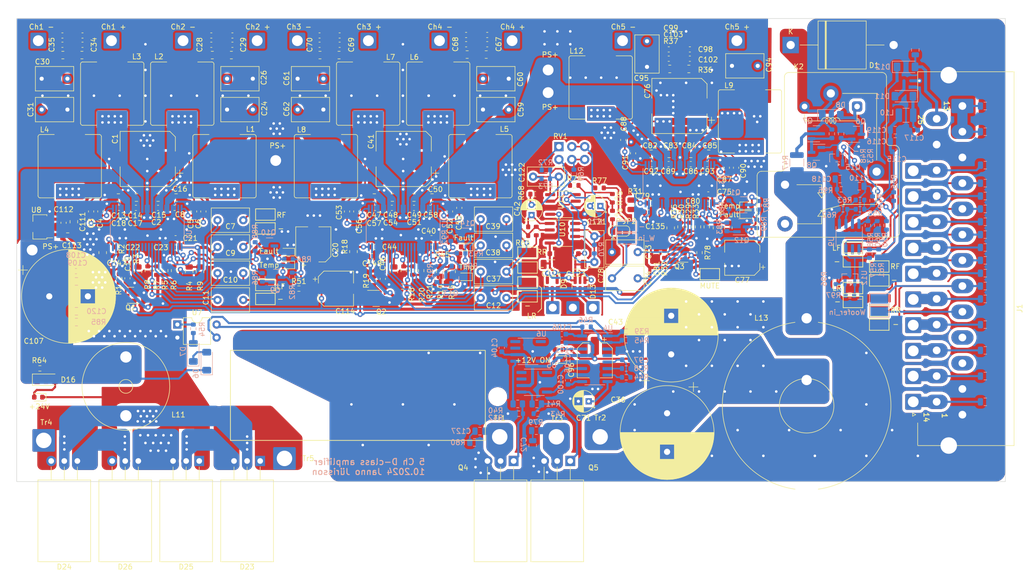
<source format=kicad_pcb>
(kicad_pcb (version 20241229) (generator "pcbnew") (generator_version "9.0")
  (layers (0 "F.Cu" signal) (2 "B.Cu" signal) (13 "F.Paste" user) (15 "B.Paste" user) (5 "F.SilkS" user "F.Silkscreen") (7 "B.SilkS" user "B.Silkscreen") (1 "F.Mask" user) (3 "B.Mask" user) (25 "Edge.Cuts" user))
  (net 0 "")
  (net 1 "GND")
  (net 2 "Net-(U1-BST2_P)")
  (net 3 "Net-(U1-OUT2_P)")
  (net 4 "Net-(U1-BST2_M)")
  (net 5 "Net-(U1-OUT2_M)")
  (net 6 "Net-(U1-BST1_P)")
  (net 7 "Net-(U1-OUT1_P)")
  (net 8 "Net-(U1-BST1_M)")
  (net 9 "Net-(U1-OUT1_M)")
  (net 10 "Net-(U1-CMUTE)")
  (net 11 "Net-(U1-GVDD)")
  (net 12 "Net-(C25-Pad1)")
  (net 13 "Net-(C28-Pad2)")
  (net 14 "Net-(C29-Pad1)")
  (net 15 "Net-(C32-Pad1)")
  (net 16 "Net-(C34-Pad1)")
  (net 17 "Net-(C35-Pad2)")
  (net 18 "Mute")
  (net 19 "Net-(Q1-D)")
  (net 20 "Net-(U1-FREQ_ADJ)")
  (net 21 "Net-(U1-GAIN{slash}SLV)")
  (net 22 "+5V")
  (net 23 "Net-(U1-HEAD)")
  (net 24 "Net-(U1-IN1_P)")
  (net 25 "Reset")
  (net 28 "Net-(U1-IN1_M)")
  (net 29 "GNDA")
  (net 30 "Net-(U2-IN2_M)")
  (net 31 "Net-(D6-A)")
  (net 32 "Net-(U2-IN2_P)")
  (net 33 "Net-(U4-CT)")
  (net 34 "Net-(U2-IN1_M)")
  (net 35 "Net-(U4-COMP)")
  (net 36 "Net-(U2-IN1_P)")
  (net 37 "VREF")
  (net 38 "Net-(U2-GVDD)")
  (net 39 "Net-(U2-CMUTE)")
  (net 40 "Net-(U2-BST1_P)")
  (net 41 "Net-(U2-OUT1_P)")
  (net 42 "Net-(U2-BST2_P)")
  (net 43 "Net-(U2-OUT2_P)")
  (net 44 "Net-(U2-BST1_M)")
  (net 45 "Net-(U2-OUT1_M)")
  (net 46 "Net-(U2-BST2_M)")
  (net 47 "Net-(U2-OUT2_M)")
  (net 48 "Net-(C63-Pad1)")
  (net 49 "Net-(C65-Pad1)")
  (net 50 "Net-(C67-Pad1)")
  (net 51 "Net-(C68-Pad2)")
  (net 52 "Net-(C69-Pad1)")
  (net 53 "Net-(C70-Pad2)")
  (net 54 "Net-(Q2-D)")
  (net 55 "Net-(U2-GAIN{slash}SLV)")
  (net 56 "Net-(U2-HEAD)")
  (net 57 "Net-(U2-FREQ_ADJ)")
  (net 60 "+24V")
  (net 61 "Fault1")
  (net 62 "TempFault1")
  (net 63 "Fault2")
  (net 64 "TempFault2")
  (net 65 "Net-(U3-IN1_M)")
  (net 66 "Net-(U3-IN1_P)")
  (net 67 "Net-(U3-GVDD)")
  (net 68 "Net-(U3-CMUTE)")
  (net 69 "Net-(U3-BST1_P)")
  (net 70 "Net-(U3-OUT1_P)")
  (net 71 "Net-(U3-BST2_P)")
  (net 72 "Net-(U3-BST1_M)")
  (net 73 "Net-(U3-OUT1_M)")
  (net 74 "Net-(U3-BST2_M)")
  (net 75 "Net-(C98-Pad1)")
  (net 76 "Net-(C102-Pad1)")
  (net 77 "Net-(C103-Pad2)")
  (net 78 "Net-(Q3-D)")
  (net 79 "Net-(U3-GAIN{slash}SLV)")
  (net 80 "Net-(U3-HEAD)")
  (net 81 "Fault3")
  (net 82 "TempFault3")
  (net 83 "Net-(U3-FREQ_ADJ)")
  (net 88 "Speaker_RR-")
  (net 89 "Speaker_RR+")
  (net 90 "Speaker_LR-")
  (net 91 "Speaker_LR+")
  (net 92 "Speaker_RF-")
  (net 93 "Speaker_RF+")
  (net 94 "Speaker_LF+")
  (net 95 "Speaker_LF-")
  (net 96 "Woofer-")
  (net 97 "Woofer+")
  (net 98 "+12V")
  (net 99 "Line_in_LF")
  (net 100 "Line_in_RF")
  (net 101 "Line_in_LR")
  (net 102 "Line_in_RR")
  (net 103 "Line_in_GND")
  (net 104 "+12LF")
  (net 105 "Relay")
  (net 106 "Net-(Q7-D)")
  (net 107 "Net-(Q7-G)")
  (net 108 "Net-(D11-K)")
  (net 109 "Net-(U4-RT)")
  (net 110 "INV")
  (net 111 "Net-(U6-OUT_B)")
  (net 112 "Net-(U5-OUT_B)")
  (net 113 "Net-(U4-DISCH)")
  (net 114 "Net-(D7-A)")
  (net 115 "Net-(D16-K)")
  (net 116 "Net-(D25-K)")
  (net 117 "Net-(D23-K)")
  (net 118 "Net-(Q4-G)")
  (net 119 "Net-(J41-Pin_1)")
  (net 120 "Net-(Q5-G)")
  (net 121 "Net-(J43-Pin_1)")
  (net 122 "Net-(U4-OUTA)")
  (net 123 "Net-(U4-OUTB)")
  (net 124 "+12P")
  (net 125 "Net-(U4-NI)")
  (net 126 "Net-(D8-A)")
  (net 129 "Net-(U4-SS)")
  (net 136 "Net-(U9B-+)")
  (net 137 "Remote+")
  (net 138 "Net-(D12-A)")
  (net 139 "Net-(R54-Pad1)")
  (net 140 "Net-(U9B--)")
  (net 141 "UVLO")
  (net 142 "Net-(C120-Pad2)")
  (net 144 "Net-(K2-Pad14)")
  (net 145 "Net-(C42-Pad1)")
  (net 146 "Net-(C42-Pad2)")
  (net 147 "Net-(C121-Pad1)")
  (net 148 "Net-(U10B--)")
  (net 149 "Net-(C121-Pad2)")
  (net 150 "Net-(C122-Pad1)")
  (net 151 "Net-(U11A--)")
  (net 152 "Net-(D13-K)")
  (net 153 "Net-(U1-IN2_P)")
  (net 154 "Net-(D13-A)")
  (net 155 "Net-(D9-COM)")
  (net 156 "Net-(D13-COM)")
  (net 157 "Net-(JP2-A)")
  (net 158 "Net-(JP2-B)")
  (net 159 "Net-(U1-IN2_M)")
  (net 160 "Net-(U10A--)")
  (net 161 "Subwoofer+")
  (net 162 "Net-(R69-Pad1)")
  (net 163 "Net-(R72-Pad1)")
  (net 164 "Net-(U11B--)")
  (net 165 "Net-(R75-Pad2)")
  (net 166 "Net-(C72-Pad2)")
  (net 167 "Net-(C127-Pad2)")
  (net 168 "Net-(D14-A)")
  (net 169 "Net-(D15-A)")
  (net 170 "Net-(D16-A)")
  (net 171 "Net-(D26-K)")
  (net 172 "Net-(D18-A)")
  (net 173 "Net-(D19-A)")
  (net 174 "Net-(D20-A)")
  (net 175 "Net-(D21-A)")
  (net 176 "Net-(Q9-G)")
  (net 177 "Net-(Q10-G)")
  (net 178 "Net-(Q11-G)")
  (net 179 "Net-(Q12-G)")
  (net 180 "Net-(Q13-G)")
  (net 181 "Net-(Q14-G)")
  (net 182 "Net-(D22-A)")
  (net 183 "Net-(U12-K)")
  (net 184 "Net-(R58-Pad2)")
  (net 185 "Net-(U12-REF)")
  (footprint "Resistor_SMD:R_0603_1608Metric" (layer "F.Cu") (at 27.15 49 90)
    (property "Reference" "R7")
    (property "Value" "47K_HEAD")
  )
  (footprint "Resistor_SMD:R_0603_1608Metric" (layer "F.Cu") (at 113.175 32.935)
    (property "Reference" "R77")
    (property "Value" "100R")
  )
  (footprint "Package_TO_SOT_THT:TO-220-3_Horizontal_TabDown" (layer "F.Cu") (at 23.613333 86 180)
    (property "Reference" "D26")
    (property "Value" "D_Dual_CommonCathode_AKA")
  )
  (footprint "Connector_Wire:SolderWire-1.5sqmm_1x01_D1.7mm_OD3mm" (layer "F.Cu") (at 174.1 34.6 -90)
    (property "Reference" "J14" (hide yes))
    (property "Value" "Conn_01x01_Pin")
  )
  (footprint "Capacitor_SMD:C_0805_2012Metric" (layer "F.Cu") (at 9.9 42.4)
    (property "Reference" "C113")
    (property "Value" "1u")
  )
  (footprint "Click and Grow:AMP_connector_Audi_AMP3510" (layer "F.Cu") (at 183.65 46.92 -90)
    (property "Reference" "J1")
    (property "Value" "Conn_01x25")
  )
  (footprint "Connector_Wire:SolderWire-1.5sqmm_1x01_D1.7mm_OD3mm" (layer "F.Cu") (at 54.5 4.3)
    (property "Reference" "J12" (hide yes))
    (property "Value" "Conn_01x01_Pin")
  )
  (footprint "Connector_Wire:SolderWire-1.5sqmm_1x01_D1.7mm_OD3mm" (layer "F.Cu") (at 117.65 4.3)
    (property "Reference" "J21" (hide yes))
    (property "Value" "Conn_01x01_Pin")
  )
  (footprint "Relay_THT:Relay_SPDT_RAYEX-L90" (layer "F.Cu") (at 158.1 14.56 -90)
    (property "Reference" "K2")
    (property "Value" "RAYEX-L90")
  )
  (footprint "LED_SMD:LED_0603_1608Metric" (layer "F.Cu") (at 141.9 38.1)
    (property "Reference" "D19" (hide yes))
    (property "Value" "LED")
  )
  (footprint "Inductor_SMD:L_Bourns_SRR1210A" (layer "F.Cu") (at 60.05 28.7 90)
    (property "Reference" "L8")
    (property "Value" "L")
  )
  (footprint "Capacitor_SMD:C_0603_1608Metric" (layer "F.Cu") (at 126.6 28.3)
    (property "Reference" "C89")
    (property "Value" "100n")
  )
  (footprint "Capacitor_THT:C_Rect_L7.2mm_W4.5mm_P5.00mm_FKS2_FKP2_MKS2_MKP2" (layer "F.Cu") (at 39 54.7)
    (property "Reference" "C11")
    (property "Value" "1u")
  )
  (footprint "Capacitor_SMD:C_0603_1608Metric" (layer "F.Cu") (at 124.2 45.7 90)
    (property "Reference" "C81")
    (property "Value" "33n")
  )
  (footprint "Capacitor_SMD:C_0805_2012Metric" (layer "F.Cu") (at 80.65 34.8)
    (property "Reference" "C50")
    (property "Value" "1u")
  )
  (footprint "TestPoint:TestPoint_Keystone_5015_Micro-Minature" (layer "F.Cu") (at 167.5 59.5 180)
    (property "Reference" "J25" (hide yes))
    (property "Value" "-")
  )
  (footprint "Resistor_SMD:R_0603_1608Metric" (layer "F.Cu") (at 76.85 49 90)
    (property "Reference" "R16")
    (property "Value" "47K_HEAD")
  )
  (footprint "Capacitor_SMD:C_0603_1608Metric" (layer "F.Cu") (at 41.8875 3.3)
    (property "Reference" "C25" (hide yes))
    (property "Value" "1n")
  )
  (footprint "Resistor_SMD:R_0805_2012Metric" (layer "F.Cu") (at 41.6875 7.1 180)
    (property "Reference" "R10" (hide yes))
    (property "Value" "3R3")
  )
  (footprint "Resistor_SMD:R_0805_2012Metric" (layer "F.Cu") (at 84.45 49.2 -90)
    (property "Reference" "R15")
    (property "Value" "5K6")
  )
  (footprint "Capacitor_THT:C_Rect_L7.2mm_W4.5mm_P5.00mm_FKS2_FKP2_MKS2_MKP2" (layer "F.Cu") (at 90.55 11.7)
    (property "Reference" "C60")
    (property "Value" "1u")
  )
  (footprint "Connector_Wire:SolderWire-1.5sqmm_1x01_D1.7mm_OD3mm" (layer "F.Cu") (at 96.2 4.3)
    (property "Reference" "J7" (hide yes))
    (property "Value" "Conn_01x01_Pin")
  )
  (footprint "LED_SMD:LED_0603_1608Metric" (layer "F.Cu") (at 87.1 44.4 180)
    (property "Reference" "D21" (hide yes))
    (property "Value" "LED")
  )
  (footprint "Capacitor_SMD:C_0603_1608Metric" (layer "F.Cu") (at 134.1 28.3)
    (property "Reference" "C93")
    (property "Value" "100n")
  )
  (footprint "Capacitor_THT:C_Rect_L7.2mm_W4.5mm_P5.00mm_FKS2_FKP2_MKS2_MKP2" (layer "F.Cu") (at 90.1 44.1)
    (property "Reference" "C38")
    (property "Value" "1u")
  )
  (footprint "Capacitor_SMD:C_0603_1608Metric" (layer "F.Cu") (at 37.7875 5.1)
    (property "Reference" "C28")
    (property "Value" "10n")
  )
  (footprint "Capacitor_SMD:C_0603_1608Metric" (layer "F.Cu") (at 12.775 5.1)
    (property "Reference" "C34")
    (property "Value" "10n")
  )
  (footprint "TestPoint:TestPoint_Keystone_5015_Micro-Minature" (layer "F.Cu") (at 99.2 48.4)
    (property "Reference" "J38" (hide yes))
    (property "Value" "-")
  )
  (footprint "Capacitor_SMD:C_0603_1608Metric" (layer "F.Cu") (at 80.55 42.7 180)
    (property "Reference" "C40")
    (property "Value" "100n")
  )
  (footprint "Resistor_SMD:R_0603_1608Metric" (layer "F.Cu") (at 125.8 45.7 90)
    (property "Reference" "R32")
    (property "Value" "1K")
  )
  (footprint "TestPoint:TestPoint_Keystone_5015_Micro-Minature" (layer "F.Cu") (at 162.4 47.2 180)
    (property "Reference" "J31" (hide yes))
    (property "Value" "-")
  )
  (footprint "Inductor_SMD:L_Bourns_SRR1210A" (layer "F.Cu") (at 68.25 14.6 90)
    (property "Reference" "L7")
    (property "Value" "L")
  )
  (footprint "TestPoint:TestPoint_Keystone_5015_Micro-Minature" (layer "F.Cu") (at 162.4 44.5 180)
    (property "Reference" "J32" (hide yes))
    (property "Value" "LF")
  )
  (footprint "Package_DIP:DIP-4_W7.62mm" (layer "F.Cu") (at 31.2 59.475)
    (property "Reference" "U7")
    (property "Value" "PC817")
  )
  (footprint "TestPoint:TestPoint_Keystone_5015_Micro-Minature" (layer "F.Cu") (at 99.2 51.3)
    (property "Reference" "J39" (hide yes))
    (property "Value" "LR")
  )
  (footprint "Capacitor_SMD:C_0603_1608Metric" (layer "F.Cu") (at 84.15 37.5 90)
    (property "Reference" "C52")
    (property "Value" "33n")
  )
  (footprint "Capacitor_SMD:C_0603_1608Metric" (layer "F.Cu") (at 91.375 3.2)
    (property "Reference" "C63" (hide yes))
    (property "Value" "1n")
  )
  (footprint "Capacitor_SMD:CP_Elec_10x12.5" (layer "F.Cu") (at 128.7 17 180)
    (property "Reference" "C76")
    (property "Value" "470u")
  )
  (footprint "Connector_Wire:SolderWire-1.5sqmm_1x01_D1.7mm_OD3mm" (layer "F.Cu") (at 18.4 4.3)
    (property "Reference" "J5" (hide yes))
    (property "Value" "Conn_01x01_Pin")
  )
  (footprint "LED_SMD:LED_0603_1608Metric" (layer "F.Cu") (at 52.5 45.4 180)
    (property "Reference" "D15" (hide yes))
    (property "Value" "LED")
  )
  (footprint "TestPoint:TestPoint_Keystone_5015_Micro-Minature" (layer "F.Cu") (at 167.5 50.9 180)
    (property "Reference" "J29" (hide yes))
    (property "Value" "-")
  )
  (footprint "Capacitor_THT:CP_Radial_D4.0mm_P2.00mm" (layer "F.Cu") (at 111.072599 74.4 180)
    (property "Reference" "C71")
    (property "Value" "4u7")
  )
  (footprint "Diode_THT:D_P600_R-6_P20.00mm_Horizontal" (layer "F.Cu") (at 150.3 5.15)
    (property "Reference" "D1")
    (property "Value" "5KPxxCA")
  )
  (footprint "Capacitor_THT:C_Rect_L7.2mm_W4.5mm_P5.00mm_FKS2_FKP2_MKS2_MKP2" (layer "F.Cu") (at 90.1 49.2)
    (property "Reference" "C37")
    (property "Value" "1u")
  )
  (footprint "Connector_Wire:SolderWire-1.5sqmm_1x01_D1.7mm_OD3mm" (layer "F.Cu") (at 82.1 4.3)
    (property "Reference" "J8" (hide yes))
    (property "Value" "Conn_01x01_Pin")
  )
  (footprint "Capacitor_SMD:C_0603_1608Metric" (layer "F.Cu") (at 80.35 36.8)
    (property "Reference" "C58")
    (property "Value" "100n")
  )
  (footprint "Capacitor_SMD:C_0603_1608Metric" (layer "F.Cu") (at 130.9 28.3 180)
    (property "Reference" "C86")
    (property "Value" "100n")
  )
  (footprint "Connector_Wire:SolderWire-1.5sqmm_1x01_D1.7mm_OD3mm" (layer "F.Cu") (at 174.1 69.5 90)
    (property "Reference" "J10" (hide yes))
    (property "Value" "Conn_01x01_Pin")
  )
  (footprint "Connector_Wire:SolderWire-1.5sqmm_1x01_D1.7mm_OD3mm" (layer "F.Cu") (at 3 45)
    (property "Reference" "J46" (hide yes))
    (property "Value" "Conn_01x01_Pin")
  )
  (footprint "Capacitor_SMD:C_0603_1608Metric" (layer "F.Cu") (at 134.3 34.2 180)
    (property "Reference" "C75")
    (property "Value" "100n")
  )
  (footprint "Package_TO_SOT_THT:TO-220-3_Horizontal_TabDown" (layer "F.Cu") (at 107.5 86 180)
    (property "Reference" "Q5")
    (property "Value" "IRFB7545PBF")
  )
  (footprint "Capacitor_SMD:C_0603_1608Metric" (layer "F.Cu") (at 134.3 36 180)
    (property "Reference" "C80")
    (property "Value" "1u")
  )
  (footprint "Capacitor_SMD:C_0603_1608Metric" (layer "F.Cu") (at 9.1 39.7 -90)
    (property "Reference" "C112")
    (property "Value" "100n")
  )
  (footprint "Resistor_SMD:R_0603_1608Metric" (layer "F.Cu") (at 128.9 40.5 90)
    (property "Reference" "R30")
    (property "Value" "NA_AD")
  )
  (footprint "Resistor_SMD:R_0603_1608Metric" (layer "F.Cu") (at 54.8 52.5)
    (property "Reference" "R51")
    (property "Value" "10K")
  )
  (footprint "Jumper:SolderJumper-3_P1.3mm_Open_RoundedPad1.0x1.5mm" (layer "F.Cu") (at 117 41.3)
    (property "Reference" "JP2")
    (property "Value" "SolderJumper_3_Open")
  )
  (footprint "LED_SMD:LED_0603_1608Metric" (layer "F.Cu") (at 141.9 36.4)
    (property "Reference" "D18" (hide yes))
    (property "Value" "LED")
  )
  (footprint "Resistor_SMD:R_0805_2012Metric" (layer "F.Cu") (at 91.175 7 180)
    (property "Reference" "R23" (hide yes))
    (property "Value" "3R3")
  )
  (footprint "Resistor_SMD:R_0805_2012Metric" (layer "F.Cu") (at 16.7 45.5 90)
    (property "Reference" "R2")
    (property "Value" "3R3")
  )
  (footprint "TestPoint:TestPoint_Keystone_5015_Micro-Minature" (layer "F.Cu") (at 162.4 52.4 180)
    (property "Reference" "J28" (hide yes))
    (property "Value" "LR")
  )
  (footprint "LED_SMD:LED_0603_1608Metric" (layer "F.Cu") (at 105.3125 66.3 180)
    (property "Reference" "D22" (hide yes))
    (property "Value" "LED")
  )
  (footprint "Potentiometer_THT:Potentiometer_Alpha_RD902F-40-00D_Dual_Vertical_CircularHoles" (layer "F.Cu") (at 105.3 24.9 90)
    (property "Reference" "RV1")
    (property "Value" "R_Potentiometer_Dual")
  )
  (footprint "LED_SMD:LED_0603_1608Metric" (layer "F.Cu") (at 87 50.2 180)
    (property "Reference" "D20" (hide yes))
    (property "Value" "LED")
  )
  (footprint "Connector_Wire:SolderWire-1.5sqmm_1x01_D1.7mm_OD3mm" (layer "F.Cu") (at 174.1 49.6 -90)
    (property "Reference" "J17" (hide yes))
    (property "Value" "Conn_01x01_Pin")
  )
  (footprint "Capacitor_SMD:C_0603_1608Metric" (layer "F.Cu") (at 126.625 7.8)
    (property "Reference" "C103")
    (property "Value" "10n")
  )
  (footprint "Resistor_SMD:R_0603_1608Metric" (layer "F.Cu") (at 98.5 42.2)
    (property "Reference" "R66")
    (property "Value" "33K")
  )
  (footprint "Capacitor_SMD:C_0603_1608Metric" (layer "F.Cu") (at 130.725 6)
    (property "Reference" "C98")
    (property "Value" "1n")
  )
  (footprint "TestPoint:TestPoint_Keystone_5015_Micro-Minature" (layer "F.Cu") (at 99.2 45.5)
    (property "Reference" "J37" (hide yes))
    (property "Value" "RR")
  )
  (footprint "Resistor_SMD:R_0805_2012Metric" (layer "F.Cu") (at 87.475 7)
    (property "Reference" "R24" (hide yes))
    (property "Value" "3R3")
  )
  (footprint "Connector_Wire:SolderWire-2.5sqmm_1x01_D2.4mm_OD4.4mm" (layer "F.Cu") (at 93.8 81.3)
    (property "Reference" "J43" (hide yes))
    (property "Value" "Tr1")
  )
  (footprint "Capacitor_SMD:C_0805_2012Metric" (layer "F.Cu") (at 69.45 34.8 180)
    (property "Reference" "C47")
    (property "Value" "1u")
  )
  (footprint "Package_TO_SOT_SMD:SOT-23" (layer "F.Cu") (at 22.1 53.8 180)
    (property "Reference" "Q1")
    (property "Value" "2N7002")
  )
  (footprint "Capacitor_SMD:C_0603_1608Metric" (layer "F.Cu") (at 71.1 50.6 90)
    (property "Reference" "C46")
    (property "Value" "33n")
  )
  (footprint "Capacitor_SMD:C_0805_2012Metric" (layer "F.Cu") (at 130.9 26.3 180)
    (property "Reference" "C84")
    (property "Value" "1u")
  )
  (footprint "Resistor_SMD:R_0805_2012Metric" (layer "F.Cu") (at 119.3 36.2 90)
    (property "Reference" "R31")
    (property "Value" "3R3")
  )
  (footprint "Resistor_SMD:R_0805_2012Metric" (layer "F.Cu") (at 58.9 7.1)
    (property "Reference" "R26" (hide yes))
    (property "Value" "3R3")
  )
  (footprint "Capacitor_SMD:C_0805_2012Metric" (layer "F.Cu") (at 30.95 34.8)
    (property "Reference" "C16")
    (property "Value" "1u")
  )
  (footprint "Capacitor_THT:C_Rect_L7.2mm_W4.5mm_P5.00mm_FKS2_FKP2_MKS2_MKP2" (layer "F.Cu") (at 54.55 17.7)
    (property "Reference" "C62")
    (property "Value" "1u")
  )
  (footprint "Capacitor_SMD:C_0603_1608Metric" (layer "F.Cu") (at 19.75 44.4)
    (property "Reference" "C22")
    (property "Value" "1u")
  )
  (footprint "Resistor_SMD:R_0805_2012Metric" (layer "F.Cu") (at 138.2 40.7 -90)
    (property "Reference" "R28" (hide yes))
    (property "Value" "5K6")
  )
  (footprint "Resistor_SMD:R_0603_1608Metric" (layer "F.Cu") (at 108.275 32.435)
    (property "Reference" "R74")
    (property "Value" "33K")
  )
  (footprint "Resistor_SMD:R_0805_2012Metric" (layer "F.Cu") (at 65.4 45.3 90)
    (property "Reference" "R18")
    (property "Value" "3R3")
  )
  (footprint "Capacitor_SMD:C_0603_1608Metric" (layer "F.Cu") (at 87.275 5)
    (property "Reference" "C68")
    (property "Value" "10n")
  )
  (footprint "Connector_Wire:SolderWire-1.5sqmm_1x01_D1.7mm_OD3mm" (layer "F.Cu") (at 46.7 4.3)
    (property "Reference" "J4" (hide yes))
    (property "Value" "Conn_01x01_Pin")
  )
  (footprint "TestPoint:TestPoint_Keystone_5015_Micro-Minature" (layer "F.Cu") (at 48.3 54.5)
    (property "Reference" "J33" (hide yes))
    (property "Value" "-")
  )
  (footprint "Capacitor_THT:C_Rect_L7.2mm_W4.5mm_P5.00mm_FKS2_FKP2_MKS2_MKP2" (layer "F.Cu") (at 90.1 54.3)
    (property "Reference" "C12")
    (property "Value" "1u")
  )
  (footprint "Capacitor_SMD:C_0603_1608Metric" (layer "F.Cu") (at 104.3 45.7)
    (property "Reference" "C125" (hide yes))
    (property "Value" "100n")
  )
  (footprint "Capacitor_THT:C_Rect_L7.2mm_W4.5mm_P5.00mm_FKS2_FKP2_MKS2_MKP2" (layer "F.Cu") (at 39 44.4)
    (property "Reference" "C9")
    (property "Value" "1u")
  )
  (footprint "Resistor_SMD:R_0603_1608Metric" (layer "F.Cu") (at 30.55 49 -90)
    (property "Reference" "R6")
    (property "Value" "47K")
  )
  (footprint "Diode_SMD:D_MiniMELF" (layer "F.Cu") (at 5.7 70.2)
    (property "Reference" "D16")
    (property "Value" "24v")
  )
  (footprint "Capacitor_THT:C_Rect_L7.2mm_W4.5mm_P5.00mm_FKS2_FKP2_MKS2_MKP2" (layer "F.Cu") (at 90.55 17.7)
    (property "Reference" "C59")
    (property "Value" "1u")
  )
  (footprint "Capacitor_SMD:C_1206_3216Metric" (layer "F.Cu") (at 103.8 47.8 180)
    (property "Reference" "C124")
    (property "Value" "22u")
  )
  (footprint "Capacitor_SMD:C_0805_2012Metric" (layer "F.Cu") (at 27.45 34.8 180)
    (property "Reference" "C15")
    (property "Value" "1u")
  )
  (footprint "MountingHole:MountingHole_3.2mm_M3" (layer "F.Cu") (at 93.4 73.5)
    (property "Reference" "H2" (hide yes))
    (property "Value" "MountingHole")
  )
  (footprint "Capacitor_THT:C_Rect_L7.0mm_W3.5mm_P5.00mm" (layer "F.Cu") (at 112.175 42.335 -90)
    (property "Reference" "C78")
    (property "Value" "100n")
  )
  (footprint "Capacitor_SMD:C_0603_1608Metric" (layer "F.Cu") (at 69.55 36.8 180)
    (property "Reference" "C57")
    (property "Value" "100n")
  )
  (footprint "Inductor_SMD:L_Bourns_SRR1210A" (layer "F.Cu") (at 113.4 13.4 90)
    (property "Reference" "L12")
    (property "Value" "L")
  )
  (footprint "Capacitor_SMD:C_0603_1608Metric" (layer "F.Cu") (at 30.85 42.7 180)
    (property "Reference" "C21")
    (property "Value" "100n")
  )
  (footprint "Inductor_SMD:L_Bourns_SRR1210A" (layer "F.Cu") (at 90.05 28.7 90)
    (property "Reference" "L5")
    (property "Value" "L")
  )
  (footprint "Capacitor_SMD:C_0603_1608Metric" (layer "F.Cu") (at 130.725 7.8)
    (property "Reference" "C102")
    (property "Value" "10n")
  )
  (footprint "Capacitor_SMD:C_0603_1608Metric" (layer "F.Cu") (at 19.4 46.1 180)
    (property "Reference" "C147")
    (property "Value" "1u")
  )
  (footprint "Capacitor_SMD:C_0603_1608Metric" (layer "F.Cu") (at 122.7 37.7 180)
    (property "Reference" "C135")
    (property "Value" "1u")
  )
  (footprint "LED_SMD:LED_0603_1608Metric" (layer "F.Cu") (at 52.5 47.9 180)
    (property "Reference" "D14" (hide yes))
    (property "Value" "LED")
  )
  (footprint "TestPoint:TestPoint_Keystone_5015_Micro-Minature" (layer "F.Cu") (at 48.3 51.8)
    (property "Reference" "J34" (hide yes))
    (property "Value" "LF")
  )
  (footprint "Capacitor_THT:CP_Radial_D18.0mm_P7.50mm" (layer "F.Cu") (at 126.3 76.72222 -90)
    (property "Reference" "C36")
    (property "Value" "ELBV250ELL113AL40S")
  )
  (footprint "Capacitor_SMD:C_0603_1608Metric" (layer "F.Cu") (at 36.25 37.5 90)
    (property "Reference" "C6")
    (property "Value" "33n")
  )
  (footprint "Capacitor_SMD:CP_Elec_10x12.5" (layer "F.Cu") (at 25.45 27.3 180)
    (property "Reference" "C1")
    (property "Value" "470u")
  )
  (footprint "Capacitor_THT:C_Rect_L7.2mm_W4.5mm_P5.00mm_FKS2_FKP2_MKS2_MKP2" (layer "F.Cu") (at 39 39.2)
    (property "Reference" "C7")
    (property "Value" "1u")
  )
  (footprint "Capacitor_SMD:C_0603_1608Metric" (layer "F.Cu") (at 85.95 36.8 90)
    (property "Reference" "C55")
    (property "Value" "33n")
  )
  (footprint "Capacitor_SMD:C_0805_2012Metric" (layer "F.Cu") (at 23.25 34.8)
    (property "Reference" "C14")
    (property "Value" "1u")
  )
  (footprint "Connector_Wire:SolderWire-2.5sqmm_1x01_D2.4mm_OD4.4mm" (layer "F.Cu") (at 52 85.5)
    (property "Reference" "J44" (hide yes))
    (property "Value" "Tr5")
  )
  (footprint "Capacitor_SMD:C_0603_1608Metric" (layer "F.Cu") (at 65.95 37.5 90)
    (property "Reference" "C56")
    (property "Value" "33n")
  )
  (footprint "Capacitor_THT:C_Rect_L7.2mm_W4.5mm_P5.00mm_FKS2_FKP2_MKS2_MKP2" (layer "F.Cu") (at 4.85 17.7)
    (property "Reference" "C31")
    (property "Value" "1u")
  )
  (footprint "Resistor_SMD:R_0805_2012Metric" (layer "F.Cu") (at 73.25 49.2 -90)
    (property "Reference" "R22" (hide yes))
    (property "Value" "50K")
  )
  (footprint "Connector_Wire:SolderWire-1.5sqmm_1x01_D1.7mm_OD3mm" (layer "F.Cu") (at 32.3 4.3)
    (property "Reference" "J2" (hide yes))
    (property "Value" "Conn_01x01_Pin")
  )
  (footprint "Capacitor_THT:C_Rect_L7.2mm_W4.5mm_P5.00mm_FKS2_FKP2_MKS2_MKP2" (layer "F.Cu") (at 4.85 11.7)
    (property "Reference" "C30")
    (property "Value" "1u")
  )
  (footprint "Capacitor_THT:C_Rect_L7.2mm_W4.5mm_P5.00mm_FKS2_FKP2_MKS2_MKP2" (layer "F.Cu") (at 122.4 4.4 -90)
    (property "Reference" "C95")
    (property "Value" "1u")
  )
  (footprint "Connector_Wire:SolderWire-1.5sqmm_1x01_D1.7mm_OD3mm" (layer "F.Cu") (at 174.1 44.6 -90)
    (property "Reference" "J16" (hide yes))
    (property "Value" "Conn_01x01_Pin")
  )
  (footprint "Capacitor_THT:C_Rect_L7.2mm_W4.5mm_P5.00mm_FKS2_FKP2_MKS2_MKP2" (layer "F.Cu") (at 39 49.5)
    (property "Reference" "C10")
    (property "Value" "1u")
  )
  (footprint "Connector_Wire:SolderWire-1.5sqmm_1x01_D1.7mm_OD3mm" (layer "F.Cu") (at 4.2 4.3)
    (property "Reference" "J6" (hide yes))
    (property "Value" "Conn_01x01_Pin")
  )
  (footprint "Connector_Wire:SolderWire-1.5sqmm_1x01_D1.7mm_OD3mm" (layer "F.Cu") (at 174.1 54.6 -90)
    (property "Reference" "J18" (hide yes))
    (property "Value" "Conn_01x01_Pin")
  )
  (footprint "Resistor_SMD:R_0805_2012Metric" (layer "F.Cu") (at 37.9875 7.1)
    (property "Reference" "R11" (hide yes))
    (property "Value" "3R3")
  )
  (footprint "Inductor_SMD:L_Bourns_SRR1210A" (layer "F.Cu") (at 18.55 14.6 90)
    (property "Reference" "L3")
    (property "Value" "L")
  )
  (footprint "Resistor_SMD:R_0603_1608Metric" (layer "F.Cu") (at 105.3 64.3)
    (property "Reference" "R94" (hide yes))
    (property "Value" "10K")
  )
  (footprint "Inductor_SMD:L_Bourns_SRR1210A" (layer "F.Cu") (at 40.35 28.7 90)
    (property "Reference" "L1")
    (property "Value" "L")
  )
  (footprint "Capacitor_SMD:C_0603_1608Metric" (layer "F.Cu") (at 8.875 5.1)
    (property "Reference" "C35")
    (property "Value" "10n")
  )
  (footprint "Connector_Wire:SolderWire-1.5sqmm_1x01_D1.7mm_OD3mm" (layer "F.Cu") (at 103.2 14.4)
    (property "Reference" "J22" (hide yes))
    (property "Value" "Conn_01x01_Pin")
  )
  (footprint "Package_TO_SOT_SMD:SOT-23" (layer "F.Cu") (at 104 51.8 -90)
    (property "Reference" "D9")
    (property "Value" "BAT54S")
  )
  (footprint "Package_TO_SOT_THT:TO-220-3_Horizontal_TabDown" (layer "F.Cu") (at 47.28 86 180)
    (property "Reference" "D23")
    (property "Value" "D_Dual_CommonCathode_AKA")
  )
  (footprint "Resistor_SMD:R_0603_1608Metric" (layer "F.Cu") (at 19.9 50.5 90)
    (property "Reference" "R1")
    (property "Value" "1K")
  )
  (footprint "Package_TO_SOT_THT:TO-220-3_Horizontal_TabDown" (layer "F.Cu") (at 96.5 86 180)
    (property "Reference" "Q4")
    (property "Value" "IRFB7545PBF")
  )
  (footprint "Capacitor_SMD:C_0603_1608Metric" (layer "F.Cu") (at 126.625 6)
    (property "Reference" "C99")
    (property "Value" "1n")
  )
  (footprint "Capacitor_SMD:C_0603_1608Metric" (layer "F.Cu") (at 30.65 36.8)
    (property "Reference" "C8")
    (property "Value" "100n")
  )
  (footprint "Capacitor_THT:C_Rect_L7.2mm_W4.5mm_P5.00mm_FKS2_FKP2_MKS2_MKP2" (layer "F.Cu") (at 120.6 50.5 180)
    (property "Reference" "C74")
    (property "Value" "1u")
  )
  (footprint "Connector_Wire:SolderWire-1.5sqmm_1x01_D1.7mm_OD3mm" (layer "F.Cu") (at 139.85 4.3)
    (property "Reference" "J20" (hide yes))
    (property "Value" "Conn_01x01_Pin")
  )
  (footprint "Resistor_SMD:R_0805_2012Metric" (layer "F.Cu") (at 127 40.7 -90)
    (property "Reference" "R35")
    (property "Value" "50K")
  )
  (footprint "Package_SO:SOIC-8_3.9x4.9mm_P1.27mm" (layer "F.Cu") (at 105.975 41.735)
    (property "Reference" "U10")
    (property "Value" "TL072")
  )
  (footprint "Package_TO_SOT_THT:TO-220-3_Horizontal_TabDown" (layer "F.Cu") (at 11.78 86 180)
    (property "Reference" "D24")
    (property "Value" "D_Dual_CommonCathode_AKA")
  )
  (footprint "Resistor_SMD:R_0805_2012Metric" (layer "F.Cu") (at 62.6 7.1 180)
    (property "Reference" "R25" (hide yes))
    (property "Value" "3R3")
  )
  (footprint "Capacitor_SMD:CP_Elec_6.3x5.2" (layer "F.Cu") (at 140.9 46.5 180)
    (property "Reference" "C77")
    (property "Value" "470u")
  )
  (footprint "Capacitor_SMD:C_0603_1608Metric" (layer "F.Cu") (at 139.7 29 90)
    (property "Reference" "C90")
    (property "Value" "33n")
  )
  (footprint "Capacitor_SMD:C_0805_2012Metric" (layer "F.Cu") (at 72.95 34.8)
    (property "Reference" "C48")
    (property "Value" "1u")
  )
  (footprint "Capacitor_SMD:C_0805_2012Metric" (layer "F.Cu") (at 11.1 39.5 -90)
    (property "Reference" "C111")
    (property "Value" "1u")
  )
  (footprint "Capacitor_SMD:C_0603_1608Metric" (layer "F.Cu") (at 27.45 36.8 180)
    (property "Reference" "C2")
    (property "Value" "100n")
  )
  (footprint "Inductor_THT:L_Toroid_Horizontal_D32.5mm_P30.00mm_Bourns_2300" (layer "F.Cu") (at 153.4 60.2625 -90)
    (property "Reference" "L13")
    (property "Value" "10uH")
  )
  (footprint "Capacitor_THT:CP_Radial_D4.0mm_P2.00mm" (layer "F.Cu") (at 113.3476 36.435 180)
    (property "Reference" "C121")
    (property "Value" "4u7")
  )
  (footprint "Connector_Wire:SolderWire-1.5sqmm_1x01_D1.7mm_OD3mm" (layer "F.Cu") (at 174.1 59.6 -90)
    (property "Reference" "J19" (hide yes))
    (property "Value" "Conn_01x01_Pin")
  )
  (footprint "Package_SO:SOIC-8_3.9x4.9mm_P1.27mm" (layer "F.Cu") (at 106.075 36.135)
    (property "Reference" "U11")
    (property "Value" "TL072")
  )
  (footprint "Capacitor_SMD:C_0603_1608Metric" (layer "F.Cu") (at 117.8 23.6 90)
    (property "Reference" "C88")
    (property "Value" "33n")
  )
  (footprint "Capacitor_SMD:C_0603_1608Metric" (layer "F.Cu") (at 62.7125 5.1)
    (property "Reference" "C69")
    (property "Value" "10n")
  )
  (footprint "Resistor_SMD:R_0603_1608Metric" (layer "F.Cu") (at 115.7 38.2 -90)
    (property "Reference" "R76")
    (property "Value" "100R")
  )
  (footprint "Capacitor_SMD:C_0603_1608Metric" (layer "F.Cu") (at 19.85 36.8 180)
    (property "Reference" "C18")
    (property "Value" "100n")
  )
  (footprint "Connector_Wire:SolderWire-0.75sqmm_1x01_D1.25mm_OD2.3mm" (layer "F.Cu") (at 108 56.2)
    (property "Reference" "J49" (hide yes))
    (property "Value" "Conn_01x01_Pin")
  )
  (footprint "Inductor_SMD:L_Bourns_SRR1210A" (layer "F.Cu") (at 10.3 28.7 90)
    (property "Reference" "L4")
    (property "Value" "L")
  )
  (footprint "TestPoint:TestPoint_Keystone_5015_Micro-Minature" (layer "F.Cu") (at 99.2 54)
    (property "Reference" "J40" (hide yes))
    (property "Value" "-")
  )
  (footprint "Connector_Wire:SolderWire-1.5sqmm_1x01_D1.7mm_OD3mm" (layer "F.Cu") (at 103.2 10)
    (property "Reference" "J23" (hide yes))
    (property "Value" "Conn_01x01_Pin")
  )
  (footprint "Capacitor_SMD:CP_Elec_6.3x5.4" (layer "F.Cu") (at 62 52.5)
    (property "Reference" "C114")
    (property "Value" "470u")
  )
  (footprint "Package_TO_SOT_SMD:SOT-23" (layer "F.Cu") (at 109.4 51.8 -90)
    (property "Reference" "D13")
    (property "Value" "BAT54S")
  )
  (footprint "Inductor_THT:L_Radial_D16.8mm_P11.43mm_Vishay_IHB-1" (layer "F.Cu") (at 21.2 77.215 90)
    (property "Reference" "L11")
    (property "Value" "100u")
  )
  (footprint "Capacitor_THT:C_Rect_L7.2mm_W4.5mm_P5.00mm_FKS2_FKP2_MKS2_MKP2" (layer "F.Cu") (at 90.1 39)
    (property "Reference" "C39")
    (property "Value" "1u")
  )
  (footprint "TestPoint:TestPoint_Keystone_5015_Micro-Minature" (layer "F.Cu") (at 134.6 49.7)
    (property "Reference" "J3" (hide yes))
    (property "Value" "MUTE")
  )
  (footprint "Connector_Wire:SolderWire-2.5sqmm_1x01_D2.4mm_OD4.4mm" (layer "F.Cu") (at 5.25 82)
    (property "Reference" "J45" (hide yes))
    (property "Value" "Tr4")
  )
  (footprint "Resistor_SMD:R_0805_2012Metric" (layer "F.Cu") (at 136 40.7 -90)
    (property "Reference" "R27" (hide yes))
    (property "Value" "NA")
  )
  (footprint "Capacitor_SMD:C_0603_1608Metric" (layer "F.Cu") (at 12.775 3.3)
    (property "Reference" "C32" (hide yes))
    (property "Value" "1n")
  )
  (footprint "Capacitor_SMD:C_0603_1608Metric" (layer "F.Cu") (at 123.2 35.9)
    (property "Reference" "C79")
    (property "Value" "1u")
  )
  (footprint "Capacitor_SMD:C_0603_1608Metric" (layer "F.Cu") (at 34.45 37.5 90)
    (property "Reference" "C5")
    (property "Value" "33n")
  )
  (footprint "Capacitor_SMD:C_0603_1608Metric" (layer "F.Cu") (at 41.8875 5.1)
    (property "Reference" "C29")
    (property "Value" "10n")
  )
  (footprint "Connector_Wire:SolderWire-1.5sqmm_1x01_D1.7mm_OD3mm" (layer "F.Cu") (at 174.1 29.6 -90)
    (property "Reference" "J13" (hide yes))
    (property "Value" "Conn_01x01_Pin")
  )
  (footprint "Resistor_SMD:R_0805_2012Metric" (layer "F.Cu") (at 126.825 9.8)
    (property "Reference" "R37")
    (property "Value" "3R3")
  )
  (footprint "Inductor_SMD:L_Bourns_SRR1210A" (layer "F.Cu") (at 142.4 20 90)
    (property "Reference" "L9")
    (property "Value" "L")
  )
  (footprint "Capacitor_SMD:C_0603_1608Metric" (layer "F.Cu") (at 69 46.2 180)
    (property "Reference" "C148")
    (property "Value" "1u")
  )
  (footprint "Capacitor_SMD:C_0603_1608Metric" (layer "F.Cu") (at 58.8125 5.1)
    (property "Reference" "C70")
    (property "Value" "10n")
  )
  (footprint "Capacitor_THT:C_Rect_L7.2mm_W4.5mm_P5.00mm_FKS2_FKP2_MKS2_MKP2" (layer "F.Cu") (at 120.6 45.4 180)
    (property "Reference" "C73")
    (property "Value" "1u")
  )
  (footprint "Capacitor_SMD:C_0603_1608Metric" (layer "F.Cu") (at 14.45 37.5 90)
    (property "Reference" "C3")
    (property "Value" "33n")
  )
  (footprint "Resistor_SMD:R_0603_1608Metric" (layer "F.Cu") (at 100.575 34.135 180)
    (property "Reference" "R68")
    (property "Value" "2K7")
  )
  (footprint "Inductor_SMD:L_Bourns_SRR1210A" (layer "F.Cu") (at 81.85 14.6 90)
    (property "Reference" "L6")
    (property "Value" "L")
  )
  (footprint "Resistor_SMD:R_0603_1608Metric" (layer "F.Cu") (at 130.6 40.5 90)
    (property "Reference" "R29")
    (property "Value" "47K_HEAD")
  )
  (footprint "Resistor_SMD:R_0603_1608Metric" (layer "F.Cu") (at 100.9 41.3 90)
    (property "Reference" "R65" (hide yes))
    (property "Value" "33K")
  )
  (footprint "Capacitor_SMD:C_0603_1608Metric" (layer "F.Cu") (at 87.275 3.2)
    (property "Reference" "C64" (hide yes))
    (property "Value" "1n")
  )
  (footprint "Capacitor_SMD:C_0805_2012Metric" (layer "F.Cu") (at 134.4 26.3)
    (property "Reference" "C85")
    (property "Value" "1u")
  )
  (footprint "Resistor_SMD:R_0805_2012Metric" (layer "F.Cu") (at 82.25 49.2 -90)
    (property "Reference" "R14")
    (property "Value" "NA")
  )
  (footprint "TestPoint:TestPoint_Keystone_5015_Micro-Minature" (layer "F.Cu") (at 167.5 56.8 180)
    (property "Reference" "J26" (hide yes))
    (property "Value" "RR")
  )
  (footprint "Resistor_SMD:R_0603_1608Metric" (layer "F.Cu") (at 25.45 49 90)
    (property "Reference" "R8")
    (property "Value" "NA_AD")
  )
  (footprint "Resistor_SMD:R_0603_1608Metric" (layer "F.Cu") (at 75.15 49 90)
    (property "Reference" "R17" (hide yes))
    (property "Value" "NA_AD")
  )
  (footprint "Capacitor_SMD:C_0603_1608Metric" (layer "F.Cu") (at 91.375 5)
    (property "Reference" "C67")
    (property "Value" "10n")
  )
  (footprint "Capacitor_SMD:C_0603_1608Metric" (layer "F.Cu") (at 108.3 45.7)
    (property "Reference" "C126" (hide yes))
    (property "Value" "100n")
  )
  (footprint "Capacitor_SMD:C_0603_1608Metric" (layer "F.Cu") (at 62.7125 3.3)
    (property "Reference" "C65" (hide yes))
    (property "Value" "1n")
  )
  (footprint "Capacitor_SMD:C_0603_1608Metric" (layer "F.Cu") (at 137.9 29 90)
    (property "Reference" "C87")
    (property "Value" "33n")
  )
  (footprint "Connector_Wire:SolderWire-2.5sqmm_1x01_D2.4mm_OD4.4mm" (layer "F.Cu") (at 104.8 81.3)
    (property "Reference" "J41" (hide yes))
    (property "Value" "Tr3")
  )
  (footprint "Resistor_SMD:R_0805_2012Metric" (layer "F.Cu") (at 8.9625 7.1)
    (property "Reference" "R13" (hide yes))
    (property "Value" "3R3")
  )
  (footprint "Package_TO_SOT_THT:TO-220-3_Horizontal_TabDown" (layer "F.Cu") (at 35.446666 86 180)
    (property "Reference" "D25")
    (property "Value" "D_Dual_CommonCathode_AKA")
  )
  (footprint "Resistor_SMD:R_0603_1608Metric" (layer "F.Cu") (at 4.5 68 180)
    (property "Reference" "R64")
    (property "Value" "1K")
  )
  (footprint "Capacitor_THT:CP_Radial_D4.0mm_P2.00mm" (layer "F.Cu") (at 99.975 38.2076 90)
    (property "Reference" "C42")
    (property "Value" "4u7")
  )
  (footprint "Capacitor_SMD:C_0603_1608Metric" (layer "F.Cu") (at 80.55 44.5 180)
    (property "Reference" "C45")
    (property "Value" "1u")
  )
  (footprint "TestPoint:TestPoint_Keystone_5015_Micro-Minature" (layer "F.Cu") (at 48.3 38.1)
    (property "Reference" "J35" (hide yes))
    (property "Value" "RF")
  )
  (footprint "Capacitor_SMD:C_0603_1608Metric" (layer "F.Cu") (at 77.15 36.8 180)
    (property "Reference" "C51")
    (property "Value" "100n")
  )
  (footprint "Resistor_SMD:R_0603_1608Metric" (layer "F.Cu") (at 134 40.5 -90)
    (property "Reference" "R34" (hide yes))
    (property "Value" "47K")
  )
  (footprint "TestPoint:TestPoint_Keystone_5015_Micro-Minature" (layer "F.Cu") (at 167.5 48.2 180)
    (property "Reference" "J30" (hide yes))
    (property "Value" "RF")
  )
  (footprint "Capacitor_SMD:C_0603_1608Metric" (layer "F.Cu") (at 16.25 37.5 90)
    (property "Reference" "C4")
    (property "Value" "33n")
  )
  (footprint "Resistor_SMD:R_0603_1608Metric" (layer "F.Cu") (at 69.3 51 90)
    (property "Reference" "R19")
    (property "Value" "1K")
  )
  (footprint "Connector_Wire:SolderWire-1.5sqmm_1x01_D1.7mm_OD3mm" (layer "F.Cu") (at 68.3 4.3)
    (property "Reference" "J9" (hide yes))
    (property "Value" "Conn_01x01_Pin")
  )
  (footprint "Capacitor_SMD:C_0603_1608Metric" (layer "F.Cu") (at 64.15 37.5 90)
    (property "Reference" "C53")
    (property "Value" "33n")
  )
  (footprint "Resistor_SMD:R_0603_1608Metric" (layer "F.Cu") (at 132.3 40.5 -90)
    (property "Reference" "R33")
    (property "Value" "47K")
  )
  (footprint "Capacitor_THT:C_Rect_L7.2mm_W4.5mm_P5.00mm_FKS2_FKP2_MKS2_MKP2" (layer "F.Cu") (at 54.55 11.7)
    (property "Reference" "C61")
    (property "Value" "1u")
  )
  (footprint "Capacitor_SMD:C_0603_1608Metric" (layer "F.Cu") (at 21.5 50.5 90)
    (property "Reference" "C19")
    (property "Value" "33n")
  )
  (footprint "Capacitor_THT:C_Rect_L7.2mm_W4.5mm_P5.00mm_FKS2_FKP2_MKS2_MKP2" (layer "F.Cu") (at 40.85 17.7)
    (property "Reference" "C24")
    (property "Value" "1u")
  )
  (footprint "Capacitor_THT:C_Rect_L7.2mm_W4.5mm_P5.00mm_FKS2_FKP2_MKS2_MKP2" (layer "F.Cu") (at 138.9 9.2)
    (property "Reference" "C94")
    (property "Value" "1u")
  )
  (footprint "MountingHole:MountingHole_3.2mm_M3" (layer "F.Cu") (at 39.3 73.5)
    (property "Reference" "H1" (hide yes))
    (property "Value" "MountingHole")
  )
  (footprint "Capacitor_THT:CP_Radial_D18.0mm_P7.50mm" (layer "F.Cu") (at 127.1 65.27778 90)
    (property "Reference" "C43")
    (property "Value" "ELBV250ELL113AL40S")
  )
  (footprint "Resistor_SMD:R_0603_1608Metric" (layer "F.Cu") (at 74.9 52.1 180)
    (property "Reference" "R52" (hide yes))
    (property "Value" "100k")
  )
  (footprint "Resistor_SMD:R_0603_1608Metric" (layer "F.Cu") (at 28.85 49 -90)
    (property "Reference" "R5")
    (property "Value" "47K")
  )
  (footprint "Capacitor_SMD:CP_Elec_10x12.5" (layer "F.Cu") (at 75.15 27.3 180)
    (property "Reference" "C41")
    (property "Value" "470u")
  )
  (footprint "Resistor_SMD:R_0805_2012Metric" (layer "F.Cu") (at 12.6625 7.1 180)
    (property "Reference" "R12" (hide yes))
    (property "Value" "3R3")
  )
  (footprint "Resistor_SMD:R_0805_2012Metric" (layer "F.Cu") (at 33.5 49.2 -90)
    (property "Reference" "R4")
    (property "Value" "NA")
  )
  (footprint "Capacitor_SMD:C_0603_1608Metric" (layer "F.Cu") (at 58.8125 3.3)
    (property "Reference" "C66" (hide yes))
    (property "Value" "1n")
  )
  (footprint "Package_TO_SOT_SMD:SOT-23" (layer "F.Cu") (at 69.8 54.4)
    (property "Reference" "Q2")
    (property "Value" "2N7002")
  )
  (footprint "Connector_Wire:SolderWire-1.5sqmm_1x01_D1.7mm_OD3mm" (layer "F.Cu") (at 174.1 74.5 90)
    (property "Reference" "J11" (hide yes))
    (property "Value" "Conn_01x01_Pin")
  )
  (footprint "TestPoint:TestPoint_Keystone_5015_Micro-Minature" (layer "F.Cu") (at 162.4 55.1 180)
    (property "Reference" "J27" (hide yes))
    (property "Value" "-")
  )
  (footprint "Inductor_SMD:L_Bourns_SRR1210A" (layer "F.Cu") (at 32.15 14.6 90)
    (property "Reference" "L2")
    (property "Value" "L")
  )
  (footprint "Capacitor_SMD:CP_Elec_6.3x5.4_Nichicon" (layer "F.Cu") (at 57.6 43.9 90)
    (property "Reference" "C20")
    (property "Value" "470u")
  )
  (footprint "Connector_Wire:SolderWire-0.75sqmm_1x01_D1.25mm_OD2.3mm" (layer "F.Cu") (at 111.9 56.2 180)
    (property "Reference" "J48" (hide yes))
    (property "Value" "Conn_01x01_Pin")
  )
  (footprint "Resistor_SMD:R_0603_1608Metric" (layer "F.Cu") (at 98.5 40.5)
    (property "Reference" "R67" (hide yes))
    (property "Value" "33K")
  )
  (footprint "Capacitor_SMD:C_0603_1608Metric" (layer "F.Cu") (at 37.7875 3.3)
    (property "Reference" "C27" (hide yes))
    (property "Value" "1n")
  )
  (footprint "Capacitor_THT:CP_Radial_D18.0mm_P7.50mm" (layer "F.Cu") (at 6.32222 54)
    (property "Reference" "C107")
    (property "Value" "C_Polarized")
  )
  (footprint "Connector_Wire:SolderWire-0.75sqmm_1x01_D1.25mm_OD2.3mm" (layer "F.Cu") (at 104.1 56.2 180)
    (property "Reference" "J47" (hide yes))
    (property "Value" "Conn_01x01_Pin")
  )
  (footprint "Capacitor_SMD:C_0805_2012Metric" (layer "F.Cu") (at 19.75 34.8 180)
    (property "Reference" "C13")
    (property "Value" "1u")
  )
  (footprint "Resistor_SMD:R_0805_2012Metric" (layer "F.Cu") (at 35.6 49.2 -90)
    (property "Reference" "R9")
    (property "Value" "5K6")
  )
  (footprint "Capacitor_THT:C_Rect_L7.2mm_W4.5mm_P5.00mm_FKS2_FKP2_MKS2_MKP2" (layer "F.Cu") (at 40.85 11.7)
    (property "Reference" "C26")
    (property "Value" "1u")
  )
  (footprint "Package_TO_SOT_SMD:SOT-89-3" (layer "F.Cu") (at 4.5 40.5 180)
    (property "Reference" "U8")
    (property "Value" "L78L05_SOT89")
  )
  (footprint "Capacitor_SMD:C_0603_1608Metric" (layer "F.Cu") (at 30.85 44.5 180)
    (property "Reference" "C23")
    (property "Value" "1u")
  )
  (footprint "Connector_Wire:SolderWire-1.5sqmm_1x01_D1.7mm_OD3mm" (layer "F.Cu") (at 50.3 27.6)
    (property "Reference" "J24" (hide yes))
    (property "Value" "Conn_01x01_Pin")
  )
  (footprint "Connector_Wire:SolderWire-2.5sqmm_1x01_D2.4mm_OD4.4mm" (layer "F.Cu") (at 113.3 81.3)
    (property "Reference" "J42" (hide yes))
    (property "Value" "Tr2")
  )
  (footprint "Capacitor_THT:C_Rect_L7.0mm_W3.5mm_P5.00mm" (layer "F.Cu") (at 100.275 30.735)
    (property "Reference" "C122")
    (property "Value" "100n")
  )
  (footprint "Capacitor_SMD:C_0805_2012Metric" (layer "F.Cu") (at 126.7 26.3)
    (property "Reference" "C83")
    (property "Value" "1u")
  )
  (footprint "Connector_Wire:SolderWire-1.5sqmm_1x01_D1.7mm_OD3mm" (layer "F.Cu") (at 174.1 64.6 -90)
    (property "Reference" "J50" (hide yes))
    (property "Value" "Conn_01x01_Pin")
  )
  (footprint "Resistor_SMD:R_0603_1608Metric" (layer "F.Cu") (at 80.25 49 -90)
    (property "Reference" "R21")
    (property "Value" "47K")
  )
  (footprint "Capacitor_SMD:C_0603_1608Metric" (layer "F.Cu") (at 23.15 36.8)
    (property "Reference" "C17")
    (property "Value" "100n")
  )
  (footprint "Resistor_SMD:R_0805_2012Metric" (layer "F.Cu") (at 130.525 9.8 180)
    (property "Reference" "R36")
    (property "Value" "3R3")
  )
  (footprint "Capacitor_SMD:C_0603_1608Metric" (layer "F.Cu") (at 8.875 3.3)
    (property "Reference" "C33" (hide yes))
    (property "Value" "1n")
  )
  (footprint "TestPoint:TestPoint_Keystone_5015_Micro-Minature" (layer "F.Cu") (at 48.3 40.8)
    (property "Reference" "J36" (hide yes))
    (property "Value" "-")
  )
  (footprint "Capacitor_SMD:C_0805_2012Metric" (layer "F.Cu") (at 123.2 26.3 180)
    (property "Reference" "C82")
    (property "Value" "1u")
  )
  (footprint "Capacitor_SMD:C_0603_1608Metric" (layer "F.Cu") (at 119.7 26.2 90)
    (property "Reference" "C91")
    (property "Value" "33n")
  )
  (footprint "Resistor_SMD:R_0603_1608Metric" (layer "F.Cu") (at 132.6 45.5 -90)
    (property "Reference" "R78")
    (property "Value" "10K")
  )
  (footprint "Connector_Wire:SolderWire-1.5sqmm_1x01_D1.7mm_OD3mm" (layer "F.Cu") (at 174.1 39.6 -90)
    (property "Reference" "J15" (hide yes))
    (property "Value" "Conn_01x01_Pin")
  )
  (footprint "Resistor_SMD:R_0603_1608Metric" (layer "F.Cu") (at 78.55 49 -90)
    (property "Reference" "R20")
    (property "Value" "47K")
  )
  (footprint "Capacitor_SMD:C_0603_1608Metric" (layer "F.Cu") (at 69.45 44.4)
    (property "Reference" "C44")
    (property "Value" "1u")
  )
  (footprint "Capacitor_SMD:C_1206_3216Metric" (layer "F.Cu") (at 108.6 47.8 180)
    (property "Reference" "C123")
    (property "Value" "22u")
  )
  (footprint "LED_SMD:LED_0603_1608Metric" (layer "F.Cu") (at 4.2 73.6 180)
    (property "Reference" "D17" (hide yes))
    (property "Value" "LED")
  )
  (footprint "Capacitor_SMD:C_0603_1608Metric" (layer "F.Cu") (at 72.85 36.8)
    (property "Reference" "C54")
    (property "Value" "100n")
  )
  (footprint "Capacitor_SMD:C_0603_1608Metric" (layer "F.Cu") (at 123.3 28.3 180)
    (property "Reference" "C92")
    (property "Value" "100n")
  )
  (footprint "Resistor_SMD:R_0805_2012Metric" (layer "F.Cu") (at 23.55 49.2 -90)
    (property "Reference" "R3")
    (property "Value" "50K")
  )
  (footprint "Package_TO_SOT_SMD:SOT-23" (layer "F.Cu") (at 128.7 45.8 180)
    (property "Reference" "Q3")
    (property "Value" "2N7002")
  )
  (footprint "Capacitor_SMD:CP_Elec_6.3x5.4" (layer "F.Cu") (at 112.265 66.435 -90)
    (property "Reference" "C96")
    (property "Value" "470u")
  )
  (footprint "Capacitor_SMD:C_0805_2012Metric" (layer "F.Cu") (at 77.15 34.8 180)
    (property "Reference" "C49")
    (property "Value" "1u")
  )
  (footprint "Resistor_SMD:R_0603_1608Metric" (layer "F.Cu") (at 115.675 34.935 -90)
    (property "Reference" "R75")
    (property "Value" "33K")
  )
  (footprint "Capacitor_SMD:C_0603_1608Metric" (layer "B.Cu") (at 174.2 21.7 180)
    (property "Reference" "C117")
    (property "Value" "1u")
  )
  (footprint "Capacitor_SMD:C_0603_1608Metric" (layer "B.Cu") (at 11.5 49.1)
    (property "Reference" "C108")
    (property "Value" "100n")
  )
  (footprint "Capacitor_SMD:C_0805_2012Metric" (layer "B.Cu") (at 11.6 56.9 180)
    (property "Reference" "C120")
    (property "Value" "10n")
  )
  (footprint "Resistor_SMD:R_0805_2012Metric" (layer "B.Cu") (at 97.3 74.9)
    (property "Reference" "R40")
    (property "Value" "100R")
  )
  (footprint "Resistor_SMD:R_0603_1608Metric" (layer "B.Cu") (at 160.1 22.4 90)
    (property "Reference" "R53")
    (property "Value" "10K")
  )
  (footprint "Resistor_SMD:R_0603_1608Metric" (layer "B.Cu") (at 170.3 34.6 -90)
    (property "Reference" "R56")
    (property "Value" "1K")
  )
  (footprint "Resistor_SMD:R_1210_3225Metric" (layer "B.Cu") (at 151.5 28 90)
    (property "Reference" "R47")
    (property "Value" "100R")
  )
  (footprint "Resistor_SMD:R_0603_1608Metric" (layer "B.Cu") (at 108.2 30.2 -90)
    (property "Reference" "R69")
    (property "Value" "10K")
  )
  (footprint "Resistor_SMD:R_0603_1608Metric" (layer "B.Cu") (at 144.1 36.3 -90)
    (property "Reference" "R87")
    (property "Value" "1K")
  )
  (footprint "Package_TO_SOT_SMD:SOT-23" (layer "B.Cu") (at 49.1 44.2)
    (property "Reference" "Q10")
    (property "Value" "2N7002")
  )
  (footprint "Resistor_SMD:R_0603_1608Metric" (layer "B.Cu") (at 85.3 48.1)
    (property "Reference" "R90")
    (property "Value" "100R")
  )
  (footprint "TestPoint:TestPoint_Keystone_5015_Micro-Minature" (layer "B.Cu") (at 167.5 57 180)
    (property "Reference" "J51" (hide yes))
    (property "Value" "Woofer_in")
  )
  (footprint "Capacitor_SMD:C_0805_2012Metric" (layer "B.Cu") (at 188.1 52 180)
    (property "Reference" "C131" (hide yes))
    (property "Value" "10n")
  )
  (footprint "Capacitor_SMD:C_0805_2012Metric" (layer "B.Cu") (at 188.1 54.5 180)
    (property "Reference" "C140" (hide yes))
    (property "Value" "10n")
  )
  (footprint "Capacitor_SMD:C_0805_2012Metric" (layer "B.Cu") (at 174.5 6.1 -90)
    (property "Reference" "C146" (hide yes))
    (property "Value" "10n")
  )
  (footprint "Resistor_SMD:R_0603_1608Metric" (layer "B.Cu") (at 102.75 31.135 180)
    (property "Reference" "R73")
    (property "Value" "100K")
  )
  (footprint "Resistor_SMD:R_0603_1608Metric" (layer "B.Cu") (at 84.3 42.4 -90)
    (property "Reference" "R92")
    (property "Value" "100R")
  )
  (footprint "Resistor_SMD:R_0603_1608Metric" (layer "B.Cu") (at 159.1 50.8 90)
    (property "Reference" "R96")
    (property "Value" "10K")
  )
  (footprint "Resistor_SMD:R_0603_1608Metric" (layer "B.Cu") (at 161.8 53.8 180)
    (property "Reference" "R97")
    (property "Value" "10K")
  )
  (footprint "Resistor_SMD:R_0603_1608Metric" (layer "B.Cu") (at 112.175 44.835 90)
    (property "Reference" "R70")
    (property "Value" "100K")
  )
  (footprint "Capacitor_SMD:C_0805_2012Metric" (layer "B.Cu") (at 188.1 17 180)
    (property "Reference" "C128" (hide yes))
    (property "Value" "10n")
  )
  (footprint "Package_TO_SOT_SMD:SOT-23" (layer "B.Cu") (at 163.1 22.5)
    (property "Reference" "Q6")
    (property "Value" "2N7002")
  )
  (footprint "Resistor_SMD:R_0603_1608Metric" (layer "B.Cu") (at 166.2 35.4 -90)
    (property "Reference" "R49")
    (property "Value" "4K7")
  )
  (footprint "Resistor_SMD:R_0603_1608Metric" (layer "B.Cu") (at 102.775 29.435)
    (property "Reference" "R72")
    (property "Value" "10K")
  )
  (footprint "Click and Grow_Home:SOP63P810X120-44N" (layer "B.Cu") (at 128.8 32.2 90)
    (property "Reference" "U3")
    (property "Value" "TPA3221DDVR")
  )
  (footprint "Package_TO_SOT_SMD:SOT-23" (layer "B.Cu") (at 155.3 26 180)
    (property "Reference" "Q8")
    (property "Value" "2N7002")
  )
  (footprint "Capacitor_SMD:C_0805_2012Metric" (layer "B.Cu") (at 188.1 69.5 180)
    (property "Reference" "C137" (hide yes))
    (property "Value" "10n")
  )
  (footprint "Resistor_SMD:R_0603_1608Metric" (layer "B.Cu") (at 118.365 69.735 180)
    (property "Reference" "R44")
    (property "Value" "100R")
  )
  (footprint "Resistor_SMD:R_0603_1608Metric" (layer "B.Cu") (at 165.6 45.7 90)
    (property "Reference" "R57")
    (property "Value" "39K")
  )
  (footprint "Package_SO:SOIC-8_3.9x4.9mm_P1.27mm" (layer "B.Cu") (at 99.3 64.7 180)
    (property "Reference" "U6")
    (property "Value" "MIC4427")
  )
  (footprint "Capacitor_SMD:C_0805_2012Metric" (layer "B.Cu") (at 188.1 28.5 180)
    (property "Reference" "C145" (hide yes))
    (property "Value" "10n")
  )
  (footprint "Resistor_SMD:R_0603_1608Metric" (layer "B.Cu") (at 167.1 40.2 -90)
    (property "Reference" "R60")
    (property "Value" "10K")
  )
  (footprint "Capacitor_SMD:C_0805_2012Metric" (layer "B.Cu") (at 188.1 64.5 180)
    (property "Reference" "C138" (hide yes))
    (property "Value" "10n")
  )
  (footprint "Capacitor_SMD:C_0805_2012Metric" (layer "B.Cu") (at 100.2 83 90)
    (property "Reference" "C72")
    (property "Value" "10n")
  )
  (footprint "Diode_SMD:D_MiniMELF" (layer "B.Cu") (at 172.7 9.4)
    (property "Reference" "D12")
    (property "Value" "2n4148")
  )
  (footprint "Resistor_SMD:R_0603_1608Metric" (layer "B.Cu") (at 137.9 40.5 90)
    (property "Reference" "R83")
    (property "Value" "100R")
  )
  (footprint "Click and Grow_Home:SOP63P810X120-44N" (layer "B.Cu") (at 75.05 40.7 90)
    (property "Reference" "U2")
    (property "Value" "TPA3221DDVR")
  )
  (footprint "Resistor_SMD:R_0603_1608Metric" (layer "B.Cu") (at 46.3 44.3 -90)
    (property "Reference" "R88")
    (property "Value" "100R")
  )
  (footprint "Resistor_SMD:R_0603_1608Metric" (layer "B.Cu") (at 34.3 60.3 -90)
    (property "Reference" "R54")
    (property "Value" "10K")
  )
  (footprint "Diode_SMD:D_MiniMELF" (layer "B.Cu") (at 34.3 64.9 90)
    (property "Reference" "D7")
    (property "Value" "24v")
  )
  (footprint "Resistor_SMD:R_0603_1608Metric" (layer "B.Cu") (at 47.7 50.3 90)
    (property "Reference" "R86")
    (property "Value" "100R")
  )
  (footprint "Resistor_SMD:R_0805_2012Metric" (layer "B.Cu") (at 88.9 82.4)
    (property "Reference" "R80")
    (property "Value" "3R3")
  )
  (footprint "Package_TO_SOT_SMD:SOT-23" (layer "B.Cu") (at 140.8 40.5)
    (property "Reference" "Q12")
    (property "Value" "2N7002")
  )
  (footprint "Capacitor_SMD:C_0805_2012Metric" (layer "B.Cu") (at 188.1 42 180)
    (property "Reference" "C132" (hide yes))
    (property "Value" "10n")
  )
  (footprint "Package_TO_SOT_SMD:SOT-23" (layer "B.Cu") (at 84.3 50.8 -90)
    (property "Reference" "Q13")
    (property "Value" "2N7002")
  )
  (footprint "Capacitor_SMD:C_0805_2012Metric" (layer "B.Cu") (at 11.6 51.1)
    (property "Reference" "C109")
    (property "Value" "1u")
  )
  (footprint "Package_TO_SOT_SMD:SOT-23" (layer "B.Cu") (at 159.4375 27.1 90)
    (property "Reference" "Q15")
    (property "Value" "2N7002")
  )
  (footprint "Capacitor_SMD:C_0603_1608Metric" (layer "B.Cu") (at 105.865 63.035 180)
    (property "Reference" "C106")
    (property "Value" "100n")
  )
  (footprint "Package_TO_SOT_SMD:SOT-23" (layer "B.Cu") (at 161.8 50.4 90)
    (property "Reference" "U12")
    (property "Value" "TL431DBZ")
  )
  (footprint "Resistor_SMD:R_0603_1608Metric" (layer "B.Cu") (at 118.365 60.835 180)
    (property "Reference" "R39")
    (property "Value" "1K")
  )
  (footprint "Resistor_SMD:R_0603_1608Metric" (layer "B.Cu") (at 110.66 59.94)
    (property "Reference" "R46")
    (property "Value" "10K")
  )
  (footprint "Resistor_SMD:R_0603_1608Metric" (layer "B.Cu") (at 165.3 40.2 -90)
    (property "Reference" "R58")
    (property "Value" "8K2")
  )
  (footprint "Capacitor_SMD:C_0805_2012Metric" (layer "B.Cu") (at 188.1 34.5 180)
    (property "Reference" "C144" (hide yes))
    (property "Value" "10n")
  )
  (footprint "Capacitor_SMD:C_0603_1608Metric" (layer "B.Cu") (at 105.6 66.5 -90)
    (property "Reference" "C105")
    (property "Value" "100n")
  )
  (footprint "Package_SO:SOIC-8_3.9x4.9mm_P1.27mm" (layer "B.Cu") (at 100.5 70.7 180)
    (property "Reference" "U5")
    (property "Value" "MIC4427")
  )
  (footprint "Capacitor_SMD:C_0805_2012Metric" (layer "B.Cu") (at 170.6 21.7)
    (property "Reference" "C119")
    (property "Value" "1u")
  )
  (footprint "Capacitor_SMD:C_0805_2012Metric" (layer "B.Cu") (at 188.1 39.5 180)
    (property "Reference" "C143" (hide yes))
    (property "Value" "10n")
  )
  (footprint "Capacitor_SMD:C_0805_2012Metric" (layer "B.Cu") (at 163.6 32.6 180)
    (property "Reference" "C110")
    (property "Value" "1u")
  )
  (footprint "Resistor_SMD:R_0603_1608Metric" (layer "B.Cu") (at 86.3 45.6 180)
    (property "Reference" "R93")
    (property "Value" "1K")
  )
  (footprint "Resistor_SMD:R_0603_1608Metric" (layer "B.Cu") (at 168.9 40.2 -90)
    (property "Reference" "R50")
    (property "Value" "1K")
  )
  (footprint "TestPoint:TestPoint_Keystone_5015_Micro-Minature" (layer "B.Cu") (at 167.5 54.5 180)
    (property "Reference" "J53" (hide yes))
    (property "Value" "-")
  )
  (footprint "Capacitor_SMD:C_0805_2012Metric" (layer "B.Cu") (at 159.9 31.2)
    (property "Reference" "C118")
    (property "Value" "10U")
  )
  (footprint "Resistor_SMD:R_0603_1608Metric" (layer "B.Cu") (at 97.5 76.8 180)
    (property "Reference" "R42")
    (property "Value" "10K")
  )
  (footprint "Resistor_SMD:R_0805_2012Metric" (layer "B.Cu") (at 101 74.9)
    (property "Reference" "R41")
    (property "Value" "100R")
  )
  (footprint "Click and Grow_Home:SOP63P810X120-44N" (layer "B.Cu") (at 25.35 40.7 90)
    (property "Reference" "U1")
    (property "Value" "TPA3221DDVR")
  )
  (footprint "Capacitor_SMD:C_0603_1608Metric" (layer "B.Cu") (at 107.065 70.335 -90)
    (property "Reference" "C100")
    (property "Value" "10n")
  )
  (footprint "Resistor_SMD:R_0603_1608Metric" (layer "B.Cu") (at 167.4 45.7 -90)
    (property "Reference" "R61")
    (property "Value" "10K")
  )
  (footprint "Package_SO:SOIC-8_3.9x4.9mm_P1.27mm" (layer "B.Cu") (at 161.665 42.375 90)
    (property "Reference" "U9")
    (property "Value" "LM393")
  )
  (footprint "Package_SO:SOIC-16_3.9x9.9mm_P1.27mm" (layer "B.Cu") (at 112.265 66.135 180)
    (property "Reference" "U4")
    (property "Value" "SG3525")
  )
  (footprint "Resistor_SMD:R_0805_2012Metric" (layer "B.Cu") (at 100.9 80.1)
    (property "Reference" "R79")
    (property "Value" "3R3")
  )
  (footprint "Resistor_SMD:R_0603_1608Metric" (layer "B.Cu") (at 112.375 38.135)
    (property "Reference" "R71")
    (property "Value" "2K7")
  )
  (footprint "Inductor_SMD:L_1210_3225Metric" (layer "B.Cu") (at 172.7 18.8)
    (property "Reference" "L10")
    (property "Value" "L")
  )
  (footprint "Capacitor_SMD:C_0603_1608Metric" (layer "B.Cu") (at 118.365 66.335 180)
    (property "Reference" "C97")
    (property "Value" "1n")
  )
  (footprint "Diode_SMD:D_MiniMELF" (layer "B.Cu") (at 158.2 18.8)
    (property "Reference" "D8")
    (property "Value" "2n4148")
  )
  (footprint "Resistor_SMD:R_0603_1608Metric" (layer "B.Cu") (at 118.365 68.035 180)
    (property "Reference" "R38")
    (property "Value" "10K")
  )
  (footprint "Resistor_SMD:R_0603_1608Metric" (layer "B.Cu") (at 163.765 37.075 180)
    (property "Reference" "R55")
    (property "Value" "10K")
  )
  (footprint "Resistor_SMD:R_0603_1608Metric" (layer "B.Cu") (at 81.6 50.4 90)
    (property "Reference" "R91")
    (property "Value" "1K")
  )
  (footprint "Resistor_SMD:R_0603_1608Metric" (layer "B.Cu") (at 118.34 62.535 180)
    (property "Reference" "R45")
    (property "Value" "10K")
  )
  (footprint "Package_TO_SOT_SMD:SOT-23" (layer "B.Cu") (at 87.2 42.3)
    (property "Reference" "Q14")
    (property "Value" "2N7002")
  )
  (footprint "Resistor_SMD:R_0603_1608Metric" (layer "B.Cu") (at 160.465 37.075 180)
    (property "Reference" "R62")
    (property "Value" "20K")
  )
  (footprint "Capacitor_SMD:C_0805_2012Metric" (layer "B.Cu") (at 188.1 47 180)
    (property "Reference" "C130" (hide yes))
    (property "Value" "10n")
  )
  (footprint "Resistor_SMD:R_0603_1608Metric" (layer "B.Cu") (at 53.5 50.2 90)
    (property "Reference" "R82")
    (property "Value" "1K")
  )
  (footprint "Package_TO_SOT_SMD:SOT-23" (layer "B.Cu") (at 155.3 22.4)
    (property "Reference" "Q7")
    (property "Value" "DMP3099L-13")
  )
  (footprint "Capacitor_SMD:C_0603_1608Metric" (layer "B.Cu") (at 94.2 64 90)
    (property "Reference" "C104")
    (property "Value" "100n")
  )
  (footprint "Diode_SMD:D_MiniMELF" (layer "B.Cu") (at 172.3 15.1 180)
    (property "Reference" "D11")
    (property "Value" "2n4148")
  )
  (footprint "Resistor_SMD:R_0603_1608Metric" (layer "B.Cu") (at 52.8 46.8)
    (property "Reference" "R84")
    (property "Value" "1K")
  )
  (footprint "Capacitor_SMD:C_0805_2012Metric" (layer "B.Cu") (at 188.1 74.5 180)
    (property "Reference" "C136" (hide yes))
    (property "Value" "10n")
  )
  (footprint "Capacitor_SMD:C_0805_2012Metric" (layer "B.Cu") (at 188.1 59.5 180)
    (property "Reference" "C139" (hide yes))
    (property "Value" "10n")
  )
  (footprint "Package_TO_SOT_SMD:SOT-23" (layer "B.Cu") (at 141.2 36.2)
    (property "Reference" "Q11")
    (property "Value" "2N7002")
  )
  (footprint "Capacitor_SMD:C_0805_2012Metric" (layer "B.Cu") (at 170.6 23.9)
    (property "Reference" "C116")
    (property "Value" "1u")
  )
  (footprint "Capacitor_SMD:C_0805_2012Metric" (layer "B.Cu") (at 89.95 80.2 180)
    (property "Reference" "C127")
    (property "Value" "10n")
  )
  (footprint "TestPoint:TestPoint_Keystone_5015_Micro-Minature" (layer "B.Cu") (at 118.4 40.4 180)
    (property "Reference" "J54" (hide yes))
    (property "Value" "-")
  )
  (footprint "Resistor_SMD:R_0603_1608Metric" (layer "B.Cu") (at 143.7 39.9 90)
    (property "Reference" "R89")
    (property "Value" "1K")
  )
  (footprint "Capacitor_SMD:C_0603_1608Metric" (layer "B.Cu") (at 170.8 25.9)
    (property "Reference" "C115")
    (property "Value" "100n")
  )
  (footprint "Capacitor_SMD:C_0603_1608Metric" (layer "B.Cu") (at 105.865 61.335)
    (property "Reference" "C101")
    (property "Value" "10n")
  )
  (footprint "Diode_SMD:D_MiniMELF" (layer "B.Cu") (at 36.9 66.6 90)
    (property "Reference" "D6")
    (property "Value" "24v")
  )
  (footprint "Resistor_SMD:R_0603_1608Metric" (layer "B.Cu") (at 138.3 36.2 -90)
    (property "Reference" "R81")
    (property "Value" "100R")
  )
  (footprint "Capacitor_SMD:C_0805_2012Metric" (layer "B.Cu") (at 188.1 44.5 180)
    (property "Reference" "C142" (hide yes))
    (property "Value" "10n")
  )
  (footprint "Capacitor_SMD:C_0805_2012Metric" (layer "B.Cu") (at 188.1 49.5 180)
    (property "Reference" "C141" (hide yes))
    (property "Value" "10n")
  )
  (footprint "Capacitor_SMD:C_0805_2012Metric" (layer "B.Cu") (at 188.1 32 180)
    (property "Reference" "C134" (hide yes))
    (property "Value" "10n")
  )
  (footprint "Resistor_SMD:R_0603_1608Metric" (layer "B.Cu") (at 158.3 22.4 90)
    (property "Reference" "R48")
    (property "Value" "10K")
  )
  (footprint "Capacitor_SMD:C_0805_2012Metric" (layer "B.Cu") (at 188.1 37 180)
    (property "Reference" "C133" (hide yes))
    (property "Value" "10n")
  )
  (footprint "Resistor_SMD:R_0603_1608Metric" (layer "B.Cu") (at 160.125 33.2)
    (property "Reference" "R95")
    (property "Value" "1M")
  )
  (footprint "Resistor_SMD:R_0603_1608Metric" (layer "B.Cu") (at 101.2 76.8)
    (property "Reference" "R43")
    (property "Value" "10K")
  )
  (footprint "Package_TO_SOT_SMD:SOT-23" (layer "B.Cu") (at 50.5 50.3)
    (property "Reference" "Q9")
    (property "Value" "2N7002")
  )
  (footprint "Resistor_SMD:R_0805_2012Metric" (layer "B.Cu") (at 11.6 59 180)
    (property "Reference" "R85")
    (property "Value" "3R3")
  )
  (footprint "Resistor_SMD:R_0603_1608Metric" (layer "B.Cu") (at 163.765 35.275 180)
    (property "Reference" "R63")
    (property "Value" "100k")
  )
  (footprint "Capacitor_SMD:C_0805_2012Metric" (layer "B.Cu") (at 188.1 22 180)
    (property "Reference" "C129" (hide yes))
    (property "Value" "10n")
  )
  (footprint "TestPoint:TestPoint_Keystone_5015_Micro-Minature" (layer "B.Cu") (at 118.4 42.8 180)
    (property "Reference" "J52" (hide yes))
    (property "Value" "W_in")
  )
  (gr_line (start 101.9 56.4) (end 101.2 57.1) (stroke (width 0.15)) (layer "F.SilkS"))
  (gr_line (start 101.9 52.4) (end 101.9 56.4) (stroke (width 0.15)) (layer "F.SilkS"))
  (gr_rect (start 41.5 64.5) (end 91 82) (stroke (width 0.15)) (fill no) (layer "F.SilkS"))
  (gr_line (start 101.5 52) (end 101.9 52.4) (stroke (width 0.15)) (layer "F.SilkS"))
  (gr_line (start 162.7 25.8) (end 163.4 25.8) (stroke (width 0.15)) (layer "B.SilkS"))
  (gr_line (start 161 24.3) (end 162.7 25.8) (stroke (width 0.15)) (layer "B.SilkS"))
  (gr_rect (start 0 0) (end 192 90) (stroke (width 0.1)) (fill no) (layer "Edge.Cuts"))
  (gr_text "PS+" (at 49 25.3 0) (layer "F.SilkS") (effects (font (size 1 1)) (justify left bottom)))
  (gr_text "Fault\n" (at 84.8 43.2 0) (layer "F.SilkS") (effects (font (size 1 1)) (justify left bottom)))
  (gr_text "Ch3 +" (at 65.9 2.2 0) (layer "F.SilkS") (effects (font (size 1 1)) (justify left bottom)))
  (gr_text "Fault\n" (at 136.4 38.7 0) (layer "F.SilkS") (effects (font (size 1 1)) (justify left bottom)))
  (gr_text "Ch4 +" (at 93.8 2.2 0) (layer "F.SilkS") (effects (font (size 1 1)) (justify left bottom)))
  (gr_text "Ch1 -" (at 2.3 2.2 0) (layer "F.SilkS") (effects (font (size 1 1)) (justify left bottom)))
  (gr_text "Ch4 -" (at 79.7 2.2 0) (layer "F.SilkS") (effects (font (size 1 1)) (justify left bottom)))
  (gr_text "Temp" (at 47 48.5 0) (layer "F.SilkS") (effects (font (size 1 1)) (justify left bottom)))
  (gr_text "Fault" (at 47 45.8 0) (layer "F.SilkS") (effects (font (size 1 1)) (justify left bottom)))
  (gr_text "Ch1 +" (at 16.3 2.2 0) (layer "F.SilkS") (effects (font (size 1 1)) (justify left bottom)))
  (gr_text "PS+" (at 4.9 44.9 0) (layer "F.SilkS") (effects (font (size 1 1)) (justify left bottom)))
  (gr_text "Temp" (at 136.5 37 0) (layer "F.SilkS") (effects (font (size 1 1)) (justify left bottom)))
  (gr_text "Tmp" (at 85.8 48.9 0) (layer "F.SilkS") (effects (font (size 1 1)) (justify left bottom)))
  (gr_text "Ch5 -" (at 115.3 2.2 0) (layer "F.SilkS") (effects (font (size 1 1)) (justify left bottom)))
  (gr_text "PS+" (at 101.9 17.8 0) (layer "F.SilkS") (effects (font (size 1 1)) (justify left bottom)))
  (gr_text "PS+" (at 101.9 7.6 0) (layer "F.SilkS") (effects (font (size 1 1)) (justify left bottom)))
  (gr_text "+12V ON" (at 96.7 67 0) (layer "F.SilkS") (effects (font (size 1 1)) (justify left bottom)))
  (gr_text "Ch2 -\n" (at 29.8 2.2 0) (layer "F.SilkS") (effects (font (size 1 1)) (justify left bottom)))
  (gr_text "Ch3 -" (at 52.3 2.2 0) (layer "F.SilkS") (effects (font (size 1 1)) (justify left bottom)))
  (gr_text "+24V" (at 2.3 76 0) (layer "F.SilkS") (effects (font (size 1 1)) (justify left bottom)))
  (gr_text "Ch2 +" (at 44.3 2.2 0) (layer "F.SilkS") (effects (font (size 1 1)) (justify left bottom)))
  (gr_text "Ch5 +" (at 137.4 2.2 0) (layer "F.SilkS") (effects (font (size 1 1)) (justify left bottom)))
  (gr_text "5 Ch D-class amplifier \n10.2024 Janno Jürisson" (at 79.4 88.8 0) (layer "B.SilkS") (effects (font (size 1.2 1.2) (thickness 0.2) (bold yes)) (justify left bottom mirror)))
  (segment (start 17.4 73.6) (end 4.9875 73.6) (width 0.4) (layer "F.Cu") (net 1))
  (via (at 21.35 38.95) (size 1) (drill 0.5) (layers "F.Cu" "B.Cu") (net 1))
  (via (at 141.4 34.1) (size 1) (drill 0.5) (layers "F.Cu" "B.Cu") (net 1))
  (via (at 50.5 21.4) (size 1) (drill 0.5) (layers "F.Cu" "B.Cu") (net 1))
  (via (at 143.8 20.1) (size 1) (drill 0.5) (layers "F.Cu" "B.Cu") (net 1))
  (via (at 75.05 29.65) (size 1) (drill 0.5) (layers "F.Cu" "B.Cu") (net 1))
  (via (at 78.65 42.75) (size 1) (drill 0.5) (layers "F.Cu" "B.Cu") (net 1))
  (via (at 25.3 23.7) (size 1) (drill 0.5) (layers "F.Cu" "B.Cu") (net 1))
  (via (at 96.2 30.4) (size 1) (drill 0.5) (layers "F.Cu" "B.Cu") (net 1))
  (via (at 124.8 30.3) (size 1) (drill 0.5) (layers "F.Cu" "B.Cu") (net 1))
  (via (at 26 84) (size 1) (drill 0.5) (layers "F.Cu" "B.Cu") (net 1))
  (via (at 29 61.75) (size 1) (drill 0.5) (layers "F.Cu" "B.Cu") (net 1))
  (via (at 143.9 27.7) (size 1) (drill 0.5) (layers "F.Cu" "B.Cu") (net 1))
  (via (at 14.8 51.3) (size 1) (drill 0.5) (layers "F.Cu" "B.Cu") (net 1))
  (via (at 72.4 55.2) (size 1) (drill 0.5) (layers "F.Cu" "B.Cu") (net 1))
  (via (at 124.25 14) (size 1) (drill 0.5) (layers "F.Cu" "B.Cu") (net 1))
  (via (at 129.4 30.2) (size 1) (drill 0.5) (layers "F.Cu" "B.Cu") (net 1))
  (via (at 16 51.3) (size 1) (drill 0.5) (layers "F.Cu" "B.Cu") (net 1))
  (via (at 20 42.7) (size 1) (drill 0.5) (layers "F.Cu" "B.Cu") (net 1))
  (via (at 16 41) (size 1) (drill 0.5) (layers "F.Cu" "B.Cu") (net 1))
  (via (at 24.7 22.7) (size 1) (drill 0.5) (layers "F.Cu" "B.Cu") (net 1))
  (via (at 67.2 35.9) (size 1) (drill 0.5) (layers "F.Cu" "B.Cu") (net 1))
  (via (at 17 61.75) (size 1) (drill 0.5) (layers "F.Cu" "B.Cu") (net 1))
  (via (at 120 32.5) (size 1) (drill 0.5) (layers "F.Cu" "B.Cu") (net 1))
  (via (at 142.1 28.8) (size 1) (drill 0.5) (layers "F.Cu" "B.Cu") (net 1))
  (via (at 76.3 23.45) (size 1) (drill 0.5) (layers "F.Cu" "B.Cu") (net 1))
  (via (at 10 15) (size 1) (drill 0.5) (layers "F.Cu" "B.Cu") (net 1))
  (via (at 74.45 38.7) (size 1) (drill 0.5) (layers "F.Cu" "B.Cu") (net 1))
  (via (at 123.6 39.5) (size 1) (drill 0.5) (layers "F.Cu" "B.Cu") (net 1))
  (via (at 14.8 49.3) (size 1) (drill 0.5) (layers "F.Cu" "B.Cu") (net 1))
  (via (at 21 41) (size 1) (drill 0.5) (layers "F.Cu" "B.Cu") (net 1))
  (via (at 28.6 46) (size 1) (drill 0.5) (layers "F.Cu" "B.Cu") (net 1))
  (via (at 58.9 38.3) (size 1) (drill 0.5) (layers "F.Cu" "B.Cu") (net 1))
  (via (at 143.2 19) (size 1) (drill 0.5) (layers "F.Cu" "B.Cu") (net 1))
  (via (at 135 10) (size 1) (drill 0.5) (layers "F.Cu" "B.Cu") (net 1))
  (via (at 55 15) (size 1) (drill 0.5) (layers "F.Cu" "B.Cu") (net 1))
  (via (at 69.85 38.9) (size 1) (drill 0.5) (layers "F.Cu" "B.Cu") (net 1))
  (via (at 88.1 40.9) (size 1) (drill 0.5) (layers "F.Cu" "B.Cu") (net 1))
  (via (at 127.5 16.066666) (size 1) (drill 0.5) (layers "F.Cu" "B.Cu") (net 1))
  (via (at 29 84) (size 1) (drill 0.5) (layers "F.Cu" "B.Cu") (net 1))
  (via (at 75 20) (size 1) (drill 0.5) (layers "F.Cu" "B.Cu") (net 1))
  (via (at 19 61.75) (size 1) (drill 0.5) (layers "F.Cu" "B.Cu") (net 1))
  (via (at 126.3 14.9) (size 1) (drill 0.5) (layers "F.Cu" "B.Cu") (net 1))
  (via (at 74.6 42.1) (size 1) (drill 0.5) (layers "F.Cu" "B.Cu") (net 1))
  (via (at 80.9 52.6) (size 1) (drill 0.5) (layers "F.Cu" "B.Cu") (net 1))
  (via (at 96.8 29.4) (size 1) (drill 0.5) (layers "F.Cu" "B.Cu") (net 1))
  (via (at 102.5 5) (size 1) (drill 0.5) (layers "F.Cu" "B.Cu") (net 1))
  (via (at 28.4 55.4) (size 1) (drill 0.5) (layers "F.Cu" "B.Cu") (net 1))
  (via (at 24.75 38.7) (size 1) (drill 0.5) (layers "F.Cu" "B.Cu") (net 1))
  (via (at 123.5 34.2) (size 1) (drill 0.5) (layers "F.Cu" "B.Cu") (net 1))
  (via (at 24.1 23.7) (size 1) (drill 0.5) (layers "F.Cu" "B.Cu") (net 1))
  (via (at 14.9 41.8) (size 1) (drill 0.5) (layers "F.Cu" "B.Cu") (net 1))
  (via (at 49.9 34.8) (size 1) (drill 0.5) (layers "F.Cu" "B.Cu") (net 1))
  (via (at 15.4 50.3) (size 1) (drill 0.5) (layers "F.Cu" "B.Cu") (net 1))
  (via (at 128.8 27) (size 1) (drill 0.5) (layers "F.Cu" "B.Cu") (net 1))
  (via (at 128.2 30.2) (size 1) (drill 0.5) (layers "F.Cu" "B.Cu") (net 1))
  (via (at 127.5 2.5) (size 1) (drill 0.5) (layers "F.Cu" "B.Cu") (net 1))
  (via (at 25.5 81) (size 1) (drill 0.5) (layers "F.Cu" "B.Cu") (net 1))
  (via (at 26.5 23.7) (size 1) (drill 0.5) (layers "F.Cu" "B.Cu") (net 1))
  (via (at 25 82.5) (size 1) (drill 0.5) (layers "F.Cu" "B.Cu") (net 1))
  (via (at 133.9 30.3) (size 1) (drill 0.5) (layers "F.Cu" "B.Cu") (net 1))
  (via (at 56.5 38.3) (size 1) (drill 0.5) (layers "F.Cu" "B.Cu") (net 1))
  (via (at 144.6 28.8) (size 1) (drill 0.5) (layers "F.Cu" "B.Cu") (net 1))
  (via (at 114.2 23.2) (size 1) (drill 0.5) (layers "F.Cu" "B.Cu") (net 1))
  (via (at 33.1 36) (size 1) (drill 0.5) (layers "F.Cu" "B.Cu") (net 1))
  (via (at 21 61.75) (size 1) (drill 0.5) (layers "F.Cu" "B.Cu") (net 1))
  (via (at 141.8 39.3) (size 1) (drill 0.5) (layers "F.Cu" "B.Cu") (net 1))
  (via (at 25 61.75) (size 1) (drill 0.5) (layers "F.Cu" "B.Cu") (net 1))
  (via (at 49.9 20.4) (size 1) (drill 0.5) (layers "F.Cu" "B.Cu") (net 1))
  (via (at 93 42.4) (size 1) (drill 0.5) (layers "F.Cu" "B.Cu") (net 1))
  (via (at 16.6 50.3) (size 1) (drill 0.5) (layers "F.Cu" "B.Cu") (net 1))
  (via (at 17.2 51.3) (size 1) (drill 0.5) (layers "F.Cu" "B.Cu") (net 1))
  (via (at 48.7 46.7) (size 1) (drill 0.5) (layers "F.Cu" "B.Cu") (net 1))
  (via (at 92.9 47.3) (size 1) (drill 0.5) (layers "F.Cu" "B.Cu") (net 1))
  (via (at 127.5 17.233332) (size 1) (drill 0.5) (layers "F.Cu" "B.Cu") (net 1))
  (via (at 18 60.75) (size 1) (drill 0.5) (layers "F.Cu" "B.Cu") (net 1))
  (via (at 51.7 33.8) (size 1) (drill 0.5) (layers "F.Cu" "B.Cu") (net 1))
  (via (at 130 2.5) (size 1) (drill 0.5) (layers "F.Cu" "B.Cu") (net 1))
  (via (at 66.1 49.3) (size 1) (drill 0.5) (layers "F.Cu" "B.Cu") (net 1))
  (via (at 15 61.75) (size 1) (drill 0.5) (layers "F.Cu" "B.Cu") (net 1))
  (via (at 125.1 14.9) (size 1) (drill 0.5) (layers "F.Cu" "B.Cu") (net 1))
  (via (at 130 12.5) (size 1) (drill 0.5) (layers "F.Cu" "B.Cu") (net 1))
  (via (at 75.1 23.45) (size 1) (drill 0.5) (layers "F.Cu" "B.Cu") (net 1))
  (via (at 65 15) (size 1) (drill 0.5) (layers "F.Cu" "B.Cu") (net 1))
  (via (at 73.9 23.45) (size 1) (drill 0.5) (layers "F.Cu" "B.Cu") (net 1))
  (via (at 96.2 28.4) (size 1) (drill 0.5) (layers "F.Cu" "B.Cu") (net 1))
  (via (at 51.1 22.4) (size 1) (drill 0.5) (layers "F.Cu" "B.Cu") (net 1))
  (via (at 25.95 38.7) (size 1) (drill 0.5) (layers "F.Cu" "B.Cu") (net 1))
  (via (at 53.8 44) (size 1) (drill 0.5) (layers "F.Cu" "B.Cu") (net 1))
  (via (at 102.5 2.5) (size 1) (drill 0.5) (layers "F.Cu" "B.Cu") (net 1))
  (via (at 113.5 11.5) (size 1) (drill 0.5) (layers "F.Cu" "B.Cu") (net 1))
  (via (at 30.55 38.95) (size 1) (drill 0.5) (layers "F.Cu" "B.Cu") (net 1))
  (via (at 17.2 49.3) (size 1) (drill 0.5) (layers "F.Cu" "B.Cu") (net 1))
  (via (at 62 45.5) (size 1) (drill 0.5) (layers "F.Cu" "B.Cu") (net 1))
  (via (at 16 49.3) (size 1) (drill 0.5) (layers "F.Cu" "B.Cu") (net 1))
  (via (at 25.35 33.2) (size 1) (drill 0.5) (layers "F.Cu" "B.Cu") (net 1))
  (via (at 25.4 42.2) (size 1) (drill 0.5) (layers "F.Cu" "B.Cu") (net 1))
  (via (at 15.4 52.3) (size 1) (drill 0.5) (layers "F.Cu" "B.Cu") (net 1))
  (via (at 20 60.75) (size 1) (drill 0.5) (layers "F.Cu" "B.Cu") (net 1))
  (via (at 30 81) (size 1) (drill 0.5) (layers "F.Cu" "B.Cu") (net 1))
  (via (at 70.95 42.75) (size 1) (drill 0.5) (layers "F.Cu" "B.Cu") (net 1))
  (via (at 49.3 21.4) (size 1) (drill 0.5) (layers "F.Cu" "B.Cu") (net 1))
  (via (at 25.35 27.3) (size 1) (drill 0.5) (layers "F.Cu" "B.Cu") (net 1))
  (via (at 114.8 22.2) (size 1) (drill 0.5) (layers "F.Cu" "B.Cu") (net 1))
  (via (at 13.7 45.9) (size 1) (drill 0.5) (layers "F.Cu" "B.Cu") (net 1))
  (via (at 82 41) (size 1) (drill 0.5) (layers "F.Cu" "B.Cu") (net 1))
  (via (at 14.9 43.9) (size 1) (drill 0.5) (layers "F.Cu" "B.Cu") (net 1))
  (via (at 15 15) (size 1) (drill 0.5) (layers "F.Cu" "B.Cu") (net 1))
  (via (at 52.6 44) (size 1) (drill 0.5) (layers "F.Cu" "B.Cu") (net 1))
  (via (at 64.9 49.3) (size 1) (drill 0.5) (layers "F.Cu" "B.Cu") (net 1))
  (via (at 144.4 19) (size 1) (drill 0.5) (layers "F.Cu" "B.Cu") (net 1))
  (via (at 122.5 32.5) (size 1) (drill 0.5) (layers "F.Cu" "B.Cu") (net 1))
  (via (at 25 15) (size 1) (drill 0.5) (layers "F.Cu" "B.Cu") (net 1))
  (via (at 82.8 36) (size 1) (drill 0.5) (layers "F.Cu" "B.Cu") (net 1))
  (via (at 107.5 11.5) (size 1) (drill 0.5) (layers "F.Cu" "B.Cu") (net 1))
  (via (at 75 10) (size 1) (drill 0.5) (layers "F.Cu" "B.Cu") (net 1))
  (via (at 145.1 27.7) (size 1) (drill 0.5) (layers "F.Cu" "B.Cu") (net 1))
  (via (at 75.65 38.7) (size 1) (drill 0.5) (layers "F.Cu" "B.Cu") (net 1))
  (via (at 74.5 24.45) (size 1) (drill 0.5) (layers "F.Cu" "B.Cu") (net 1))
  (via (at 132.5 32.5) (size 1) (drill 0.5) (layers "F.Cu" "B.Cu") (net 1))
  (via (at 127.5 14.9) (size 1) (drill 0.5) (layers "F.Cu" "B.Cu") (net 1))
  (via (at 25.35 29.65) (size 1) (drill 0.5) (layers "F.Cu" "B.Cu") (net 1))
  (via (at 27 81) (size 1) (drill 0.5) (layers "F.Cu" "B.Cu") (net 1))
  (via (at 28.5 81) (size 1) (drill 0.5) (layers "F.Cu" "B.Cu") (net 1))
  (via (at 24.7 53.3) (size 1) (drill 0.5) (layers "F.Cu" "B.Cu") (net 1))
  (via (at 128.9 33.7) (size 1) (drill 0.5) (layers "F.Cu" "B.Cu") (net 1))
  (via (at 14.3 42.9) (size 1) (drill 0.5) (layers "F.Cu" "B.Cu") (net 1))
  (via (at 70.3 47.9) (size 1) (drill 0.5) (layers "F.Cu" "B.Cu") (net 1))
  (via (at 22.9 51.4) (size 1) (drill 0.5) (layers "F.Cu" "B.Cu") (net 1))
  (via (at 25.9 24.7) (size 1) (drill 0.5) (layers "F.Cu" "B.Cu") (net 1))
  (via (at 30 15) (size 1) (drill 0.5) (layers "F.Cu" "B.Cu") (net 1))
  (via (at 41.7 42.9) (size 1) (drill 0.5) (layers "F.Cu" "B.Cu") (net 1))
  (via (at 70 15) (size 1) (drill 0.5) (layers "F.Cu" "B.Cu") (net 1))
  (via (at 22 60.75) (size 1) (drill 0.5) (layers "F.Cu" "B.Cu") (net 1))
  (via (at 75.7 22.45) (size 1) (drill 0.5) (layers "F.Cu" "B.Cu") (net 1))
  (via (at 25 5) (size 1) (drill 0.5) (layers "F.Cu" "B.Cu") (net 1))
  (via (at 124.7 34.2) (size 1) (drill 0.5) (layers "F.Cu" "B.Cu") (net 1))
  (via (at 5 15) (size 1) (drill 0.5) (layers "F.Cu" "B.Cu") (net 1))
  (via (at 95 15) (size 1) (drill 0.5) (layers "F.Cu" "B.Cu") (net 1))
  (via (at 24 81) (size 1) (drill 0.5) (layers "F.Cu" "B.Cu") (net 1))
  (via (at 27.5 84) (size 1) (drill 0.5) (layers "F.Cu" "B.Cu") (net 1))
  (via (at 13.7 43.9) (size 1) (drill 0.5) (layers "F.Cu" "B.Cu") (net 1))
  (via (at 13.1 42.9) (size 1) (drill 0.5) (layers "F.Cu" "B.Cu") (net 1))
  (via (at 51.7 21.4) (size 1) (drill 0.5) (layers "F.Cu" "B.Cu") (net 1))
  (via (at 13.1 44.9) (size 1) (drill 0.5) (layers "F.Cu" "B.Cu") (net 1))
  (via (at 24.7 24.7) (size 1) (drill 0.5) (layers "F.Cu" "B.Cu") (net 1))
  (via (at 25 20) (size 1) (drill 0.5) (layers "F.Cu" "B.Cu") (net 1))
  (via (at 16.6 52.3) (size 1) (drill 0.5) (layers "F.Cu" "B.Cu") (net 1))
  (via (at 75.05 32) (size 1) (drill 0.5) (layers "F.Cu" "B.Cu") (net 1))
  (via (at 72.3 51.7) (size 1) (drill 0.5) (layers "F.Cu" "B.Cu") (net 1))
  (via (at 113.6 22.2) (size 1) (drill 0.5) (layers "F.Cu" "B.Cu") (net 1))
  (via (at 29.5 82.5) (size 1) (drill 0.5) (layers "F.Cu" "B.Cu") (net 1))
  (via (at 115.4 21.2) (size 1) (drill 0.5) (layers "F.Cu" "B.Cu") (net 1))
  (via (at 125 32.5) (size 1) (drill 0.5) (layers "F.Cu" "B.Cu") (net 1))
  (via (at 105 5) (size 1) (drill 0.5) (layers "F.Cu" "B.Cu") (net 1))
  (via (at 40 15) (size 1) (drill 0.5) (layers "F.Cu" "B.Cu") (net 1))
  (via (at 142.7 27.7) (size 1) (drill 0.5) (layers "F.Cu" "B.Cu") (net 1))
  (via (at 20 15) (size 1) (drill 0.5) (layers "F.Cu" "B.Cu") (net 1))
  (via (at 137.2 32.5) (size 1) (drill 0.5) (layers "F.Cu" "B.Cu") (net 1))
  (via (at 24 60.75) (size 1) (drill 0.5) (layers "F.Cu" "B.Cu") (net 1))
  (via (at 135 32.5) (size 1) (drill 0.5) (layers "F.Cu" "B.Cu") (net 1))
  (via (at 49.3 33.8) (size 1) (drill 0.5) (layers "F.Cu" "B.Cu") (net 1))
  (via (at 66 41) (size 1) (drill 0.5) (layers "F.Cu" "B.Cu") (net 1))
  (via (at 141.8 31.7) (size 1) (drill 0.5) (layers "F.Cu" "B.Cu") (net 1))
  (via (at 33 41) (size 1) (drill 0.5) (layers "F.Cu" "B.Cu") (net 1))
  (via (at 51.1 32.8) (size 1) (drill 0.5) (layers "F.Cu" "B.Cu") (net 1))
  (via (at 94.4 29.4) (size 1) (drill 0.5) (layers "F.Cu" "B.Cu") (net 1))
  (via (at 15.5 42.9) (size 1) (drill 0.5) (layers "F.Cu" "B.Cu") (net 1))
  (via (at 121.1 27.2) (size 1) (drill 0.5) (layers "F.Cu" "B.Cu") (net 1))
  (via (at 116 22.2) (size 1) (drill 0.5) (layers "F.Cu" "B.Cu") (net 1))
  (via (at 137.6 48.1) (size 1) (drill 0.5) (layers "F.Cu" "B.Cu") (net 1))
  (via (at 80.15 38.9) (size 1) (drill 0.5) (layers "F.Cu" "B.Cu") (net 1))
  (via (at 75 5) (size 1) (drill 0.5) (layers "F.Cu" "B.Cu") (net 1))
  (via (at 27.8 42.7) (size 1) (drill 0.5) (layers "F.Cu" "B.Cu") (net 1))
  (via (at 35 15) (size 1) (drill 0.5) (layers "F.Cu" "B.Cu") (net 1))
  (via (at 75.7 24.45) (size 1) (drill 0.5) (layers "F.Cu" "B.Cu") (net 1))
  (via (at 116.5 11.5) (size 1) (drill 0.5) (layers "F.Cu" "B.Cu") (net 1))
  (via (at 50.5 33.8) (size 1) (drill 0.5) (layers "F.Cu" "B.Cu") (net 1))
  (via (at 75.05 33.2) (size 1) (drill 0.5) (layers "F.Cu" "B.Cu") (net 1))
  (via (at 132 42.7) (size 1) (drill 0.5) (layers "F.Cu" "B.Cu") (net 1))
  (via (at 71 41) (size 1) (drill 0.5) (layers "F.Cu" "B.Cu") (net 1))
  (via (at 75 15) (size 1) (drill 0.5) (layers "F.Cu" "B.Cu") (net 1))
  (via (at 136.6 27.5) (size 1) (drill 0.5) (layers "F.Cu" "B.Cu") (net 1))
  (via (at 14.3 44.9) (size 1) (drill 0.5) (layers "F.Cu" "B.Cu") (net 1))
  (via (at 79.05 38.9) (size 1) (drill 0.5) (layers "F.Cu" "B.Cu") (net 1))
  (via (at 128.8 24.3) (size 1) (drill 0.5) (layers "F.Cu" "B.Cu") (net 1))
  (via (at 17.5 36) (size 1) (drill 0.5) (layers "F.Cu" "B.Cu") (net 1))
  (via (at 20.15 38.95) (size 1) (drill 0.5) (layers "F.Cu" "B.Cu") (net 1))
  (via (at 95.6 29.4) (size 1) (drill 0.5) (layers "F.Cu" "B.Cu") (net 1))
  (via (at 20.5 48.1) (size 1) (drill 0.5) (layers "F.Cu" "B.Cu") (net 1))
  (via (at 90 15) (size 1) (drill 0.5) (layers "F.Cu" "B.Cu") (net 1))
  (via (at 28 82.5) (size 1) (drill 0.5) (layers "F.Cu" "B.Cu") (net 1))
  (via (at 78 41) (size 1) (drill 0.5) (layers "F.Cu" "B.Cu") (net 1))
  (via (at 28.9 42.7) (size 1) (drill 0.5) (layers "F.Cu" "B.Cu") (net 1))
  (via (at 95 28.4) (size 1) (drill 0.5) (layers "F.Cu" "B.Cu") (net 1))
  (via (at 78.3 45.9) (size 1) (drill 0.5) (layers "F.Cu" "B.Cu") (net 1))
  (via (at 138.9 48.1) (size 1) (drill 0.5) (layers "F.Cu" "B.Cu") (net 1))
  (via (at 41.6 49.2) (size 1) (drill 0.5) (layers "F.Cu" "B.Cu") (net 1))
  (via (at 51.5 41.4) (size 1) (drill 0.5) (layers "F.Cu" "B.Cu") (net 1))
  (via (at 134.1 42.8) (size 1) (drill 0.5) (layers "F.Cu" "B.Cu") (net 1))
  (via (at 45 15) (size 1) (drill 0.5) (layers "F.Cu" "B.Cu") (net 1))
  (via (at 80 15) (size 1) (drill 0.5) (layers "F.Cu" "B.Cu") (net 1))
  (via (at 14.9 45.9) (size 1) (drill 0.5) (layers "F.Cu" "B.Cu") (net 1))
  (via (at 51.1 20.4) (size 1) (drill 0.5) (layers "F.Cu" "B.Cu") (net 1))
  (via (at 107.5 5) (size 1) (drill 0.5) (layers "F.Cu" "B.Cu") (net 1))
  (via (at 23 61.75) (size 1) (drill 0.5) (layers "F.Cu" "B.Cu") (net 1))
  (via (at 26 60.75) (size 1) (drill 0.5) (layers "F.Cu" "B.Cu") (net 1))
  (via (at 71.05 38.9) (size 1) (drill 0.5) (layers "F.Cu" "B.Cu") (net 1))
  (via (at 49.9 32.8) (size 1) (drill 0.5) (layers "F.Cu" "B.Cu") (net 1))
  (via (at 16 60.75) (size 1) (drill 0.5) (layers "F.Cu" "B.Cu") (net 1))
  (via (at 95 30.4) (size 1) (drill 0.5) (layers "F.Cu" "B.Cu") (net 1))
  (via (at 87 51.6) (size 1) (drill 0.5) (layers "F.Cu" "B.Cu") (net 1))
  (via (at 125 12.5) (size 1) (drill 0.5) (layers "F.Cu" "B.Cu") (net 1))
  (via (at 141.5 27.7) (size 1) (drill 0.5) (layers "F.Cu" "B.Cu") (net 1))
  (via (at 13.7 41.8) (size 1) (drill 0.5) (layers "F.Cu" "B.Cu") (net 1))
  (via (at 60 15) (size 1) (drill 0.5) (layers "F.Cu" "B.Cu") (net 1))
  (via (at 26.5 82.5) (size 1) (drill 0.5) (layers "F.Cu" "B.Cu") (net 1))
  (via (at 132.4 34.2) (size 1) (drill 0.5) (layers "F.Cu" "B.Cu") (net 1))
  (via (at 115.4 23.2) (size 1) (drill 0.5) (layers "F.Cu" "B.Cu") (net 1))
  (via (at 57.7 38.3) (size 1) (drill 0.5) (layers "F.Cu" "B.Cu") (net 1))
  (via (at 25 10) (size 1) (drill 0.5) (layers "F.Cu" "B.Cu") (net 1))
  (via (at 135 12.5) (size 1) (drill 0.5) (layers "F.Cu" "B.Cu") (net 1))
  (via (at 49.9 22.4) (size 1) (drill 0.5) (layers "F.Cu" "B.Cu") (net 1))
  (via (at 110.5 11.5) (size 1) (drill 0.5) (layers "F.Cu" "B.Cu") (net 1))
  (via (at 27 61.75) (size 1) (drill 0.5) (layers "F.Cu" "B.Cu") (net 1))
  (via (at 21.2 42.7) (size 1) (drill 0.5) (layers "F.Cu" "B.Cu") (net 1))
  (via (at 123.6 30.3) (size 1) (drill 0.5) (layers "F.Cu" "B.Cu") (net 1))
  (via (at 114.2 21.2) (size 1) (drill 0.5) (layers "F.Cu" "B.Cu") (net 1))
  (via (at 28 60.75) (size 1) (drill 0.5) (layers "F.Cu" "B.Cu") (net 1))
  (via (at 51.1 34.8) (size 1) (drill 0.5) (layers "F.Cu" "B.Cu") (net 1))
  (via (at 62 41) (size 1) (drill 0.5) (layers "F.Cu" "B.Cu") (net 1))
  (via (at 80 15) (size 1) (drill 0.5) (layers "F.Cu" "B.Cu") (net 1))
  (via (at 126.4 38.2) (size 1) (drill 0.5) (layers "F.Cu" "B.Cu") (net 1))
  (via (at 143.3 28.8) (size 1) (drill 0.5) (layers "F.Cu" "B.Cu") (net 1))
  (via (at 77.55 42.75) (size 1) (drill 0.5) (layers "F.Cu" "B.Cu") (net 1))
  (via (at 51.7 51.9) (size 1) (drill 0.5) (layers "F.Cu" "B.Cu") (net 1))
  (via (at 28 41) (size 1) (drill 0.5) (layers "F.Cu" "B.Cu") (net 1))
  (via (at 107.5 2.5) (size 1) (drill 0.5) (layers "F.Cu" "B.Cu") (net 1))
  (via (at 74.5 22.45) (size 1) (drill 0.5) (layers "F.Cu" "B.Cu") (net 1))
  (via (at 105 2.5) (size 1) (drill 0.5) (layers "F.Cu" "B.Cu") (net 1))
  (via (at 85 15) (size 1) (drill 0.5) (layers "F.Cu" "B.Cu") (net 1))
  (via (at 132.8 30.3) (size 1) (drill 0.5) (layers "F.Cu" "B.Cu") (net 1))
  (via (at 140.2 48.1) (size 1) (drill 0.5) (layers "F.Cu" "B.Cu") (net 1))
  (via (at 127.5 18.4) (size 1) (drill 0.5) (layers "F.Cu" "B.Cu") (net 1))
  (via (at 25.9 22.7) (size 1) (drill 0.5) (layers "F.Cu" "B.Cu") (net 1))
  (via (at 63.2 45.5) (size 1) (drill 0.5) (layers "F.Cu" "B.Cu") (net 1))
  (via (at 131.3 34.2) (size 1) (drill 0.5) (layers "F.Cu" "B.Cu") (net 1))
  (via (at 25.35 32) (size 1) (drill 0.5) (layers "F.Cu" "B.Cu") (net 1))
  (via (at 14 60.75) (size 1) (drill 0.5) (layers "F.Cu" "B.Cu") (net 1))
  (via (at 75.05 27.3) (size 1) (drill 0.5) (layers "F.Cu" "B.Cu") (net 1))
  (via (at 29.35 38.95) (size 1) (drill 0.5) (layers "F.Cu" "B.Cu") (net 1))
  (via (at 52.7 41.4) (size 1) (drill 0.5) (layers "F.Cu" "B.Cu") (net 1))
  (via (at 69.75 42.75) (size 1) (drill 0.5) (layers "F.Cu" "B.Cu") (net 1))
  (segment (start 14.45 39.8) (end 14.45 38.5) (width 0.3) (layer "F.Cu") (net 2))
  (via (at 14.45 39.8) (size 1) (drill 0.5) (layers "F.Cu" "B.Cu") (net 2))
  (segment (start 17.75 39.8) (end 14.45 39.8) (width 0.3) (layer "B.Cu") (net 2))
  (segment (start 18.05 39.5) (end 17.75 39.8) (width 0.3) (layer "B.Cu") (net 2))
  (segment (start 19.3175 36.98) (end 19.3175 38.2325) (width 0.3) (layer "B.Cu") (net 2))
  (segment (start 19.3175 38.2325) (end 18.05 39.5) (width 0.3) (layer "B.Cu") (net 2))
  (segment (start 14.45 35.45) (end 14.45 36.725) (width 0.3) (layer "F.Cu") (net 3))
  (segment (start 17.95 27.3) (end 17.95 31.95) (width 0.3) (layer "F.Cu") (net 3))
  (segment (start 17.95 31.95) (end 14.45 35.45) (width 0.3) (layer "F.Cu") (net 3))
  (via (at 17.95 27.3) (size 1) (drill 0.5) (layers "F.Cu" "B.Cu") (net 3))
  (via (at 20.25 19) (size 1) (drill 0.5) (layers "F.Cu" "B.Cu") (net 3))
  (via (at 19.05 19) (size 1) (drill 0.5) (layers "F.Cu" "B.Cu") (net 3))
  (via (at 19.05 20.2) (size 1) (drill 0.5) (layers "F.Cu" "B.Cu") (net 3))
  (via (at 16.65 19) (size 1) (drill 0.5) (layers "F.Cu" "B.Cu") (net 3))
  (via (at 17.85 19) (size 1) (drill 0.5) (layers "F.Cu" "B.Cu") (net 3))
  (via (at 20.25 20.2) (size 1) (drill 0.5) (layers "F.Cu" "B.Cu") (net 3))
  (via (at 16.65 20.2) (size 1) (drill 0.5) (layers "F.Cu" "B.Cu") (net 3))
  (via (at 17.85 20.2) (size 1) (drill 0.5) (layers "F.Cu" "B.Cu") (net 3))
  (segment (start 17.425 38.275) (end 17.45 38.3) (width 0.3) (layer "F.Cu") (net 4))
  (segment (start 16.25 38.275) (end 17.425 38.275) (width 0.3) (layer "F.Cu") (net 4))
  (via (at 17.45 38.3) (size 1) (drill 0.5) (layers "F.Cu" "B.Cu") (net 4))
  (segment (start 17.45 38.3) (end 17.45 37.4) (width 0.3) (layer "B.Cu") (net 4))
  (segment (start 17.45 37.4) (end 17.87 36.98) (width 0.3) (layer "B.Cu") (net 4))
  (segment (start 17.87 36.98) (end 18.6825 36.98) (width 0.3) (layer "B.Cu") (net 4))
  (segment (start 16.25 35.15) (end 17.1 34.3) (width 0.3) (layer "F.Cu") (net 5))
  (segment (start 16.25 36.725) (end 16.25 35.15) (width 0.3) (layer "F.Cu") (net 5))
  (via (at 8.45 34.3) (size 1) (drill 0.5) (layers "F.Cu" "B.Cu") (net 5))
  (via (at 12.05 33.1) (size 1) (drill 0.5) (layers "F.Cu" "B.Cu") (net 5))
  (via (at 12.05 34.3) (size 1) (drill 0.5) (layers "F.Cu" "B.Cu") (net 5))
  (via (at 17.1 34.3) (size 1) (drill 0.5) (layers "F.Cu" "B.Cu") (net 5))
  (via (at 10.85 34.3) (size 1) (drill 0.5) (layers "F.Cu" "B.Cu") (net 5))
  (via (at 9.65 34.3) (size 1) (drill 0.5) (layers "F.Cu" "B.Cu") (net 5))
  (via (at 8.45 33.1) (size 1) (drill 0.5) (layers "F.Cu" "B.Cu") (net 5))
  (via (at 9.65 33.1) (size 1) (drill 0.5) (layers "F.Cu" "B.Cu") (net 5))
  (via (at 10.85 33.1) (size 1) (drill 0.5) (layers "F.Cu" "B.Cu") (net 5))
  (segment (start 34.425 38.3) (end 34.45 38.275) (width 0.3) (layer "F.Cu") (net 6))
  (segment (start 33.25 38.3) (end 34.425 38.3) (width 0.3) (layer "F.Cu") (net 6))
  (via (at 33.25 38.3) (size 1) (drill 0.5) (layers "F.Cu" "B.Cu") (net 6))
  (segment (start 32.63 36.98) (end 33.25 37.6) (width 0.3) (layer "B.Cu") (net 6))
  (segment (start 33.25 37.6) (end 33.25 38.3) (width 0.3) (layer "B.Cu") (net 6))
  (segment (start 32.0175 36.98) (end 32.63 36.98) (width 0.3) (layer "B.Cu") (net 6))
  (segment (start 34.45 36.725) (end 34.45 35.15) (width 0.3) (layer "F.Cu") (net 7))
  (segment (start 34.45 35.15) (end 33.6 34.3) (width 0.3) (layer "F.Cu") (net 7))
  (via (at 41.05 33.1) (size 1) (drill 0.5) (layers "F.Cu" "B.Cu") (net 7))
  (via (at 42.25 34.3) (size 1) (drill 0.5) (layers "F.Cu" "B.Cu") (net 7))
  (via (at 39.75 33.1) (size 1) (drill 0.5) (layers "F.Cu" "B.Cu") (net 7))
  (via (at 33.6 34.3) (size 1) (drill 0.5) (layers "F.Cu" "B.Cu") (net 7))
  (via (at 39.75 34.3) (size 1) (drill 0.5) (layers "F.Cu" "B.Cu") (net 7))
  (via (at 42.25 33.1) (size 1) (drill 0.5) (layers "F.Cu" "B.Cu") (net 7))
  (via (at 41.05 34.3) (size 1) (drill 0.5) (layers "F.Cu" "B.Cu") (net 7))
  (via (at 38.55 33.1) (size 1) (drill 0.5) (layers "F.Cu" "B.Cu") (net 7))
  (via (at 38.55 34.3) (size 1) (drill 0.5) (layers "F.Cu" "B.Cu") (net 7))
  (segment (start 36.25 39.6) (end 36.25 38.275) (width 0.3) (layer "F.Cu") (net 8))
  (via (at 36.25 39.6) (size 1) (drill 0.5) (layers "F.Cu" "B.Cu") (net 8))
  (segment (start 32.65 39.6) (end 36.25 39.6) (width 0.3) (layer "B.Cu") (net 8))
  (segment (start 31.3825 38.3325) (end 32.65 39.6) (width 0.3) (layer "B.Cu") (net 8))
  (segment (start 31.3825 36.98) (end 31.3825 38.3325) (width 0.3) (layer "B.Cu") (net 8))
  (segment (start 33.5 26.2) (end 33.5 32.7) (width 0.3) (layer "F.Cu") (net 9))
  (segment (start 33.5 32.7) (end 36.25 35.45) (width 0.3) (layer "F.Cu") (net 9))
  (segment (start 36.25 35.45) (end 36.25 36.725) (width 0.3) (layer "F.Cu") (net 9))
  (via (at 33.5 26.2) (size 1) (drill 0.5) (layers "F.Cu" "B.Cu") (net 9))
  (via (at 30.25 19) (size 1) (drill 0.5) (layers "F.Cu" "B.Cu") (net 9))
  (via (at 31.45 19) (size 1) (drill 0.5) (layers "F.Cu" "B.Cu") (net 9))
  (via (at 31.45 20.2) (size 1) (drill 0.5) (layers "F.Cu" "B.Cu") (net 9))
  (via (at 33.85 19) (size 1) (drill 0.5) (layers "F.Cu" "B.Cu") (net 9))
  (via (at 33.85 20.2) (size 1) (drill 0.5) (layers "F.Cu" "B.Cu") (net 9))
  (via (at 32.65 19) (size 1) (drill 0.5) (layers "F.Cu" "B.Cu") (net 9))
  (via (at 30.25 20.2) (size 1) (drill 0.5) (layers "F.Cu" "B.Cu") (net 9))
  (via (at 32.65 20.2) (size 1) (drill 0.5) (layers "F.Cu" "B.Cu") (net 9))
  (segment (start 21.45 46.65) (end 21.45 49.775) (width 0.35) (layer "F.Cu") (net 10))
  (segment (start 19.9 49.675) (end 21.45 49.675) (width 0.35) (layer "F.Cu") (net 10))
  (segment (start 21.45 49.675) (end 21.5 49.725) (width 0.35) (layer "F.Cu") (net 10))
  (via (at 21.45 46.65) (size 1) (drill 0.5) (layers "F.Cu" "B.Cu") (net 10))
  (segment (start 21.45 46.65) (end 21.8575 46.2425) (width 0.3) (layer "B.Cu") (net 10))
  (segment (start 21.8575 46.2425) (end 21.8575 44.42) (width 0.3) (layer "B.Cu") (net 10))
  (segment (start 17.9 43.5) (end 16.8125 44.5875) (width 0.35) (layer "F.Cu") (net 11))
  (segment (start 16.8125 44.5875) (end 16.7 44.5875) (width 0.35) (layer "F.Cu") (net 11))
  (segment (start 18.975 44.4) (end 17.9 43.325) (width 0.35) (layer "F.Cu") (net 11))
  (segment (start 16.7 44.5875) (end 16.9 44.5875) (width 0.35) (layer "F.Cu") (net 11))
  (segment (start 17.9 42.9) (end 17.9 43.5) (width 0.35) (layer "F.Cu") (net 11))
  (segment (start 17.9 43.325) (end 17.9 42.9) (width 0.35) (layer "F.Cu") (net 11))
  (via (at 17.9 42.9) (size 1) (drill 0.5) (layers "F.Cu" "B.Cu") (net 11))
  (segment (start 17.9 42.9) (end 18.6825 43.6825) (width 0.35) (layer "B.Cu") (net 11))
  (segment (start 18.6825 43.6825) (end 18.6825 44.42) (width 0.35) (layer "B.Cu") (net 11))
  (segment (start 41.1125 3.3) (end 38.5625 3.3) (width 0.35) (layer "F.Cu") (net 12))
  (segment (start 37.075 6.5875) (end 38.5625 5.1) (width 0.35) (layer "F.Cu") (net 13))
  (segment (start 37.075 7.1) (end 37.075 6.5875) (width 0.25) (layer "F.Cu") (net 13))
  (segment (start 42.6 7.1) (end 42.6 6.5875) (width 0.25) (layer "F.Cu") (net 14))
  (segment (start 42.6 6.5875) (end 41.1125 5.1) (width 0.35) (layer "F.Cu") (net 14))
  (segment (start 12 3.3) (end 9.65 3.3) (width 0.35) (layer "F.Cu") (net 15))
  (segment (start 13.575 7.1) (end 13.575 6.675) (width 0.25) (layer "F.Cu") (net 16))
  (segment (start 13.575 6.675) (end 12 5.1) (width 0.35) (layer "F.Cu") (net 16))
  (segment (start 9.65 5.1) (end 8.05 6.7) (width 0.35) (layer "F.Cu") (net 17))
  (segment (start 8.05 6.7) (end 8.05 7.1) (width 0.25) (layer "F.Cu") (net 17))
  (segment (start 66.7 54.6) (end 67.85 53.45) (width 0.35) (layer "F.Cu") (net 18))
  (segment (start 23.0375 56.4625) (end 23 56.5) (width 0.35) (layer "F.Cu") (net 18))
  (segment (start 131 46) (end 132.275 46) (width 0.35) (layer "F.Cu") (net 18))
  (segment (start 132.275 46) (end 132.6 46.325) (width 0.35) (layer "F.Cu") (net 18))
  (segment (start 130.25 46.75) (end 131 46) (width 0.35) (layer "F.Cu") (net 18))
  (segment (start 67.85 53.45) (end 68.8625 53.45) (width 0.35) (layer "F.Cu") (net 18))
  (segment (start 129.6375 46.75) (end 130.25 46.75) (width 0.35) (layer "F.Cu") (net 18))
  (segment (start 23.0375 54.75) (end 23.0375 56.4625) (width 0.35) (layer "F.Cu") (net 18))
  (segment (start 66.7 57.5) (end 66.7 54.6) (width 0.35) (layer "F.Cu") (net 18))
  (segment (start 131.9 49.7) (end 134.6 49.7) (width 0.35) (layer "F.Cu") (net 18))
  (via (at 66.7 57.5) (size 1) (drill 0.5) (layers "F.Cu" "B.Cu") (net 18))
  (via (at 131.9 49.7) (size 1) (drill 0.5) (layers "F.Cu" "B.Cu") (net 18))
  (via (at 23 56.5) (size 1) (drill 0.5) (layers "F.Cu" "B.Cu") (net 18))
  (via (at 131 46) (size 1) (drill 0.5) (layers "F.Cu" "B.Cu") (net 18))
  (segment (start 23.8 57.3) (end 26.1 57.3) (width 0.35) (layer "B.Cu") (net 18))
  (segment (start 29.65 56.5) (end 30.25 55.9) (width 0.35) (layer "B.Cu") (net 18))
  (segment (start 116.3 55.3) (end 119.7 55.3) (width 0.35) (layer "B.Cu") (net 18))
  (segment (start 131.9 46.9) (end 131.9 49.7) (width 0.35) (layer "B.Cu") (net 18))
  (segment (start 130.4 45.4) (end 131 46) (width 0.35) (layer "B.Cu") (net 18))
  (segment (start 65.9 57.5) (end 66.7 57.5) (width 0.35) (layer "B.Cu") (net 18))
  (segment (start 131 46) (end 131.9 46.9) (width 0.35) (layer "B.Cu") (net 18))
  (segment (start 26.9 56.5) (end 29.65 56.5) (width 0.35) (layer "B.Cu") (net 18))
  (segment (start 67.3 57.5) (end 67.6 57.2) (width 0.35) (layer "B.Cu") (net 18))
  (segment (start 65.5 57.1) (end 65.9 57.5) (width 0.35) (layer "B.Cu") (net 18))
  (segment (start 30.25 55.9) (end 36.6 55.9) (width 0.35) (layer "B.Cu") (net 18))
  (segment (start 66.7 57.5) (end 67.3 57.5) (width 0.35) (layer "B.Cu") (net 18))
  (segment (start 98.7 54) (end 115 54) (width 0.35) (layer "B.Cu") (net 18))
  (segment (start 95.5 57.2) (end 98.7 54) (width 0.35) (layer "B.Cu") (net 18))
  (segment (start 37.8 57.1) (end 65.5 57.1) (width 0.35) (layer "B.Cu") (net 18))
  (segment (start 119.7 55.3) (end 129.6 45.4) (width 0.35) (layer "B.Cu") (net 18))
  (segment (start 36.6 55.9) (end 37.8 57.1) (width 0.35) (layer "B.Cu") (net 18))
  (segment (start 129.6 45.4) (end 130.4 45.4) (width 0.35) (layer "B.Cu") (net 18))
  (segment (start 67.6 57.2) (end 95.5 57.2) (width 0.35) (layer "B.Cu") (net 18))
  (segment (start 23 56.5) (end 23.8 57.3) (width 0.35) (layer "B.Cu") (net 18))
  (segment (start 26.1 57.3) (end 26.9 56.5) (width 0.35) (layer "B.Cu") (net 18))
  (segment (start 115 54) (end 116.3 55.3) (width 0.35) (layer "B.Cu") (net 18))
  (segment (start 19.925 51.325) (end 19.9 51.325) (width 0.35) (layer "F.Cu") (net 19))
  (segment (start 21.1625 52.5625) (end 19.925 51.325) (width 0.35) (layer "F.Cu") (net 19))
  (segment (start 21.1625 53.8) (end 21.1625 52.5625) (width 0.35) (layer "F.Cu") (net 19))
  (segment (start 23.55 48.2875) (end 23.55 46.7) (width 0.35) (layer "F.Cu") (net 20))
  (segment (start 23.55 46.7) (end 24.05 46.2) (width 0.35) (layer "F.Cu") (net 20))
  (via (at 24.05 46.2) (size 1) (drill 0.5) (layers "F.Cu" "B.Cu") (net 20))
  (segment (start 24.05 46.2) (end 23.7625 45.9125) (width 0.3) (layer "B.Cu") (net 20))
  (segment (start 23.7625 45.9125) (end 23.7625 44.42) (width 0.3) (layer "B.Cu") (net 20))
  (segment (start 32.3 46) (end 32.3 47.4) (width 0.35) (layer "F.Cu") (net 21))
  (segment (start 33.1875 48.2875) (end 35.6 48.2875) (width 0.35) (layer "F.Cu") (net 21))
  (segment (start 32.3 47.4) (end 33.1875 48.2875) (width 0.35) (layer "F.Cu") (net 21))
  (via (at 32.3 46) (size 1) (drill 0.5) (layers "F.Cu" "B.Cu") (net 21))
  (segment (start 31.3825 45.4825) (end 31.3825 44.42) (width 0.3) (layer "B.Cu") (net 21))
  (segment (start 32.3 46) (end 31.9 46) (width 0.3) (layer "B.Cu") (net 21))
  (segment (start 31.9 46) (end 31.3825 45.4825) (width 0.3) (layer "B.Cu") (net 21))
  (segment (start 130.6 41.325) (end 132.3 41.325) (width 0.25) (layer "F.Cu") (net 22))
  (segment (start 62.6 46.8) (end 63.8 48) (width 0.6) (layer "F.Cu") (net 22))
  (segment (start 92.4 52.8) (end 82.25 52.8) (width 0.6) (layer "F.Cu") (net 22))
  (segment (start 135.075 34.2) (end 135.075 36) (width 0.4) (layer "F.Cu") (net 22))
  (segment (start 82.25 52.8) (end 82.25 52.1) (width 0.6) (layer "F.Cu") (net 22))
  (segment (start 68.225 46.2) (end 68.225 46.325) (width 0.35) (layer "F.Cu") (net 22))
  (segment (start 135.7125 41.325) (end 136 41.6125) (width 0.35) (layer "F.Cu") (net 22))
  (segment (start 45.1 45.9) (end 38.3 45.9) (width 0.6) (layer "F.Cu") (net 22))
  (segment (start 54.3 42.7) (end 48.3 42.7) (width 0.6) (layer "F.Cu") (net 22))
  (segment (start 80.25 49.825) (end 81.9625 49.825) (width 0.4) (layer "F.Cu") (net 22))
  (segment (start 74.7 55.5) (end 72.5 53.3) (width 0.6) (layer "F.Cu") (net 22))
  (segment (start 138.5 33) (end 143.2 33) (width 0.6) (layer "F.Cu") (net 22))
  (segment (start 31.775 49.825) (end 27.15 49.825) (width 0.6) (layer "F.Cu") (net 22))
  (segment (start 81.325 44.5) (end 83.05 44.5) (width 0.4) (layer "F.Cu") (net 22))
  (segment (start 80.25 49.825) (end 80.2 49.875) (width 0.4) (layer "F.Cu") (net 22))
  (segment (start 17.0125 46.1) (end 16.7 46.4125) (width 0.25) (layer "F.Cu") (net 22))
  (segment (start 57.3 47.1) (end 57.6 46.8) (width 0.6) (layer "F.Cu") (net 22))
  (segment (start 121.9 38.9) (end 122.3 39.3) (width 0.6) (layer "F.Cu") (net 22))
  (segment (start 65.3 48) (end 65.3 46.3125) (width 0.6) (layer "F.Cu") (net 22))
  (segment (start 18.75 47.9) (end 18.85 47.8) (width 0.35) (layer "F.Cu") (net 22))
  (segment (start 11 44.1) (end 11.3 44.4) (width 0.6) (layer "F.Cu") (net 22))
  (segment (start 31.625 44.5) (end 35.1 44.5) (width 0.4) (layer "F.Cu") (net 22))
  (segment (start 31.625 42.7) (end 31.625 44.5) (width 0.4) (layer "F.Cu") (net 22))
  (segment (start 76.85 49.825) (end 78.55 49.825) (width 0.4) (layer "F.Cu") (net 22))
  (segment (start 27.4 50.075) (end 27.15 49.825) (width 0.6) (layer "F.Cu") (net 22))
  (segment (start 82.25 52.1) (end 82.25 53.55) (width 0.6) (layer "F.Cu") (net 22))
  (segment (start 144.2 46) (end 143.7 46.5) (width 0.6) (layer "F.Cu") (net 22))
  (segment (start 30.725 50) (end 33.3875 50) (width 0.6) (layer "F.Cu") (net 22))
  (segment (start 120.2 53.6) (end 122.95 50.85) (width 0.6) (layer "F.Cu") (net 22))
  (segment (start 121.925 37.7) (end 121.1 37.7) (width 0.4) (layer "F.Cu") (net 22))
  (segment (start 136.7 35.5) (end 136.2 36) (width 0.4) (layer "F.Cu") (net 22))
  (segment (start 144.2 42.8) (end 144.2 46) (width 0.6) (layer "F.Cu") (net 22))
  (segment (start 18.625 46.1) (end 17.0125 46.1) (width 0.25) (layer "F.Cu") (net 22))
  (segment (start 68.225 46.325) (end 68.7 46.8) (width 0.35) (layer "F.Cu") (net 22))
  (segment (start 27.15 49.825) (end 28.85 49.825) (width 0.6) (layer "F.Cu") (net 22))
  (segment (start 36.9 44.5) (end 35.1 44.5) (width 0.6) (layer "F.Cu") (net 22))
  (segment (start 9.125 42.4) (end 9.125 42.925) (width 0.6) (layer "F.Cu") (net 22))
  (segment (start 132.3 41.325) (end 134 41.325) (width 0.25) (layer "F.Cu") (net 22))
  (segment (start 132 48.1) (end 133.9 48.1) (width 0.6) (layer "F.Cu") (net 22))
  (segment (start 80.3 55.5) (end 74.7 55.5) (width 0.6) (layer "F.Cu") (net 22))
  (segment (start 136.7 34.8) (end 136.7 35.5) (width 0.4) (layer "F.Cu") (net 22))
  (segment (start 117.5 53.6) (end 120.2 53.6) (width 0.6) (layer "F.Cu") (net 22))
  (segment (start 68.7 46.8) (end 68.7 48) (width 0.35) (layer "F.Cu") (net 22))
  (segment (start 65.3 46.3125) (end 65.4 46.2125) (width 0.6) (layer "F.Cu") (net 22))
  (segment (start 38.3 45.9) (end 36.9 44.5) (width 0.6) (layer "F.Cu") (net 22))
  (segment (start 27.4 54.2) (end 27.4 50.075) (width 0.6) (layer "F.Cu") (net 22))
  (segment (start 117.1 53.2) (end 117.5 53.6) (width 0.6) (layer "F.Cu") (net 22))
  (segment (start 81.9625 49.825) (end 82.25 50.1125) (width 0.25) (layer "F.Cu") (net 22))
  (segment (start 122.95 50.85) (end 122.95 48.4) (width 0.6) (layer "F.Cu") (net 22))
  (segment (start 136 44.7) (end 136 43.6) (width 0.6) (layer "F.Cu") (net 22))
  (segment (start 136.2 36) (end 135.075 36) (width 0.4) (layer "F.Cu") (net 22))
  (segment (start 122.3 47.75) (end 122.95 48.4) (width 0.6) (layer "F.Cu") (net 22))
  (segment (start 16.6 47.9) (end 16.6 46.5125) (width 0.6) (layer "F.Cu") (net 22))
  (segment (start 122.3 39.3) (end 122.3 47.75) (width 0.6) (layer "F.Cu") (net 22))
  (segment (start 55.2 49.4) (end 55.2 51.275) (width 0.3) (layer "F.Cu") (net 22))
  (segment (start 92.9 53.3) (end 92.4 52.8) (width 0.6) (layer "F.Cu") (net 22))
  (segment (start 121.9 38.9) (end 121.9 37.725) (width 0.4) (layer "F.Cu") (net 22))
  (segment (start 131.7 48.4) (end 132 48.1) (width 0.6) (layer "F.Cu") (net 22))
  (segment (start 143.2 33) (end 144.7 34.5) (width 0.6) (layer "F.Cu") (net 22))
  (segment (start 55.2 51.275) (end 53.975 52.5) (width 0.3) (layer "F.Cu") (net 22))
  (segment (start 28.85 49.825) (end 30.55 49.825) (width 0.6) (layer "F.Cu") (net 22))
  (segment (start 136.7 34.8) (end 138.5 33) (width 0.6) (layer "F.Cu") (net 22))
  (segment (start 81.325 42.7) (end 81.325 44.5) (width 0.4) (layer "F.Cu") (net 22))
  (segment (start 65.3 48) (end 68.7 48) (width 0.6) (layer "F.Cu") (net 22))
  (segment (start 31.796741 48.770971) (end 31.796741 49.803259) (width 0.6) (layer "F.Cu") (net 22))
  (segment (start 48.3 42.7) (end 45.1 45.9) (width 0.6) (layer "F.Cu") (net 22))
  (segment (start 55.2 47.1) (end 57.3 47.1) (width 0.6) (layer "F.Cu") (net 22))
  (segment (start 11.3 44.4) (end 11.3 46.1) (width 0.6) (layer "F.Cu") (net 22))
  (segment (start 13.1 47.9) (end 16.6 47.9) (width 0.6) (layer "F.Cu") (net 22))
  (segment (start 8.725 42) (end 9.125 42.4) (width 0.6) (layer "F.Cu") (net 22))
  (segment (start 11.3 46.1) (end 13.1 47.9) (width 0.6) (layer "F.Cu") (net 22))
  (segment (start 30.55 49.825) (end 30.725 50) (width 0.6) (layer "F.Cu") (net 22))
  (segment (start 55.2 47.1) (end 55.2 49.4) (width 0.3) (layer "F.Cu") (net 22))
  (segment (start 33.3875 50) (end 33.5 50.1125) (width 0.6) (layer "F.Cu") (net 22))
  (segment (start 121.9 37.725) (end 121.925 37.7) (width 0.4) (layer "F.Cu") (net 22))
  (segment (start 10.3 44.1) (end 11 44.1) (width 0.6) (layer "F.Cu") (net 22))
  (segment (start 9.125 42.925) (end 10.3 44.1) (width 0.6) (layer "F.Cu") (net 22))
  (segment (start 135.3 45.4) (end 136 44.7) (width 0.6) (layer "F.Cu") (net 22))
  (segment (start 80.2 49.875) (end 80.2 50.9) (width 0.4) (layer "F.Cu") (net 22))
  (segment (start 6.45 42) (end 8.725 42) (width 0.6) (layer "F.Cu") (net 22))
  (segment (start 25.5 56.1) (end 27.4 54.2) (width 0.6) (layer "F.Cu") (net 22))
  (segment (start 78.55 49.825) (end 80.25 49.825) (width 0.4) (layer "F.Cu") (net 22))
  (segment (start 134 41.325) (end 135.7125 41.325) (width 0.35) (layer "F.Cu") (net 22))
  (segment (start 16.6 46.5125) (end 16.7 46.4125) (width 0.6) (layer "F.Cu") (net 22))
  (segment (start 82.25 52.1) (end 82.25 50.1125) (width 0.6) (layer "F.Cu") (net 22))
  (segment (start 55.2 43.6) (end 54.3 42.7) (width 0.6) (layer "F.Cu") (net 22))
  (segment (start 144.7 42.3) (end 144.2 42.8) (width 0.6) (layer "F.Cu") (net 22))
  (segment (start 135.3 46.7) (end 135.3 45.4) (width 0.6) (layer "F.Cu") (net 22))
  (segment (start 31.796741 49.803259) (end 31.775 49.825) (width 0.6) (layer "F.Cu") (net 22))
  (segment (start 122.95 48.4) (end 131.7 48.4) (width 0.6) (layer "F.Cu") (net 22))
  (segment (start 133.9 48.1) (end 135.3 46.7) (width 0.6) (layer "F.Cu") (net 22))
  (segment (start 63.8 48) (end 65.3 48) (width 0.6) (layer "F.Cu") (net 22))
  (segment (start 144.7 34.5) (end 144.7 42.3) (width 0.6) (layer "F.Cu") (net 22))
  (segment (start 57.6 46.8) (end 62.6 46.8) (width 0.6) (layer "F.Cu") (net 22))
  (segment (start 16.6 47.9) (end 18.75 47.9) (width 0.6) (layer "F.Cu") (net 22))
  (segment (start 120.5125 37.1125) (end 119.3 37.1125) (width 0.4) (layer "F.Cu") (net 22))
  (segment (start 82.25 53.55) (end 80.3 55.5) (width 0.6) (layer "F.Cu") (net 22))
  (segment (start 121.1 37.7) (end 120.5125 37.1125) (width 0.4) (layer "F.Cu") (net 22))
  (segment (start 55.2 47.1) (end 55.2 43.6) (width 0.6) (layer "F.Cu") (net 22))
  (segment (start 136 41.6125) (end 136 43.6) (width 0.4) (layer "F.Cu") (net 22))
  (via (at 68.7 48) (size 1) (drill 0.5) (layers "F.Cu" "B.Cu") (net 22))
  (via (at 55.2 49.4) (size 1) (drill 0.5) (layers "F.Cu" "B.Cu") (net 22))
  (via (at 117.1 53.2) (size 1) (drill 0.5) (layers "F.Cu" "B.Cu") (net 22))
  (via (at 18.85 47.8) (size 1) (drill 0.5) (layers "F.Cu" "B.Cu") (net 22))
  (via (at 25.5 56.1) (size 1) (drill 0.5) (layers "F.Cu" "B.Cu") (net 22))
  (via (at 31.796741 48.770971) (size 1) (drill 0.5) (layers "F.Cu" "B.Cu") (net 22))
  (via (at 80.2 50.9) (size 1) (drill 0.5) (layers "F.Cu" "B.Cu") (net 22))
  (via (at 35.1 44.5) (size 1) (drill 0.5) (layers "F.Cu" "B.Cu") (net 22))
  (via (at 72.5 53.3) (size 1) (drill 0.5) (layers "F.Cu" "B.Cu") (net 22))
  (via (at 136.7 34.8) (size 1) (drill 0.5) (layers "F.Cu" "B.Cu") (net 22))
  (via (at 92.9 53.3) (size 1) (drill 0.5) (layers "F.Cu" "B.Cu") (net 22))
  (via (at 121.9 38.9) (size 1) (drill 0.5) (layers "F.Cu" "B.Cu") (net 22))
  (via (at 144.2 42.8) (size 1) (drill 0.5) (layers "F.Cu" "B.Cu") (net 22))
  (via (at 83.05 44.5) (size 1) (drill 0.5) (layers "F.Cu" "B.Cu") (net 22))
  (via (at 136 43.6) (size 1) (drill 0.5) (layers "F.Cu" "B.Cu") (net 22))
  (segment (start 136.7 34.8) (end 136.7 35.5) (width 0.35) (layer "B.Cu") (net 22))
  (segment (start 143.7 39.1) (end 144.8 40.2) (width 0.35) (layer "B.Cu") (net 22))
  (segment (start 71.8 53.3) (end 72.5 53.3) (width 0.6) (layer "B.Cu") (net 22))
  (segment (start 83.5 44.95) (end 83.05 44.5) (width 0.6) (layer "B.Cu") (net 22))
  (segment (start 136.28 35.92) (end 135.4675 35.92) (width 0.35) (layer "B.Cu") (net 22))
  (segment (start 137.55 42.8) (end 144.2 42.8) (width 0.6) (layer "B.Cu") (net 22))
  (segment (start 68.7 50.2) (end 71.8 53.3) (width 0.6) (layer "B.Cu") (net 22))
  (segment (start 143.7 39.075) (end 143.7 39.1) (width 0.35) (layer "B.Cu") (net 22))
  (segment (start 68.7 48) (end 68.7 47) (width 0.35) (layer "B.Cu") (net 22))
  (segment (start 83.05 44.5) (end 81.7975 44.5) (width 0.35) (layer "B.Cu") (net 22))
  (segment (start 68.7 48) (end 68.7 50.2) (width 0.6) (layer "B.Cu") (net 22))
  (segment (start 116.4 52.5) (end 117.1 53.2) (width 0.6) (layer "B.Cu") (net 22))
  (segment (start 35.4 44.8) (end 35.1 44.5) (width 0.6) (layer "B.Cu") (net 22))
  (segment (start 121.9 38.9) (end 122.7675 38.0325) (width 0.4) (layer "B.Cu") (net 22))
  (segment (start 83.5 45.6) (end 83.5 44.95) (width 0.6) (layer "B.Cu") (net 22))
  (segment (start 81.6 49.575) (end 81.6 49.4) (width 0.6) (layer "B.Cu") (net 22))
  (segment (start 136.75 43.6) (end 137.55 42.8) (width 0.6) (layer "B.Cu") (net 22))
  (segment (start 18.85 46.35) (end 19.3175 45.8825) (width 0.35) (layer "B.Cu") (net 22))
  (segment (start 136.7 35.5) (end 136.28 35.92) (width 0.35) (layer "B.Cu") (net 22))
  (segment (start 92.9 53.3) (end 93.7 52.5) (width 0.6) (layer "B.Cu") (net 22))
  (segment (start 144.1 37.9) (end 143.7 38.3) (width 0.35) (layer "B.Cu") (net 22))
  (segment (start 55.175 49.375) (end 55.2 49.4) (width 0.35) (layer "B.Cu") (net 22))
  (segment (start 68.7 47) (end 69.0175 46.6825) (width 0.35) (layer "B.Cu") (net 22))
  (segment (start 53.2 49.375) (end 55.175 49.375) (width 0.35) (layer "B.Cu") (net 22))
  (segment (start 144.1 37.125) (end 144.1 37.9) (width 0.35) (layer "B.Cu") (net 22))
  (segment (start 80.2 50.9) (end 81.525 49.575) (width 0.6) (layer "B.Cu") (net 22))
  (segment (start 54.6 46.8) (end 55.2 47.4) (width 0.354) (layer "B.Cu") (net 22))
  (segment (start 35.4 48.7) (end 35.4 44.8) (width 0.6) (layer "B.Cu") (net 22))
  (segment (start 25.5 56.1) (end 24.9 56.1) (width 0.6) (layer "B.Cu") (net 22))
  (segment (start 69.0175 46.6825) (end 69.0175 44.42) (width 0.35) (layer "B.Cu") (net 22))
  (segment (start 144.8 42.2) (end 144.2 42.8) (width 0.35) (layer "B.Cu") (net 22))
  (segment (start 32.42577 49.4) (end 34.7 49.4) (width 0.6) (layer "B.Cu") (net 22))
  (segment (start 53.625 46.8) (end 54.6 46.8) (width 0.354) (layer "B.Cu") (net 22))
  (segment (start 18.85 47.8) (end 18.85 46.35) (width 0.35) (layer "B.Cu") (net 22))
  (segment (start 35.1 44.5) (end 32.0975 44.5) (width 0.35) (layer "B.Cu") (net 22))
  (segment (start 143.7 38.3) (end 143.7 39.075) (width 0.35) (layer "B.Cu") (net 22))
  (segment (start 34.7 49.4) (end 35.4 48.7) (width 0.6) (layer "B.Cu") (net 22))
  (segment (start 31.796741 48.770971) (end 32.42577 49.4) (width 0.6) (layer "B.Cu") (net 22))
  (segment (start 32.0975 44.5) (end 32.0175 44.42) (width 0.35) (layer "B.Cu") (net 22))
  (segment (start 85.475 45.6) (end 83.5 45.6) (width 0.35) (layer "B.Cu") (net 22))
  (segment (start 93.7 52.5) (end 116.4 52.5) (width 0.6) (layer "B.Cu") (net 22))
  (segment (start 18.85 50.05) (end 18.85 47.8) (width 0.6) (layer "B.Cu") (net 22))
  (segment (start 144.8 40.2) (end 144.8 42.2) (width 0.35) (layer "B.Cu") (net 22))
  (segment (start 55.2 47.4) (end 55.2 49.4) (width 0.354) (layer "B.Cu") (net 22))
  (segment (start 24.9 56.1) (end 18.85 50.05) (width 0.6) (layer "B.Cu") (net 22))
  (segment (start 81.525 49.575) (end 81.6 49.575) (width 0.6) (layer "B.Cu") (net 22))
  (segment (start 136 43.6) (end 136.75 43.6) (width 0.6) (layer "B.Cu") (net 22))
  (segment (start 83.5 47.5) (end 83.5 45.6) (width 0.6) (layer "B.Cu") (net 22))
  (segment (start 81.7975 44.5) (end 81.7175 44.42) (width 0.35) (layer "B.Cu") (net 22))
  (segment (start 122.7675 38.0325) (end 122.7675 35.92) (width 0.4) (layer "B.Cu") (net 22))
  (segment (start 81.6 49.4) (end 83.5 47.5) (width 0.6) (layer "B.Cu") (net 22))
  (segment (start 19.3175 45.8825) (end 19.3175 44.42) (width 0.35) (layer "B.Cu") (net 22))
  (segment (start 25.45 48.175) (end 27.15 48.175) (width 0.35) (layer "F.Cu") (net 23))
  (segment (start 25.325 47.075) (end 25.45 47.2) (width 0.35) (layer "F.Cu") (net 23))
  (segment (start 25.45 47.2) (end 25.45 48.175) (width 0.35) (layer "F.Cu") (net 23))
  (via (at 25.325 47.075) (size 1) (drill 0.5) (layers "F.Cu" "B.Cu") (net 23))
  (segment (start 25.325 47.075) (end 25.6675 46.7325) (width 0.3) (layer "B.Cu") (net 23))
  (segment (start 25.6675 46.7325) (end 25.6675 44.42) (width 0.3) (layer "B.Cu") (net 23))
  (segment (start 37 42.6) (end 39 40.6) (width 0.3) (layer "B.Cu") (net 24))
  (segment (start 31.3 52.4) (end 35.5 52.4) (width 0.3) (layer "B.Cu") (net 24))
  (segment (start 37 50.9) (end 37 42.6) (width 0.3) (layer "B.Cu") (net 24))
  (segment (start 39 40.6) (end 39 39.2) (width 0.3) (layer "B.Cu") (net 24))
  (segment (start 27.5725 48.6725) (end 31.3 52.4) (width 0.3) (layer "B.Cu") (net 24))
  (segment (start 35.5 52.4) (end 37 50.9) (width 0.3) (layer "B.Cu") (net 24))
  (segment (start 27.5725 44.42) (end 27.5725 48.6725) (width 0.3) (layer "B.Cu") (net 24))
  (segment (start 128.7 42.9) (end 127.4 42.9) (width 0.35) (layer "F.Cu") (net 25))
  (segment (start 75.9 50.8) (end 75.725 50.975) (width 0.35) (layer "F.Cu") (net 25))
  (segment (start 55.625 52.5) (end 59.2 52.5) (width 0.3) (layer "F.Cu") (net 25))
  (segment (start 75.725 50.975) (end 75.725 53.425) (width 0.35) (layer "F.Cu") (net 25))
  (segment (start 129.6 43.8) (end 128.7 42.9) (width 0.35) (layer "F.Cu") (net 25))
  (segment (start 26.3 50.9) (end 26.3 53.6) (width 0.35) (layer "F.Cu") (net 25))
  (segment (start 130.9 43.8) (end 129.6 43.8) (width 0.35) (layer "F.Cu") (net 25))
  (segment (start 59.2 52.5) (end 59.2 54.4) (width 0.35) (layer "F.Cu") (net 25))
  (segment (start 75.725 53.425) (end 75.8 53.5) (width 0.35) (layer "F.Cu") (net 25))
  (via (at 75.9 50.8) (size 1) (drill 0.5) (layers "F.Cu" "B.Cu") (net 25))
  (via (at 127.4 42.9) (size 1) (drill 0.5) (layers "F.Cu" "B.Cu") (net 25))
  (via (at 75.8 53.5) (size 1) (drill 0.5) (layers "F.Cu" "B.Cu") (net 25))
  (via (at 26.3 50.9) (size 1) (drill 0.5) (layers "F.Cu" "B.Cu") (net 25))
  (via (at 130.9 43.8) (size 1) (drill 0.5) (layers "F.Cu" "B.Cu") (net 25))
  (via (at 26.3 53.6) (size 1) (drill 0.5) (layers "F.Cu" "B.Cu") (net 25))
  (via (at 59.2 54.4) (size 1) (drill 0.5) (layers "F.Cu" "B.Cu") (net 25))
  (segment (start 75.9 50.8) (end 76.0025 50.6975) (width 0.3) (layer "B.Cu") (net 25))
  (segment (start 26.3025 50.8975) (end 26.3025 44.42) (width 0.3) (layer "B.Cu") (net 25))
  (segment (start 26.3 53.6) (end 28.35 53.6) (width 0.35) (layer "B.Cu") (net 25))
  (segment (start 98.3 53.3) (end 95.1 56.5) (width 0.35) (layer "B.Cu") (net 25))
  (segment (start 28.35 53.6) (end 29.95 55.2) (width 0.35) (layer "B.Cu") (net 25))
  (segment (start 38.1 56.4) (end 59.2 56.4) (width 0.35) (layer "B.Cu") (net 25))
  (segment (start 119.4 54.6) (end 116.7 54.6) (width 0.35) (layer "B.Cu") (net 25))
  (segment (start 127.4 42.9) (end 128 42.9) (width 0.3) (layer "B.Cu") (net 25))
  (segment (start 115.4 53.3) (end 98.3 53.3) (width 0.35) (layer "B.Cu") (net 25))
  (segment (start 26.3 50.9) (end 26.3025 50.8975) (width 0.3) (layer "B.Cu") (net 25))
  (segment (start 74.3 56.4) (end 59.2 56.4) (width 0.35) (layer "B.Cu") (net 25))
  (segment (start 75.8 54.9) (end 74.3 56.4) (width 0.35) (layer "B.Cu") (net 25))
  (segment (start 128 42.9) (end 129.7525 41.1475) (width 0.3) (layer "B.Cu") (net 25))
  (segment (start 76.0025 50.6975) (end 76.0025 44.42) (width 0.3) (layer "B.Cu") (net 25))
  (segment (start 129.7525 41.1475) (end 129.7525 35.92) (width 0.3) (layer "B.Cu") (net 25))
  (segment (start 77.4 56.5) (end 75.8 54.9) (width 0.35) (layer "B.Cu") (net 25))
  (segment (start 36.9 55.2) (end 38.1 56.4) (width 0.35) (layer "B.Cu") (net 25))
  (segment (start 130.9 43.8) (end 130.2 43.8) (width 0.35) (layer "B.Cu") (net 25))
  (segment (start 130.2 43.8) (end 119.4 54.6) (width 0.35) (layer "B.Cu") (net 25))
  (segment (start 59.2 54.4) (end 59.2 56.4) (width 0.35) (layer "B.Cu") (net 25))
  (segment (start 75.8 53.5) (end 75.8 54.9) (width 0.35) (layer "B.Cu") (net 25))
  (segment (start 29.95 55.2) (end 36.9 55.2) (width 0.35) (layer "B.Cu") (net 25))
  (segment (start 95.1 56.5) (end 77.4 56.5) (width 0.35) (layer "B.Cu") (net 25))
  (segment (start 116.7 54.6) (end 115.4 53.3) (width 0.35) (layer "B.Cu") (net 25))
  (segment (start 31.1 53.1) (end 35.8 53.1) (width 0.3) (layer "B.Cu") (net 28))
  (segment (start 37.7 51.2) (end 37.7 45.7) (width 0.3) (layer "B.Cu") (net 28))
  (segment (start 26.9375 48.9375) (end 31.1 53.1) (width 0.3) (layer "B.Cu") (net 28))
  (segment (start 35.8 53.1) (end 37.7 51.2) (width 0.3) (layer "B.Cu") (net 28))
  (segment (start 26.9375 44.42) (end 26.9375 48.9375) (width 0.3) (layer "B.Cu") (net 28))
  (segment (start 37.7 45.7) (end 38.9 44.5) (width 0.3) (layer "B.Cu") (net 28))
  (via (at 89.7 84.4) (size 1) (drill 0.5) (layers "F.Cu" "B.Cu") (net 29))
  (via (at 145 60) (size 1) (drill 0.5) (layers "F.Cu" "B.Cu") (net 29))
  (via (at 75 75) (size 1) (drill 0.5) (layers "F.Cu" "B.Cu") (net 29))
  (via (at 157.2 28.7) (size 1) (drill 0.5) (layers "F.Cu" "B.Cu") (net 29))
  (via (at 103.3 76.8) (size 1) (drill 0.5) (layers "F.Cu" "B.Cu") (net 29))
  (via (at 67.2 82.9) (size 1) (drill 0.5) (layers "F.Cu" "B.Cu") (net 29))
  (via (at 157.8 50.4) (size 1) (drill 0.5) (layers "F.Cu" "B.Cu") (net 29))
  (via (at 165 75) (size 1) (drill 0.5) (layers "F.Cu" "B.Cu") (net 29))
  (via (at 100.4 85.4) (size 1) (drill 0.5) (layers "F.Cu" "B.Cu") (net 29))
  (via (at 119.7 64.7) (size 1) (drill 0.5) (layers "F.Cu" "B.Cu") (net 29))
  (via (at 165 65) (size 1) (drill 0.5) (layers "F.Cu" "B.Cu") (net 29))
  (via (at 150 80) (size 1) (drill 0.5) (layers "F.Cu" "B.Cu") (net 29))
  (via (at 91.7 88.4) (size 1) (drill 0.5) (layers "F.Cu" "B.Cu") (net 29))
  (via (at 121.1 67.7) (size 1) (drill 0.5) (layers "F.Cu" "B.Cu") (net 29))
  (via (at 95.4 76.8) (size 1) (drill 0.5) (layers "F.Cu" "B.Cu") (net 29))
  (via (at 135 85) (size 1) (drill 0.5) (layers "F.Cu" "B.Cu") (net 29))
  (via (at 121 64.7) (size 1) (drill 0.5) (layers "F.Cu" "B.Cu") (net 29))
  (via (at 145 85) (size 1) (drill 0.5) (layers "F.Cu" "B.Cu") (net 29))
  (via (at 135 60) (size 1) (drill 0.5) (layers "F.Cu" "B.Cu") (net 29))
  (via (at 160 80) (size 1) (drill 0.5) (layers "F.Cu" "B.Cu") (net 29))
  (via (at 132.5 57.5) (size 1) (drill 0.5) (layers "F.Cu" "B.Cu") (net 29))
  (via (at 80 82.9) (size 1) (drill 0.5) (layers "F.Cu" "B.Cu") (net 29))
  (via (at 158.3 37.1) (size 1) (drill 0.5) (layers "F.Cu" "B.Cu") (net 29))
  (via (at 118.5 64.7) (size 1) (drill 0.5) (layers "F.Cu" "B.Cu") (net 29))
  (via (at 103 88.2) (size 1) (drill 0.5) (layers "F.Cu" "B.Cu") (net 29))
  (via (at 140 80) (size 1) (drill 0.5) (layers "F.Cu" "B.Cu") (net 29))
  (via (at 155 85) (size 1) (drill 0.5) (layers "F.Cu" "B.Cu") (net 29))
  (via (at 140 55) (size 1) (drill 0.5) (layers "F.Cu" "B.Cu") (net 29))
  (via (at 137.5 57.5) (size 1) (drill 0.5) (layers "F.Cu" "B.Cu") (net 29))
  (via (at 101.4 88.1) (size 1) (drill 0.5) (layers "F.Cu" "B.Cu") (net 29))
  (via (at 140 60) (size 1) (drill 0.5) (layers "F.Cu" "B.Cu") (net 29))
  (via (at 130 60) (size 1) (drill 0.5) (layers "F.Cu" "B.Cu") (net 29))
  (via (at 165 85) (size 1) (drill 0.5) (layers "F.Cu" "B.Cu") (net 29))
  (via (at 170 80) (size 1) (drill 0.5) (layers "F.Cu" "B.Cu") (net 29))
  (via (at 112.9 72) (size 1) (drill 0.5) (layers "F.Cu" "B.Cu") (net 29))
  (via (at 135 55) (size 1) (drill 0.5) (layers "F.Cu" "B.Cu") (net 29))
  (via (at 163.5 24.9) (size 1) (drill 0.5) (layers "F.Cu" "B.Cu") (net 29))
  (via (at 142.5 57.5) (size 1) (drill 0.5) (layers "F.Cu" "B.Cu") (net 29))
  (via (at 111.8 72) (size 1) (drill 0.5) (layers "F.Cu" "B.Cu") (net 29))
  (via (at 121.1 70.3) (size 1) (drill 0.5) (layers "F.Cu" "B.Cu") (net 29))
  (via (at 175 85) (size 1) (drill 0.5) (layers "F.Cu" "B.Cu") (net 29))
  (via (at 100.2 64.7) (size 1) (drill 0.5) (layers "F.Cu" "B.Cu") (net 29))
  (via (at 145 55) (size 1) (drill 0.5) (layers "F.Cu" "B.Cu") (net 29))
  (via (at 90 65) (size 1) (drill 0.5) (layers "F.Cu" "B.Cu") (net 29))
  (via (at 101.6 70.7) (size 1) (drill 0.5) (layers "F.Cu" "B.Cu") (net 29))
  (via (at 130 55) (size 1) (drill 0.5) (layers "F.Cu" "B.Cu") (net 29))
  (via (at 80 65) (size 1) (drill 0.5) (layers "F.Cu" "B.Cu") (net 29))
  (via (at 90.1 88.3) (size 1) (drill 0.5) (layers "F.Cu" "B.Cu") (net 29))
  (via (at 65 75) (size 1) (drill 0.5) (layers "F.Cu" "B.Cu") (net 29))
  (via (at 100.4 87) (size 1) (drill 0.5) (layers "F.Cu" "B.Cu") (net 29))
  (via (at 121.1 69) (size 1) (drill 0.5) (layers "F.Cu" "B.Cu") (net 29))
  (via (at 89.1 85.6) (size 1) (drill 0.5) (layers "F.Cu" "B.Cu") (net 29))
  (via (at 85 75) (size 1) (drill 0.5) (layers "F.Cu" "B.Cu") (net 29))
  (via (at 107.5 73.9) (size 1) (drill 0.5) (layers "F.Cu" "B.Cu") (net 29))
  (via (at 89.1 87.2) (size 1) (drill 0.5) (layers "F.Cu" "B.Cu") (net 29))
  (segment (start 173.425 21.7) (end 171.55 21.7) (width 0.4) (layer "B.Cu") (net 29))
  (segment (start 171.55 25.875) (end 171.575 25.9) (width 0.4) (layer "B.Cu") (net 29))
  (segment (start 171.55 21.7) (end 171.55 23.9) (width 0.4) (layer "B.Cu") (net 29))
  (segment (start 171.55 23.9) (end 171.55 25.875) (width 0.4) (layer "B.Cu") (net 29))
  (segment (start 79.4 55.8) (end 88.6 55.8) (width 0.3) (layer "B.Cu") (net 30))
  (segment (start 88.6 55.8) (end 90.1 54.3) (width 0.3) (layer "B.Cu") (net 30))
  (segment (start 72.1925 49.5925) (end 75.2 52.6) (width 0.3) (layer "B.Cu") (net 30))
  (segment (start 76.2 52.6) (end 79.4 55.8) (width 0.3) (layer "B.Cu") (net 30))
  (segment (start 72.1925 44.42) (end 72.1925 49.5925) (width 0.3) (layer "B.Cu") (net 30))
  (segment (start 75.2 52.6) (end 76.2 52.6) (width 0.3) (layer "B.Cu") (net 30))
  (segment (start 34.3 65.6) (end 35.05 64.85) (width 0.4) (layer "B.Cu") (net 31))
  (segment (start 34.3 66.65) (end 34.3 65.6) (width 0.4) (layer "B.Cu") (net 31))
  (segment (start 35.05 64.85) (end 36.9 64.85) (width 0.4) (layer "B.Cu") (net 31))
  (segment (start 87.3 55.1) (end 90.1 52.3) (width 0.3) (layer "B.Cu") (net 32))
  (segment (start 72.8275 44.42) (end 72.8275 49.3275) (width 0.3) (layer "B.Cu") (net 32))
  (segment (start 79.7 55.1) (end 87.3 55.1) (width 0.3) (layer "B.Cu") (net 32))
  (segment (start 76.5 51.9) (end 79.7 55.1) (width 0.3) (layer "B.Cu") (net 32))
  (segment (start 75.4 51.9) (end 76.5 51.9) (width 0.3) (layer "B.Cu") (net 32))
  (segment (start 72.8275 49.3275) (end 75.4 51.9) (width 0.3) (layer "B.Cu") (net 32))
  (segment (start 90.1 52.3) (end 90.1 49.2) (width 0.3) (layer "B.Cu") (net 32))
  (segment (start 116.13 66.77) (end 116.565 66.335) (width 0.3) (layer "B.Cu") (net 33))
  (segment (start 114.74 66.77) (end 116.13 66.77) (width 0.3) (layer "B.Cu") (net 33))
  (segment (start 117.59 66.335) (end 118.365 67.11) (width 0.25) (layer "B.Cu") (net 33))
  (segment (start 118.365 68.91) (end 119.19 69.735) (width 0.25) (layer "B.Cu") (net 33))
  (segment (start 116.565 66.335) (end 117.59 66.335) (width 0.3) (layer "B.Cu") (net 33))
  (segment (start 118.365 67.11) (end 118.365 68.91) (width 0.25) (layer "B.Cu") (net 33))
  (segment (start 76.9 50.3) (end 76.9 51.3) (width 0.3) (layer "B.Cu") (net 34))
  (segment (start 76.9 51.3) (end 80 54.4) (width 0.3) (layer "B.Cu") (net 34))
  (segment (start 76.6375 44.42) (end 76.6375 50.0375) (width 0.3) (layer "B.Cu") (net 34))
  (segment (start 76.6375 50.0375) (end 76.9 50.3) (width 0.3) (layer "B.Cu") (net 34))
  (segment (start 87 54.4) (end 88.8 52.6) (width 0.3) (layer "B.Cu") (net 34))
  (segment (start 88.8 45.4) (end 90.1 44.1) (width 0.3) (layer "B.Cu") (net 34))
  (segment (start 88.8 52.6) (end 88.8 45.4) (width 0.3) (layer "B.Cu") (net 34))
  (segment (start 80 54.4) (end 87 54.4) (width 0.3) (layer "B.Cu") (net 34))
  (segment (start 109.79 70.58) (end 108.42 70.58) (width 0.4) (layer "B.Cu") (net 35))
  (segment (start 108.42 70.58) (end 107.89 71.11) (width 0.4) (layer "B.Cu") (net 35))
  (segment (start 107.89 71.11) (end 107.065 71.11) (width 0.4) (layer "B.Cu") (net 35))
  (segment (start 80.3 53.7) (end 86.7 53.7) (width 0.3) (layer "B.Cu") (net 36))
  (segment (start 77.6 51) (end 80.3 53.7) (width 0.3) (layer "B.Cu") (net 36))
  (segment (start 88.1 52.3) (end 88.1 44.2) (width 0.3) (layer "B.Cu") (net 36))
  (segment (start 77.2725 49.4725) (end 77.6 49.8) (width 0.3) (layer "B.Cu") (net 36))
  (segment (start 88.1 44.2) (end 89.9 42.4) (width 0.3) (layer "B.Cu") (net 36))
  (segment (start 89.9 42.4) (end 89.9 39.2) (width 0.3) (layer "B.Cu") (net 36))
  (segment (start 77.6 49.8) (end 77.6 51) (width 0.3) (layer "B.Cu") (net 36))
  (segment (start 77.2725 44.42) (end 77.2725 49.4725) (width 0.3) (layer "B.Cu") (net 36))
  (segment (start 86.7 53.7) (end 88.1 52.3) (width 0.3) (layer "B.Cu") (net 36))
  (segment (start 89.9 39.2) (end 90.1 39) (width 0.3) (layer "B.Cu") (net 36))
  (segment (start 108.32 61.69) (end 107.965 61.335) (width 0.4) (layer "B.Cu") (net 37))
  (segment (start 109.79 61.69) (end 109.79 59.985) (width 0.4) (layer "B.Cu") (net 37))
  (segment (start 39.285 59.94) (end 38.82 59.475) (width 0.4) (layer "B.Cu") (net 37))
  (segment (start 109.79 61.69) (end 108.32 61.69) (width 0.4) (layer "B.Cu") (net 37))
  (segment (start 109.79 59.985) (end 109.835 59.94) (width 0.4) (layer "B.Cu") (net 37))
  (segment (start 109.835 59.94) (end 39.285 59.94) (width 0.4) (layer "B.Cu") (net 37))
  (segment (start 107.965 61.335) (end 106.64 61.335) (width 0.4) (layer "B.Cu") (net 37))
  (segment (start 67.35 44.4) (end 65.4125 44.4) (width 0.35) (layer "F.Cu") (net 38))
  (segment (start 65.4125 44.4) (end 65.4 44.3875) (width 0.35) (layer "F.Cu") (net 38))
  (segment (start 68.675 44.4) (end 67.35 44.4) (width 0.35) (layer "F.Cu") (net 38))
  (via (at 67.35 44.4) (size 1) (drill 0.5) (layers "F.Cu" "B.Cu") (net 38))
  (segment (start 68.3625 44.4) (end 68.3825 44.42) (width 0.35) (layer "B.Cu") (net 38))
  (segment (start 67.35 44.4) (end 68.3625 44.4) (width 0.35) (layer "B.Cu") (net 38))
  (segment (start 71.1 49.825) (end 70.375 49.825) (width 0.35) (layer "F.Cu") (net 39))
  (segment (start 71.5 49.425) (end 71.15 49.775) (width 0.35) (layer "F.Cu") (net 39))
  (segment (start 70.025 50.175) (end 69.3 50.175) (width 0.35) (layer "F.Cu") (net 39))
  (segment (start 71.5 46.6) (end 71.5 49.425) (width 0.35) (layer "F.Cu") (net 39))
  (segment (start 70.375 49.825) (end 70.025 50.175) (width 0.35) (layer "F.Cu") (net 39))
  (segment (start 71.2 46.3) (end 71.5 46.6) (width 0.35) (layer "F.Cu") (net 39))
  (via (at 71.2 46.3) (size 1) (drill 0.5) (layers "F.Cu" "B.Cu") (net 39))
  (segment (start 71.5575 45.9425) (end 71.5575 44.42) (width 0.3) (layer "B.Cu") (net 39))
  (segment (start 71.2 46.3) (end 71.5575 45.9425) (width 0.3) (layer "B.Cu") (net 39))
  (segment (start 82.95 38.3) (end 84.125 38.3) (width 0.3) (layer "F.Cu") (net 40))
  (segment (start 84.125 38.3) (end 84.15 38.275) (width 0.3) (layer "F.Cu") (net 40))
  (via (at 82.95 38.3) (size 1) (drill 0.5) (layers "F.Cu" "B.Cu") (net 40))
  (segment (start 81.7175 36.98) (end 82.33 36.98) (width 0.3) (layer "B.Cu") (net 40))
  (segment (start 82.95 37.6) (end 82.95 38.3) (width 0.3) (layer "B.Cu") (net 40))
  (segment (start 82.33 36.98) (end 82.95 37.6) (width 0.3) (layer "B.Cu") (net 40))
  (segment (start 84.15 35.35) (end 83.2 34.4) (width 0.3) (layer "F.Cu") (net 41))
  (segment (start 84.15 36.725) (end 84.15 35.35) (width 0.3) (layer "F.Cu") (net 41))
  (via (at 89.45 34.3) (size 1) (drill 0.5) (layers "F.Cu" "B.Cu") (net 41))
  (via (at 88.25 33.1) (size 1) (drill 0.5) (layers "F.Cu" "B.Cu") (net 41))
  (via (at 91.95 33.1) (size 1) (drill 0.5) (layers "F.Cu" "B.Cu") (net 41))
  (via (at 90.75 33.1) (size 1) (drill 0.5) (layers "F.Cu" "B.Cu") (net 41))
  (via (at 89.45 33.1) (size 1) (drill 0.5) (layers "F.Cu" "B.Cu") (net 41))
  (via (at 90.75 34.3) (size 1) (drill 0.5) (layers "F.Cu" "B.Cu") (net 41))
  (via (at 91.95 34.3) (size 1) (drill 0.5) (layers "F.Cu" "B.Cu") (net 41))
  (via (at 83.2 34.4) (size 1) (drill 0.5) (layers "F.Cu" "B.Cu") (net 41))
  (via (at 88.25 34.3) (size 1) (drill 0.5) (layers "F.Cu" "B.Cu") (net 41))
  (segment (start 64.15 39.8) (end 64.15 38.5) (width 0.3) (layer "F.Cu") (net 42))
  (via (at 64.15 39.8) (size 1) (drill 0.5) (layers "F.Cu" "B.Cu") (net 42))
  (segment (start 67.45 39.8) (end 64.15 39.8) (width 0.3) (layer "B.Cu") (net 42))
  (segment (start 69.0175 36.98) (end 69.0175 38.2325) (width 0.3) (layer "B.Cu") (net 42))
  (segment (start 67.75 39.5) (end 67.45 39.8) (width 0.3) (layer "B.Cu") (net 42))
  (segment (start 69.0175 38.2325) (end 67.75 39.5) (width 0.3) (layer "B.Cu") (net 42))
  (segment (start 67.65 27.3) (end 67.65 32.15) (width 0.3) (layer "F.Cu") (net 43))
  (segment (start 64.15 35.65) (end 64.15 36.725) (width 0.3) (layer "F.Cu") (net 43))
  (segment (start 67.65 32.15) (end 64.15 35.65) (width 0.3) (layer "F.Cu") (net 43))
  (via (at 67.55 19) (size 1) (drill 0.5) (layers "F.Cu" "B.Cu") (net 43))
  (via (at 66.35 20.2) (size 1) (drill 0.5) (layers "F.Cu" "B.Cu") (net 43))
  (via (at 67.55 20.2) (size 1) (drill 0.5) (layers "F.Cu" "B.Cu") (net 43))
  (via (at 68.75 19) (size 1) (drill 0.5) (layers "F.Cu" "B.Cu") (net 43))
  (via (at 67.65 27.3) (size 1) (drill 0.5) (layers "F.Cu" "B.Cu") (net 43))
  (via (at 69.95 20.2) (size 1) (drill 0.5) (layers "F.Cu" "B.Cu") (net 43))
  (via (at 66.35 19) (size 1) (drill 0.5) (layers "F.Cu" "B.Cu") (net 43))
  (via (at 69.95 19) (size 1) (drill 0.5) (layers "F.Cu" "B.Cu") (net 43))
  (via (at 68.75 20.2) (size 1) (drill 0.5) (layers "F.Cu" "B.Cu") (net 43))
  (segment (start 85.95 38.8) (end 85.95 37.575) (width 0.3) (layer "F.Cu") (net 44))
  (via (at 85.95 38.8) (size 1) (drill 0.5) (layers "F.Cu" "B.Cu") (net 44))
  (segment (start 81.0825 38.0825) (end 81.0825 36.98) (width 0.3) (layer "B.Cu") (net 44))
  (segment (start 85.95 38.8) (end 85.35 39.4) (width 0.3) (layer "B.Cu") (net 44))
  (segment (start 82.4 39.4) (end 81.0825 38.0825) (width 0.3) (layer "B.Cu") (net 44))
  (segment (start 85.35 39.4) (end 82.4 39.4) (width 0.3) (layer "B.Cu") (net 44))
  (segment (start 83.1 26.8) (end 83.1 32.8) (width 0.3) (layer "F.Cu") (net 45))
  (segment (start 83.1 32.8) (end 85.95 35.65) (width 0.3) (layer "F.Cu") (net 45))
  (segment (start 85.95 35.65) (end 85.95 36.025) (width 0.3) (layer "F.Cu") (net 45))
  (via (at 82.35 20.2) (size 1) (drill 0.5) (layers "F.Cu" "B.Cu") (net 45))
  (via (at 82.35 19) (size 1) (drill 0.5) (layers "F.Cu" "B.Cu") (net 45))
  (via (at 83.55 20.2) (size 1) (drill 0.5) (layers "F.Cu" "B.Cu") (net 45))
  (via (at 79.95 20.2) (size 1) (drill 0.5) (layers "F.Cu" "B.Cu") (net 45))
  (via (at 81.15 19) (size 1) (drill 0.5) (layers "F.Cu" "B.Cu") (net 45))
  (via (at 83.55 19) (size 1) (drill 0.5) (layers "F.Cu" "B.Cu") (net 45))
  (via (at 81.15 20.2) (size 1) (drill 0.5) (layers "F.Cu" "B.Cu") (net 45))
  (via (at 79.95 19) (size 1) (drill 0.5) (layers "F.Cu" "B.Cu") (net 45))
  (via (at 83.1 26.8) (size 1) (drill 0.5) (layers "F.Cu" "B.Cu") (net 45))
  (segment (start 67.125 38.275) (end 67.15 38.3) (width 0.3) (layer "F.Cu") (net 46))
  (segment (start 65.95 38.275) (end 67.125 38.275) (width 0.3) (layer "F.Cu") (net 46))
  (via (at 67.15 38.3) (size 1) (drill 0.5) (layers "F.Cu" "B.Cu") (net 46))
  (segment (start 67.57 36.98) (end 68.3825 36.98) (width 0.3) (layer "B.Cu") (net 46))
  (segment (start 67.15 37.4) (end 67.57 36.98) (width 0.3) (layer "B.Cu") (net 46))
  (segment (start 67.15 38.3) (end 67.15 37.4) (width 0.3) (layer "B.Cu") (net 46))
  (segment (start 65.95 36.725) (end 65.95 35.35) (width 0.3) (layer "F.Cu") (net 47))
  (segment (start 65.95 35.35) (end 66.9 34.4) (width 0.3) (layer "F.Cu") (net 47))
  (via (at 58.15 34.3) (size 1) (drill 0.5) (layers "F.Cu" "B.Cu") (net 47))
  (via (at 60.55 33.1) (size 1) (drill 0.5) (layers "F.Cu" "B.Cu") (net 47))
  (via (at 60.55 34.3) (size 1) (drill 0.5) (layers "F.Cu" "B.Cu") (net 47))
  (via (at 58.15 33.1) (size 1) (drill 0.5) (layers "F.Cu" "B.Cu") (net 47))
  (via (at 66.9 34.4) (size 1) (drill 0.5) (layers "F.Cu" "B.Cu") (net 47))
  (via (at 61.75 34.3) (size 1) (drill 0.5) (layers "F.Cu" "B.Cu") (net 47))
  (via (at 59.35 33.1) (size 1) (drill 0.5) (layers "F.Cu" "B.Cu") (net 47))
  (via (at 59.35 34.3) (size 1) (drill 0.5) (layers "F.Cu" "B.Cu") (net 47))
  (via (at 61.75 33.1) (size 1) (drill 0.5) (layers "F.Cu" "B.Cu") (net 47))
  (segment (start 90.6 3.2) (end 88.05 3.2) (width 0.35) (layer "F.Cu") (net 48))
  (segment (start 61.9375 3.3) (end 59.5875 3.3) (width 0.35) (layer "F.Cu") (net 49))
  (segment (start 92.0875 7) (end 92.0875 6.4875) (width 0.25) (layer "F.Cu") (net 50))
  (segment (start 92.0875 6.4875) (end 90.6 5) (width 0.35) (layer "F.Cu") (net 50))
  (segment (start 86.5625 7) (end 86.5625 6.4875) (width 0.25) (layer "F.Cu") (net 51))
  (segment (start 86.5625 6.4875) (end 88.05 5) (width 0.35) (layer "F.Cu") (net 51))
  (segment (start 63.5125 6.675) (end 61.9375 5.1) (width 0.35) (layer "F.Cu") (net 52))
  (segment (start 63.5125 7.1) (end 63.5125 6.675) (width 0.25) (layer "F.Cu") (net 52))
  (segment (start 59.5875 5.1) (end 57.9875 6.7) (width 0.35) (layer "F.Cu") (net 53))
  (segment (start 57.9875 6.7) (end 57.9875 7.1) (width 0.25) (layer "F.Cu") (net 53))
  (segment (start 69.425 51.825) (end 70.7 53.1) (width 0.35) (layer "F.Cu") (net 54))
  (segment (start 69.3 51.825) (end 69.425 51.825) (width 0.35) (layer "F.Cu") (net 54))
  (segment (start 70.7 54.3625) (end 70.7375 54.4) (width 0.35) (layer "F.Cu") (net 54))
  (segment (start 70.7 53.1) (end 70.7 54.3625) (width 0.35) (layer "F.Cu") (net 54))
  (segment (start 82.25 48.2875) (end 84.45 48.2875) (width 0.35) (layer "F.Cu") (net 55))
  (segment (start 82.25 47.1) (end 82.25 48.2875) (width 0.35) (layer "F.Cu") (net 55))
  (via (at 82.25 47.1) (size 1) (drill 0.5) (layers "F.Cu" "B.Cu") (net 55))
  (segment (start 81.0825 45.3825) (end 81.0825 44.42) (width 0.3) (layer "B.Cu") (net 55))
  (segment (start 82.25 46.55) (end 81.0825 45.3825) (width 0.3) (layer "B.Cu") (net 55))
  (segment (start 82.25 47.1) (end 82.25 46.55) (width 0.3) (layer "B.Cu") (net 55))
  (segment (start 74.95 46.9) (end 75.15 47.1) (width 0.35) (layer "F.Cu") (net 56))
  (segment (start 75.15 48.175) (end 76.85 48.175) (width 0.35) (layer "F.Cu") (net 56))
  (segment (start 75.15 47.1) (end 75.15 48.175) (width 0.35) (layer "F.Cu") (net 56))
  (via (at 74.95 46.9) (size 1) (drill 0.5) (layers "F.Cu" "B.Cu") (net 56))
  (segment (start 75.3675 46.4825) (end 75.3675 44.42) (width 0.3) (layer "B.Cu") (net 56))
  (segment (start 74.95 46.9) (end 75.3675 46.4825) (width 0.3) (layer "B.Cu") (net 56))
  (segment (start 73.25 48.2875) (end 73.25 46.7) (width 0.35) (layer "F.Cu") (net 57))
  (segment (start 73.25 46.7) (end 73.75 46.2) (width 0.35) (layer "F.Cu") (net 57))
  (via (at 73.75 46.2) (size 1) (drill 0.5) (layers "F.Cu" "B.Cu") (net 57))
  (segment (start 73.75 46.2) (end 73.4625 45.9125) (width 0.3) (layer "B.Cu") (net 57))
  (segment (start 73.4625 45.9125) (end 73.4625 44.42) (width 0.3) (layer "B.Cu") (net 57))
  (segment (start 9.025 39) (end 9.1 38.925) (width 0.6) (layer "F.Cu") (net 60))
  (segment (start 6.45 39) (end 9.025 39) (width 0.6) (layer "F.Cu") (net 60))
  (segment (start 6.4 37.5) (end 6.45 37.55) (width 0.4) (layer "F.Cu") (net 60))
  (segment (start 10.725 38.925) (end 11.1 38.55) (width 0.6) (layer "F.Cu") (net 60))
  (segment (start 9.1 38.925) (end 10.725 38.925) (width 0.6) (layer "F.Cu") (net 60))
  (segment (start 6.45 37.55) (end 6.45 39) (width 0.4) (layer "F.Cu") (net 60))
  (via (at 21.65 33.4) (size 1) (drill 0.5) (layers "F.Cu" "B.Cu") (net 60))
  (via (at 6.4 37.5) (size 1) (drill 0.5) (layers "F.Cu" "B.Cu") (net 60))
  (via (at 132.6 24.9) (size 1) (drill 0.5) (layers "F.Cu" "B.Cu") (net 60))
  (via (at 78.75 33.4) (size 1) (drill 0.5) (layers "F.Cu" "B.Cu") (net 60))
  (via (at 137 18.4) (size 1) (drill 0.5) (layers "F.Cu" "B.Cu") (net 60))
  (via (at 139.3 18.4) (size 1) (drill 0.5) (layers "F.Cu" "B.Cu") (net 60))
  (via (at 71.35 33.4) (size 1) (drill 0.5) (layers "F.Cu" "B.Cu") (net 60))
  (via (at 29.05 33.4) (size 1) (drill 0.5) (layers "F.Cu" "B.Cu") (net 60))
  (via (at 125.1 24.9) (size 1) (drill 0.5) (layers "F.Cu" "B.Cu") (net 60))
  (via (at 31.05 31.3) (size 1) (drill 0.5) (layers "F.Cu" "B.Cu") (net 60))
  (via (at 138.1 18.4) (size 1) (drill 0.5) (layers "F.Cu" "B.Cu") (net 60))
  (via (at 140.4 18.4) (size 1) (drill 0.5) (layers "F.Cu" "B.Cu") (net 60))
  (via (at 80.75 31.3) (size 1) (drill 0.5) (layers "F.Cu" "B.Cu") (net 60))
  (via (at 81.45 30.7) (size 1) (drill 0.5) (layers "F.Cu" "B.Cu") (net 60))
  (via (at 31.75 30.7) (size 1) (drill 0.5) (layers "F.Cu" "B.Cu") (net 60))
  (segment (start 33.15 68.35) (end 31.5 70) (width 0.4) (layer "B.Cu") (net 60))
  (segment (start 131.7575 28.43) (end 130.4875 28.43) (width 0.25) (layer "B.Cu") (net 60))
  (segment (start 126.0425 28.43) (end 127.3125 28.43) (width 0.25) (layer "B.Cu") (net 60))
  (segment (start 36.9 68.35) (end 33.15 68.35) (width 0.4) (layer "B.Cu") (net 60))
  (segment (start 12.5 70) (end 11.5 69) (width 0.4) (layer "B.Cu") (net 60))
  (segment (start 11.5 69) (end 11 68.5) (width 0.4) (layer "B.Cu") (net 60))
  (segment (start 126.6775 28.43) (end 127.3125 28.43) (width 0.25) (layer "B.Cu") (net 60))
  (segment (start 11 68.5) (end 11 68) (width 0.4) (layer "B.Cu") (net 60))
  (segment (start 31.5 70) (end 12.5 70) (width 0.4) (layer "B.Cu") (net 60))
  (segment (start 34.3 46.7) (end 36.3 46.7) (width 0.35) (layer "F.Cu") (net 61))
  (segment (start 37.1 47.5) (end 45.5 47.5) (width 0.35) (layer "F.Cu") (net 61))
  (segment (start 28.85 47.687437) (end 28.85 48.175) (width 0.35) (layer "F.Cu") (net 61))
  (segment (start 36.3 46.7) (end 37.1 47.5) (width 0.35) (layer "F.Cu") (net 61))
  (segment (start 45.5 47.5) (end 46 48) (width 0.35) (layer "F.Cu") (net 61))
  (segment (start 46 48) (end 46 48.3) (width 0.35) (layer "F.Cu") (net 61))
  (segment (start 29.8 46.737437) (end 28.85 47.687437) (width 0.35) (layer "F.Cu") (net 61))
  (via (at 34.3 46.7) (size 1) (drill 0.5) (layers "F.Cu" "B.Cu") (net 61))
  (via (at 46 48.3) (size 1) (drill 0.5) (layers "F.Cu" "B.Cu") (net 61))
  (via (at 29.8 46.737437) (size 1) (drill 0.5) (layers "F.Cu" "B.Cu") (net 61))
  (segment (start 30.862563 47.8) (end 33.2 47.8) (width 0.3) (layer "B.Cu") (net 61))
  (segment (start 33.2 47.8) (end 34.3 46.7) (width 0.3) (layer "B.Cu") (net 61))
  (segment (start 29.8 46.737437) (end 30.1125 46.424937) (width 0.3) (layer "B.Cu") (net 61))
  (segment (start 47.175 49.475) (end 46 48.3) (width 0.35) (layer "B.Cu") (net 61))
  (segment (start 29.8 46.737437) (end 30.862563 47.8) (width 0.3) (layer "B.Cu") (net 61))
  (segment (start 30.1125 46.424937) (end 30.1125 44.42) (width 0.3) (layer "B.Cu") (net 61))
  (segment (start 47.7 49.475) (end 47.175 49.475) (width 0.35) (layer "B.Cu") (net 61))
  (segment (start 45.737437 46.8) (end 46.5 46.8) (width 0.354) (layer "F.Cu") (net 62))
  (segment (start 34.6 45.5) (end 35 45.9) (width 0.35) (layer "F.Cu") (net 62))
  (segment (start 30.625 48.175) (end 30.55 48.175) (width 0.35) (layer "F.Cu") (net 62))
  (segment (start 35 45.9) (end 36.6 45.9) (width 0.35) (layer "F.Cu") (net 62))
  (segment (start 33.9 45.5) (end 34.6 45.5) (width 0.35) (layer "F.Cu") (net 62))
  (segment (start 45.4 46.8) (end 45.737437 46.8) (width 0.354) (layer "F.Cu") (net 62))
  (segment (start 37.5 46.8) (end 45.4 46.8) (width 0.35) (layer "F.Cu") (net 62))
  (segment (start 36.6 45.9) (end 37.5 46.8) (width 0.35) (layer "F.Cu") (net 62))
  (segment (start 31.2 47.6) (end 30.625 48.175) (width 0.35) (layer "F.Cu") (net 62))
  (segment (start 31.2 46.7) (end 31.2 47.6) (width 0.35) (layer "F.Cu") (net 62))
  (via (at 46.5 46.8) (size 1) (drill 0.5) (layers "F.Cu" "B.Cu") (net 62))
  (via (at 31.2 46.7) (size 1) (drill 0.5) (layers "F.Cu" "B.Cu") (net 62))
  (via (at 33.9 45.5) (size 1) (drill 0.5) (layers "F.Cu" "B.Cu") (net 62))
  (segment (start 33.3 46.475) (end 33.3 46.1) (width 0.3) (layer "B.Cu") (net 62))
  (segment (start 31.5 47) (end 32.775 47) (width 0.3) (layer "B.Cu") (net 62))
  (segment (start 46.3 46.6) (end 46.5 46.8) (width 0.35) (layer "B.Cu") (net 62))
  (segment (start 31.2 46.7) (end 31.5 47) (width 0.3) (layer "B.Cu") (net 62))
  (segment (start 30.7475 46.2475) (end 30.7475 44.42) (width 0.3) (layer "B.Cu") (net 62))
  (segment (start 32.775 47) (end 33.3 46.475) (width 0.3) (layer "B.Cu") (net 62))
  (segment (start 33.3 46.1) (end 33.9 45.5) (width 0.3) (layer "B.Cu") (net 62))
  (segment (start 31.2 46.7) (end 30.7475 46.2475) (width 0.3) (layer "B.Cu") (net 62))
  (segment (start 46.3 45.125) (end 46.3 46.6) (width 0.35) (layer "B.Cu") (net 62))
  (segment (start 84.7 44.5) (end 83.8 45.4) (width 0.3) (layer "F.Cu") (net 63))
  (segment (start 83.8 45.4) (end 81.9 45.4) (width 0.3) (layer "F.Cu") (net 63))
  (segment (start 79.5 46.6) (end 78.55 47.55) (width 0.35) (layer "F.Cu") (net 63))
  (segment (start 78.55 47.55) (end 78.55 48.175) (width 0.35) (layer "F.Cu") (net 63))
  (segment (start 81.8 45.5) (end 80.6 45.5) (width 0.3) (layer "F.Cu") (net 63))
  (segment (start 81.9 45.4) (end 81.8 45.5) (width 0.3) (layer "F.Cu") (net 63))
  (segment (start 80.6 45.5) (end 79.5 46.6) (width 0.3) (layer "F.Cu") (net 63))
  (via (at 84.7 44.5) (size 1) (drill 0.5) (layers "F.Cu" "B.Cu") (net 63))
  (via (at 79.5 46.6) (size 1) (drill 0.5) (layers "F.Cu" "B.Cu") (net 63))
  (segment (start 79.8125 46.2875) (end 79.8125 44.42) (width 0.3) (layer "B.Cu") (net 63))
  (segment (start 79.5 46.6) (end 79.8125 46.2875) (width 0.3) (layer "B.Cu") (net 63))
  (segment (start 84.3 43.225) (end 84.3 44.1) (width 0.35) (layer "B.Cu") (net 63))
  (segment (start 84.3 44.1) (end 84.7 44.5) (width 0.35) (layer "B.Cu") (net 63))
  (segment (start 80.25 47.65) (end 80.25 48.175) (width 0.35) (layer "F.Cu") (net 64))
  (segment (start 80.9 47) (end 80.25 47.65) (width 0.35) (layer "F.Cu") (net 64))
  (segment (start 84 46.1) (end 81.8 46.1) (width 0.3) (layer "F.Cu") (net 64))
  (segment (start 81.8 46.1) (end 80.9 47) (width 0.3) (layer "F.Cu") (net 64))
  (segment (start 84.6 46.7) (end 84 46.1) (width 0.3) (layer "F.Cu") (net 64))
  (via (at 80.9 47) (size 1) (drill 0.5) (layers "F.Cu" "B.Cu") (net 64))
  (via (at 84.6 46.7) (size 1) (drill 0.5) (layers "F.Cu" "B.Cu") (net 64))
  (segment (start 80.9 47) (end 80.4475 46.5475) (width 0.3) (layer "B.Cu") (net 64))
  (segment (start 80.4475 46.5475) (end 80.4475 44.42) (width 0.3) (layer "B.Cu") (net 64))
  (segment (start 86 48.1) (end 84.6 46.7) (width 0.35) (layer "B.Cu") (net 64))
  (segment (start 86.125 48.1) (end 86 48.1) (width 0.35) (layer "B.Cu") (net 64))
  (segment (start 130.3875 35.92) (end 130.3875 41.5125) (width 0.3) (layer "B.Cu") (net 65))
  (segment (start 126.5 45.4) (end 120.6 45.4) (width 0.3) (layer "B.Cu") (net 65))
  (segment (start 130.3875 41.5125) (end 126.5 45.4) (width 0.3) (layer "B.Cu") (net 65))
  (segment (start 120.6 50.5) (end 122.4 50.5) (width 0.3) (layer "B.Cu") (net 66))
  (segment (start 131.0225 41.8775) (end 131.0225 35.92) (width 0.3) (layer "B.Cu") (net 66))
  (segment (start 122.4 50.5) (end 131.0225 41.8775) (width 0.3) (layer "B.Cu") (net 66))
  (segment (start 120.4875 35.2875) (end 121.1 35.9) (width 0.35) (layer "F.Cu") (net 67))
  (segment (start 122.425 35.9) (end 121.1 35.9) (width 0.35) (layer "F.Cu") (net 67))
  (segment (start 119.3 35.2875) (end 120.4875 35.2875) (width 0.35) (layer "F.Cu") (net 67))
  (via (at 121.1 35.9) (size 1) (drill 0.5) (layers "F.Cu" "B.Cu") (net 67))
  (segment (start 121.1 35.9) (end 122.1125 35.9) (width 0.35) (layer "B.Cu") (net 67))
  (segment (start 122.1125 35.9) (end 122.1325 35.92) (width 0.35) (layer "B.Cu") (net 67))
  (segment (start 125.8 44) (end 125.8 44.875) (width 0.35) (layer "F.Cu") (net 68))
  (segment (start 124.8 38) (end 124.8 43) (width 0.35) (layer "F.Cu") (net 68))
  (segment (start 125.1 37.7) (end 124.8 38) (width 0.35) (layer "F.Cu") (net 68))
  (segment (start 124.8 43) (end 125.8 44) (width 0.35) (layer "F.Cu") (net 68))
  (segment (start 125.75 44.925) (end 125.8 44.875) (width 0.3) (layer "F.Cu") (net 68))
  (segment (start 124.2 44.925) (end 125.75 44.925) (width 0.35) (layer "F.Cu") (net 68))
  (via (at 125.1 37.7) (size 1) (drill 0.5) (layers "F.Cu" "B.Cu") (net 68))
  (segment (start 125.1 37.7) (end 125.3075 37.4925) (width 0.35) (layer "B.Cu") (net 68))
  (segment (start 125.3075 37.4925) (end 125.3075 35.92) (width 0.35) (layer "B.Cu") (net 68))
  (segment (start 136.7 29.8) (end 137.875 29.8) (width 0.3) (layer "F.Cu") (net 69))
  (segment (start 137.875 29.8) (end 137.9 29.775) (width 0.3) (layer "F.Cu") (net 69))
  (via (at 136.7 29.8) (size 1) (drill 0.5) (layers "F.Cu" "B.Cu") (net 69))
  (segment (start 135.4675 28.48) (end 136.08 28.48) (width 0.3) (layer "B.Cu") (net 69))
  (segment (start 136.7 29.1) (end 136.7 29.8) (width 0.3) (layer "B.Cu") (net 69))
  (segment (start 136.08 28.48) (end 136.7 29.1) (width 0.3) (layer "B.Cu") (net 69))
  (segment (start 119.9 20) (end 117.9 22) (width 0.3) (layer "F.Cu") (net 70))
  (segment (start 117.9 22.725) (end 117.8 22.825) (width 0.3) (layer "F.Cu") (net 70))
  (segment (start 137.9 27) (end 136.8 25.9) (width 0.3) (layer "F.Cu") (net 70))
  (segment (start 126.8 20) (end 119.9 20) (width 0.3) (layer "F.Cu") (net 70))
  (segment (start 137.9 28.225) (end 137.9 27) (width 0.3) (layer "F.Cu") (net 70))
  (segment (start 117.9 22) (end 117.9 22.725) (width 0.3) (layer "F.Cu") (net 70))
  (via (at 125.6 20) (size 1) (drill 0.5) (layers "F.Cu" "B.Cu") (net 70))
  (via (at 140.4 24.6) (size 1) (drill 0.5) (layers "F.Cu" "B.Cu") (net 70))
  (via (at 141.6 24.6) (size 1) (drill 0.5) (layers "F.Cu" "B.Cu") (net 70))
  (via (at 124.4 20) (size 1) (drill 0.5) (layers "F.Cu" "B.Cu") (net 70))
  (via (at 144.1 24.6) (size 1) (drill 0.5) (layers "F.Cu" "B.Cu") (net 70))
  (via (at 136.8 25.9) (size 1) (drill 0.5) (layers "F.Cu" "B.Cu") (net 70))
  (via (at 142.9 24.6) (size 1) (drill 0.5) (layers "F.Cu" "B.Cu") (net 70))
  (via (at 141.6 25.8) (size 1) (drill 0.5) (layers "F.Cu" "B.Cu") (net 70))
  (via (at 142.9 25.8) (size 1) (drill 0.5) (layers "F.Cu" "B.Cu") (net 70))
  (via (at 144.1 25.8) (size 1) (drill 0.5) (layers "F.Cu" "B.Cu") (net 70))
  (via (at 126.8 20) (size 1) (drill 0.5) (layers "F.Cu" "B.Cu") (net 70))
  (via (at 140.4 25.8) (size 1) (drill 0.5) (layers "F.Cu" "B.Cu") (net 70))
  (segment (start 118.1 24.675) (end 117.8 24.375) (width 0.3) (layer "F.Cu") (net 71))
  (segment (start 118.1 25.9) (end 118.1 24.675) (width 0.3) (layer "F.Cu") (net 71))
  (via (at 118.1 25.9) (size 1) (drill 0.5) (layers "F.Cu" "B.Cu") (net 71))
  (segment (start 122.4 29.8) (end 122.7675 29.4325) (width 0.3) (layer "B.Cu") (net 71))
  (segment (start 118.1 28.3) (end 119.6 29.8) (width 0.3) (layer "B.Cu") (net 71))
  (segment (start 122.7675 29.4325) (end 122.7675 28.48) (width 0.3) (layer "B.Cu") (net 71))
  (segment (start 119.6 29.8) (end 122.4 29.8) (width 0.3) (layer "B.Cu") (net 71))
  (segment (start 118.1 25.9) (end 118.1 28.3) (width 0.3) (layer "B.Cu") (net 71))
  (segment (start 139.7 31.1) (end 139.7 29.775) (width 0.3) (layer "F.Cu") (net 72))
  (via (at 139.7 31.1) (size 1) (drill 0.5) (layers "F.Cu" "B.Cu") (net 72))
  (segment (start 136.1 31.1) (end 139.7 31.1) (width 0.3) (layer "B.Cu") (net 72))
  (segment (start 134.8325 28.48) (end 134.8325 29.8325) (width 0.3) (layer "B.Cu") (net 72))
  (segment (start 134.8325 29.8325) (end 136.1 31.1) (width 0.3) (layer "B.Cu") (net 72))
  (segment (start 134.6 22.3) (end 139.7 27.4) (width 0.25) (layer "F.Cu") (net 73))
  (segment (start 130.8 21.7) (end 133.3 21.7) (width 0.25) (layer "F.Cu") (net 73))
  (segment (start 133.3 21.7) (end 133.9 22.3) (width 0.25) (layer "F.Cu") (net 73))
  (segment (start 139.7 27.4) (end 139.7 28.225) (width 0.25) (layer "F.Cu") (net 73))
  (segment (start 133.9 22.3) (end 134.6 22.3) (width 0.25) (layer "F.Cu") (net 73))
  (via (at 133.2 21.7) (size 1) (drill 0.5) (layers "F.Cu" "B.Cu") (net 73))
  (via (at 112.8 19) (size 1) (drill 0.5) (layers "F.Cu" "B.Cu") (net 73))
  (via (at 111.6 19) (size 1) (drill 0.5) (layers "F.Cu" "B.Cu") (net 73))
  (via (at 119.8 21.8) (size 1) (drill 0.5) (layers "F.Cu" "B.Cu") (net 73))
  (via (at 112.8 17.8) (size 1) (drill 0.5) (layers "F.Cu" "B.Cu") (net 73))
  (via (at 114 19) (size 1) (drill 0.5) (layers "F.Cu" "B.Cu") (net 73))
  (via (at 115.2 17.8) (size 1) (drill 0.5) (layers "F.Cu" "B.Cu") (net 73))
  (via (at 115.2 19) (size 1) (drill 0.5) (layers "F.Cu" "B.Cu") (net 73))
  (via (at 114 17.8) (size 1) (drill 0.5) (layers "F.Cu" "B.Cu") (net 73))
  (via (at 111.6 17.8) (size 1) (drill 0.5) (layers "F.Cu" "B.Cu") (net 73))
  (via (at 119.3 24) (size 1) (drill 0.5) (layers "F.Cu" "B.Cu") (net 73))
  (via (at 120.6 22.6) (size 1) (drill 0.5) (layers "F.Cu" "B.Cu") (net 73))
  (via (at 121.4 23.4) (size 1) (drill 0.5) (layers "F.Cu" "B.Cu") (net 73))
  (via (at 132 21.7) (size 1) (drill 0.5) (layers "F.Cu" "B.Cu") (net 73))
  (via (at 130.8 21.7) (size 1) (drill 0.5) (layers "F.Cu" "B.Cu") (net 73))
  (segment (start 119.7 28.3) (end 119.7 26.975) (width 0.3) (layer "F.Cu") (net 74))
  (via (at 119.7 28.3) (size 1) (drill 0.5) (layers "F.Cu" "B.Cu") (net 74))
  (segment (start 119.7 28.3) (end 121 28.3) (width 0.3) (layer "B.Cu") (net 74))
  (segment (start 121.18 28.48) (end 122.1325 28.48) (width 0.3) (layer "B.Cu") (net 74))
  (segment (start 121 28.3) (end 121.18 28.48) (width 0.3) (layer "B.Cu") (net 74))
  (segment (start 129.95 6) (end 127.4 6) (width 0.35) (layer "F.Cu") (net 75))
  (segment (start 131.4375 9.8) (end 131.4375 9.2875) (width 0.25) (layer "F.Cu") (net 76))
  (segment (start 131.4375 9.2875) (end 129.95 7.8) (width 0.35) (layer "F.Cu") (net 76))
  (segment (start 125.9125 9.2875) (end 127.4 7.8) (width 0.35) (layer "F.Cu") (net 77))
  (segment (start 125.9125 9.8) (end 125.9125 9.2875) (width 0.25) (layer "F.Cu") (net 77))
  (segment (start 127.7625 45.8) (end 126.525 45.8) (width 0.35) (layer "F.Cu") (net 78))
  (segment (start 126.525 45.8) (end 125.8 46.525) (width 0.35) (layer "F.Cu") (net 78))
  (segment (start 136 38) (end 136 39.7875) (width 0.35) (layer "F.Cu") (net 79))
  (segment (start 136 39.7875) (end 138.2 39.7875) (width 0.35) (layer "F.Cu") (net 79))
  (segment (start 135.7 37.7) (end 136 38) (width 0.35) (layer "F.Cu") (net 79))
  (via (at 135.7 37.7) (size 1) (drill 0.5) (layers "F.Cu" "B.Cu") (net 79))
  (segment (start 134.8325 36.8325) (end 134.8325 35.92) (width 0.35) (layer "B.Cu") (net 79))
  (segment (start 135.7 37.7) (end 134.8325 36.8325) (width 0.35) (layer "B.Cu") (net 79))
  (segment (start 128.9 39.675) (end 130.6 39.675) (width 0.35) (layer "F.Cu") (net 80))
  (segment (start 128.9 38.7) (end 128.9 39.675) (width 0.35) (layer "F.Cu") (net 80))
  (segment (start 128.7 38.5) (end 128.9 38.7) (width 0.35) (layer "F.Cu") (net 80))
  (via (at 128.7 38.5) (size 1) (drill 0.5) (layers "F.Cu" "B.Cu") (net 80))
  (segment (start 129.1175 38.0825) (end 129.1175 35.92) (width 0.35) (layer "B.Cu") (net 80))
  (segment (start 128.7 38.5) (end 129.1175 38.0825) (width 0.35) (layer "B.Cu") (net 80))
  (segment (start 132.3 38.9) (end 132.3 39.675) (width 0.35) (layer "F.Cu") (net 81))
  (segment (start 133.2 38) (end 132.3 38.9) (width 0.35) (layer "F.Cu") (net 81))
  (via (at 133.2 38) (size 1) (drill 0.5) (layers "F.Cu" "B.Cu") (net 81))
  (segment (start 133.5625 37.6375) (end 133.5625 35.92) (width 0.35) (layer "B.Cu") (net 81))
  (segment (start 133.2 38.4) (end 133.2 38) (width 0.35) (layer "B.Cu") (net 81))
  (segment (start 134.475 39.675) (end 133.2 38.4) (width 0.35) (layer "B.Cu") (net 81))
  (segment (start 133.2 38) (end 133.5625 37.6375) (width 0.35) (layer "B.Cu") (net 81))
  (segment (start 137.9 39.675) (end 134.475 39.675) (width 0.35) (layer "B.Cu") (net 81))
  (segment (start 134 38.6) (end 134 39.675) (width 0.35) (layer "F.Cu") (net 82))
  (segment (start 134.5 38.1) (end 134 38.6) (width 0.35) (layer "F.Cu") (net 82))
  (via (at 134.5 38.1) (size 1) (drill 0.5) (layers "F.Cu" "B.Cu") (net 82))
  (segment (start 138.3 37.8) (end 138.3 37.025) (width 0.35) (layer "B.Cu") (net 82))
  (segment (start 135.2 38.8) (end 136.2 38.8) (width 0.35) (layer "B.Cu") (net 82))
  (segment (start 136.2 38.8) (end 136.9 38.1) (width 0.35) (layer "B.Cu") (net 82))
  (segment (start 134.5 37.436396) (end 134.1975 37.133896) (width 0.35) (layer "B.Cu") (net 82))
  (segment (start 136.9 38.1) (end 138 38.1) (width 0.35) (layer "B.Cu") (net 82))
  (segment (start 134.5 38.1) (end 134.5 37.436396) (width 0.35) (layer "B.Cu") (net 82))
  (segment (start 138 38.1) (end 138.3 37.8) (width 0.35) (layer "B.Cu") (net 82))
  (segment (start 134.1975 37.133896) (end 134.1975 35.92) (width 0.35) (layer "B.Cu") (net 82))
  (segment (start 134.5 38.1) (end 135.2 38.8) (width 0.35) (layer "B.Cu") (net 82))
  (segment (start 127.7 38.4) (end 127 39.1) (width 0.35) (layer "F.Cu") (net 83))
  (segment (start 127.7 37.7) (end 127.7 38.4) (width 0.35) (layer "F.Cu") (net 83))
  (segment (start 127 39.1) (end 127 39.7875) (width 0.35) (layer "F.Cu") (net 83))
  (via (at 127.7 37.7) (size 1) (drill 0.5) (layers "F.Cu" "B.Cu") (net 83))
  (segment (start 127.7 37.7) (end 127.2125 37.2125) (width 0.35) (layer "B.Cu") (net 83))
  (segment (start 127.2125 37.2125) (end 127.2125 35.92) (width 0.35) (layer "B.Cu") (net 83))
  (segment (start 174 29.5) (end 178.65 29.5) (width 2) (layer "F.Cu") (net 88))
  (segment (start 86.5 5) (end 85.3 5) (width 0.25) (layer "F.Cu") (net 88))
  (segment (start 86.5 3.2) (end 86.5 5) (width 0.25) (layer "F.Cu") (net 88))
  (segment (start 187.35 28.5) (end 187.35 28.55) (width 0.4) (layer "B.Cu") (net 88))
  (segment (start 178.65 29.5) (end 174.2 29.5) (width 2) (layer "B.Cu") (net 88))
  (segment (start 186.4 29.5) (end 178.65 29.5) (width 0.4) (layer "B.Cu") (net 88))
  (segment (start 187.35 28.55) (end 186.4 29.5) (width 0.4) (layer "B.Cu") (net 88))
  (segment (start 174.2 29.5) (end 174.1 29.6) (width 2) (layer "B.Cu") (net 88))
  (segment (start 92.15 5) (end 92.15 3.2) (width 0.25) (layer "F.Cu") (net 89))
  (segment (start 174 34.5) (end 178.65 34.5) (width 2) (layer "F.Cu") (net 89))
  (segment (start 178.65 34.5) (end 174.2 34.5) (width 2) (layer "B.Cu") (net 89))
  (segment (start 187.15 34.5) (end 178.65 34.5) (width 0.4) (layer "B.Cu") (net 89))
  (segment (start 174.2 34.5) (end 174.1 34.6) (width 2) (layer "B.Cu") (net 89))
  (segment (start 58.0375 3.3) (end 58.0375 5.1) (width 0.25) (layer "F.Cu") (net 90))
  (segment (start 58.0375 5.1) (end 55.8875 5.1) (width 0.25) (layer "F.Cu") (net 90))
  (segment (start 174 39.5) (end 178.65 39.5) (width 2) (layer "F.Cu") (net 90))
  (segment (start 178.65 39.5) (end 174.2 39.5) (width 2) (layer "B.Cu") (net 90))
  (segment (start 187.15 39.5) (end 178.65 39.5) (width 0.4) (layer "B.Cu") (net 90))
  (segment (start 174.2 39.5) (end 174.1 39.6) (width 2) (layer "B.Cu") (net 90))
  (segment (start 63.4875 3.3) (end 63.4875 5.1) (width 0.25) (layer "F.Cu") (net 91))
  (segment (start 63.4875 5.1) (end 64.6875 5.1) (width 0.25) (layer "F.Cu") (net 91))
  (segment (start 174 44.5) (end 178.65 44.5) (width 2) (layer "F.Cu") (net 91))
  (segment (start 178.65 44.5) (end 174.2 44.5) (width 2) (layer "B.Cu") (net 91))
  (segment (start 174.2 44.5) (end 174.1 44.6) (width 2) (layer "B.Cu") (net 91))
  (segment (start 187.15 44.5) (end 178.65 44.5) (width 0.4) (layer "B.Cu") (net 91))
  (segment (start 174 49.5) (end 178.65 49.5) (width 2) (layer "F.Cu") (net 92))
  (segment (start 37.0125 5.1) (end 35.8125 5.1) (width 0.25) (layer "F.Cu") (net 92))
  (segment (start 37.0125 3.3) (end 37.0125 5.1) (width 0.25) (layer "F.Cu") (net 92))
  (segment (start 174.2 49.5) (end 174.1 49.6) (width 2) (layer "B.Cu") (net 92))
  (segment (start 178.65 49.5) (end 174.2 49.5) (width 2) (layer "B.Cu") (net 92))
  (segment (start 187.15 49.5) (end 178.65 49.5) (width 0.4) (layer "B.Cu") (net 92))
  (segment (start 42.6625 5.1) (end 42.6625 3.3) (width 0.25) (layer "F.Cu") (net 93))
  (segment (start 174 54.5) (end 178.65 54.5) (width 2) (layer "F.Cu") (net 93))
  (segment (start 42.6625 5.1) (end 44.8125 5.1) (width 0.25) (layer "F.Cu") (net 93))
  (segment (start 178.65 54.5) (end 174.2 54.5) (width 2) (layer "B.Cu") (net 93))
  (segment (start 187.15 54.5) (end 178.65 54.5) (width 0.4) (layer "B.Cu") (net 93))
  (segment (start 174.2 54.5) (end 174.1 54.6) (width 2) (layer "B.Cu") (net 93))
  (segment (start 13.55 5.1) (end 14.75 5.1) (width 0.25) (layer "F.Cu") (net 94))
  (segment (start 13.55 3.3) (end 13.55 5.1) (width 0.25) (layer "F.Cu") (net 94))
  (segment (start 174 59.5) (end 178.65 59.5) (width 2) (layer "F.Cu") (net 94))
  (segment (start 187.15 59.5) (end 178.65 59.5) (width 0.4) (layer "B.Cu") (net 94))
  (segment (start 178.65 59.5) (end 174.2 59.5) (width 2) (layer "B.Cu") (net 94))
  (segment (start 174.2 59.5) (end 174.1 59.6) (width 2) (layer "B.Cu") (net 94))
  (segment (start 8.1 5.1) (end 5.95 5.1) (width 0.25) (layer "F.Cu") (net 95))
  (segment (start 174 64.5) (end 178.65 64.5) (width 2) (layer "F.Cu") (net 95))
  (segment (start 8.1 3.3) (end 8.1 5.1) (width 0.25) (layer "F.Cu") (net 95))
  (segment (start 174.2 64.5) (end 174.1 64.6) (width 2) (layer "B.Cu") (net 95))
  (segment (start 178.65 64.5) (end 174.2 64.5) (width 2) (layer "B.Cu") (net 95))
  (segment (start 187.15 64.5) (end 178.65 64.5) (width 0.4) (layer "B.Cu") (net 95))
  (segment (start 125.85 6) (end 125.85 7.8) (width 0.25) (layer "F.Cu") (net 96))
  (segment (start 174 69.5) (end 178.65 69.5) (width 2) (layer "F.Cu") (net 96))
  (segment (start 178.65 69.5) (end 174.1 69.5) (width 2) (layer "B.Cu") (net 96))
  (segment (start 187.15 69.5) (end 178.65 69.5) (width 0.4) (layer "B.Cu") (net 96))
  (segment (start 174 74.5) (end 178.65 74.5) (width 2) (layer "F.Cu") (net 97))
  (segment (start 131.5 7.8) (end 131.5 6) (width 0.25) (layer "F.Cu") (net 97))
  (segment (start 187.15 74.5) (end 178.65 74.5) (width 0.4) (layer "B.Cu") (net 97))
  (segment (start 178.65 74.5) (end 174.1 74.5) (width 2) (layer "B.Cu") (net 97))
  (via (at 175.3 12.1) (size 1) (drill 0.5) (layers "F.Cu" "B.Cu") (net 98))
  (segment (start 156.4 20.3) (end 157.025 20.3) (width 0.4) (layer "B.Cu") (net 98))
  (segment (start 187.15 17) (end 183.65 17) (width 0.4) (layer "B.Cu") (net 98))
  (segment (start 187.15 22) (end 183.65 22) (width 0.4) (layer "B.Cu") (net 98))
  (segment (start 172.3 12.1) (end 172.3 13.75) (width 0.6) (layer "B.Cu") (net 98))
  (segment (start 153.8725 17.9725) (end 153 17.1) (width 0.6) (layer "B.Cu") (net 98))
  (segment (start 156.45 18.2) (end 156.45 18.05) (width 0.6) (layer "B.Cu") (net 98))
  (segment (start 154.3625 21.45) (end 155.25 21.45) (width 0.6) (layer "B.Cu") (net 98))
  (segment (start 156.2225 17.9725) (end 153.8725 17.9725) (width 0.6) (layer "B.Cu") (net 98))
  (segment (start 156.45 18.2) (end 156.4 18.25) (width 0.6) (layer "B.Cu") (net 98))
  (segment (start 173.6 12.1) (end 175.3 12.1) (width 0.6) (layer "B.Cu") (net 98))
  (segment (start 156.45 18.2) (end 156.2225 17.9725) (width 0.6) (layer "B.Cu") (net 98))
  (segment (start 156.4 18.25) (end 156.4 20.3) (width 0.6) (layer "B.Cu") (net 98))
  (segment (start 158.1 16.4) (end 158.1 14.56) (width 0.6) (layer "B.Cu") (net 98))
  (segment (start 155.25 21.45) (end 156.4 20.3) (width 0.6) (layer "B.Cu") (net 98))
  (segment (start 183.65 17) (end 183.65 22) (width 2) (layer "B.Cu") (net 98))
  (segment (start 157.025 20.3) (end 158.3 21.575) (width 0.4) (layer "B.Cu") (net 98))
  (segment (start 156.45 18.05) (end 158.1 16.4) (width 0.6) (layer "B.Cu") (net 98))
  (segment (start 172.3 13.75) (end 170.55 15.5) (width 0.6) (layer "B.Cu") (net 98))
  (segment (start 169.7 42.4) (end 169.7 38.5) (width 0.35) (layer "F.Cu") (net 99))
  (segment (start 162.4 44.5) (end 167.6 44.5) (width 0.35) (layer "F.Cu") (net 99))
  (segment (start 172.1 32) (end 183.65 32) (width 0.35) (layer "F.Cu") (net 99))
  (segment (start 169.7 38.5) (end 171.2 37) (width 0.35) (layer "F.Cu") (net 99))
  (segment (start 167.6 44.5) (end 169.7 42.4) (width 0.35) (layer "F.Cu") (net 99))
  (segment (start 171.2 37) (end 171.2 32.9) (width 0.35) (layer "F.Cu") (net 99))
  (segment (start 45.1 51.8) (end 44 50.7) (width 0.35) (layer "F.Cu") (net 99))
  (segment (start 48.3 51.8) (end 45.1 51.8) (width 0.35) (layer "F.Cu") (net 99))
  (segment (start 44 50.7) (end 44 49.5) (width 0.35) (layer "F.Cu") (net 99))
  (segment (start 171.2 32.9) (end 172.1 32) (width 0.35) (layer "F.Cu") (net 99))
  (segment (start 187.15 32) (end 183.65 32) (width 0.4) (layer "B.Cu") (net 99))
  (segment (start 183.65 37) (end 172.4 37) (width 0.35) (layer "F.Cu") (net 100))
  (segment (start 170.4 43.5) (end 167.5 46.4) (width 0.35) (layer "F.Cu") (net 100))
  (segment (start 170.4 39) (end 170.4 43.5) (width 0.35) (layer "F.Cu") (net 100))
  (segment (start 172.4 37) (end 170.4 39) (width 0.35) (layer "F.Cu") (net 100))
  (segment (start 45.1 38.1) (end 44 39.2) (width 0.35) (layer "F.Cu") (net 100))
  (segment (start 167.5 46.4) (end 167.5 48.2) (width 0.35) (layer "F.Cu") (net 100))
  (segment (start 48.3 38.1) (end 45.1 38.1) (width 0.35) (layer "F.Cu") (net 100))
  (segment (start 187.15 37) (end 183.65 37) (width 0.4) (layer "B.Cu") (net 100))
  (segment (start 97.2 51.3) (end 99.2 51.3) (width 0.3) (layer "F.Cu") (net 101))
  (segment (start 95.1 49.2) (end 97.2 51.3) (width 0.3) (layer "F.Cu") (net 101))
  (segment (start 171.5 46.1) (end 171.5 42.7) (width 0.35) (layer "F.Cu") (net 101))
  (segment (start 170 47.6) (end 171.5 46.1) (width 0.35) (layer "F.Cu") (net 101))
  (segment (start 170 52.1) (end 170 47.6) (width 0.35) (layer "F.Cu") (net 101))
  (segment (start 97.675 42.275) (end 99 43.6) (width 0.3) (layer "F.Cu") (net 101))
  (segment (start 162.6 52.6) (end 169.5 52.6) (width 0.35) (layer "F.Cu") (net 101))
  (segment (start 171.5 42.7) (end 172.2 42) (width 0.35) (layer "F.Cu") (net 101))
  (segment (start 172.2 42) (end 183.65 42) (width 0.35) (layer "F.Cu") (net 101))
  (segment (start 169.5 52.6) (end 170 52.1) (width 0.35) (layer "F.Cu") (net 101))
  (segment (start 97.675 42.2) (end 97.675 42.275) (width 0.3) (layer "F.Cu") (net 101))
  (segment (start 162.4 52.4) (end 162.6 52.6) (width 0.35) (layer "F.Cu") (net 101))
  (via (at 99 43.6) (size 1) (drill 0.5) (layers "F.Cu" "B.Cu") (net 101))
  (segment (start 99 43.6) (end 99 45.3) (width 0.3) (layer "B.Cu") (net 101))
  (segment (start 187.15 42) (end 183.65 42) (width 0.4) (layer "B.Cu") (net 101))
  (segment (start 99 45.3) (end 95.1 49.2) (width 0.3) (layer "B.Cu") (net 101))
  (segment (start 95.1 39) (end 95.1 41) (width 0.35) (layer "F.Cu") (net 102))
  (segment (start 169.5 56.8) (end 170.7 55.6) (width 0.35) (layer "F.Cu") (net 102))
  (segment (start 167.5 56.8) (end 169.5 56.8) (width 0.35) (layer "F.Cu") (net 102))
  (segment (start 98.4 45.5) (end 97.2 44.3) (width 0.3) (layer "F.Cu") (net 102))
  (segment (start 96.7 42.6) (end 96.7 43.8) (width 0.35) (layer "F.Cu") (net 102))
  (segment (start 96.7 43.8) (end 97.2 44.3) (width 0.35) (layer "F.Cu") (net 102))
  (segment (start 100.9 42.125) (end 100.9 43.8) (width 0.3) (layer "F.Cu") (net 102))
  (segment (start 170.7 55.6) (end 170.7 47.9) (width 0.35) (layer "F.Cu") (net 102))
  (segment (start 95.1 41) (end 96.7 42.6) (width 0.35) (layer "F.Cu") (net 102))
  (segment (start 100.9 43.8) (end 99.2 45.5) (width 0.3) (layer "F.Cu") (net 102))
  (segment (start 171.6 47) (end 183.65 47) (width 0.35) (layer "F.Cu") (net 102))
  (segment (start 170.7 47.9) (end 171.6 47) (width 0.35) (layer "F.Cu") (net 102))
  (segment (start 99.2 45.5) (end 98.4 45.5) (width 0.3) (layer "F.Cu") (net 102))
  (segment (start 187.15 47) (end 183.65 47) (width 0.4) (layer "B.Cu") (net 102))
  (segment (start 108.55 38.04) (end 110.26 38.04) (width 0.3) (layer "F.Cu") (net 103))
  (segment (start 171.4 58.5) (end 170.4 59.5) (width 0.35) (layer "F.Cu") (net 103))
  (segment (start 44 54.7) (end 48.1 54.7) (width 0.35) (layer "F.Cu") (net 103))
  (segment (start 48.3 40.8) (end 47.6 40.8) (width 0.35) (layer "F.Cu") (net 103))
  (segment (start 95.1 45.1) (end 95.1 44.1) (width 0.35) (layer "F.Cu") (net 103))
  (segment (start 47.6 40.8) (end 44 44.4) (width 0.35) (layer "F.Cu") (net 103))
  (segment (start 183.65 52) (end 172 52) (width 0.35) (layer "F.Cu") (net 103))
  (segment (start 48.1 54.7) (end 48.3 54.5) (width 0.35) (layer "F.Cu") (net 103))
  (segment (start 98.9 54.3) (end 99.2 54) (width 0.35) (layer "F.Cu") (net 103))
  (segment (start 98.4 48.4) (end 95.1 45.1) (width 0.35) (layer "F.Cu") (net 103))
  (segment (start 170.4 59.5) (end 167.5 59.5) (width 0.35) (layer "F.Cu") (net 103))
  (segment (start 110.26 38.04) (end 110.3 38) (width 0.3) (layer "F.Cu") (net 103))
  (segment (start 171.4 52.6) (end 171.4 58.5) (width 0.35) (layer "F.Cu") (net 103))
  (segment (start 172 52) (end 171.4 52.6) (width 0.35) (layer "F.Cu") (net 103))
  (segment (start 99.2 48.4) (end 98.4 48.4) (width 0.35) (layer "F.Cu") (net 103))
  (segment (start 95.1 54.3) (end 98.9 54.3) (width 0.35) (layer "F.Cu") (net 103))
  (via (at 110.3 38) (size 1) (drill 0.5) (layers "F.Cu" "B.Cu") (net 103))
  (segment (start 168.2 54.5) (end 170.7 52) (width 0.35) (layer "B.Cu") (net 103))
  (segment (start 167.5 54.5) (end 168.2 54.5) (width 0.35) (layer "B.Cu") (net 103))
  (segment (start 110.3 38) (end 111.415 38) (width 0.3) (layer "B.Cu") (net 103))
  (segment (start 170.7 52) (end 183.65 52) (width 0.35) (layer "B.Cu") (net 103))
  (segment (start 187.15 52) (end 183.65 52) (width 0.4) (layer "B.Cu") (net 103))
  (segment (start 116.3 40.4) (end 115.6 41.1) (width 0.35) (layer "B.Cu") (net 103))
  (segment (start 118.4 40.4) (end 116.3 40.4) (width 0.35) (layer "B.Cu") (net 103))
  (segment (start 115.6 41.1) (end 115.6 45.4) (width 0.35) (layer "B.Cu") (net 103))
  (segment (start 111.415 38) (end 111.55 38.135) (width 0.3) (layer "B.Cu") (net 103))
  (segment (start 169.65 25.525) (end 170.025 25.9) (width 0.6) (layer "B.Cu") (net 104))
  (segment (start 165.565 39.45) (end 164.65 39.45) (width 0.3) (layer "B.Cu") (net 104))
  (segment (start 171.3 19.5) (end 169.65 21.15) (width 0.6) (layer "B.Cu") (net 104))
  (segment (start 171.3 18.8) (end 171.3 19.5) (width 0.6) (layer "B.Cu") (net 104))
  (segment (start 168.9 38.8) (end 167 36.9) (width 0.3) (layer "B.Cu") (net 104))
  (segment (start 168.9 39.375) (end 168.9 38.8) (width 0.3) (layer "B.Cu") (net 104))
  (segment (start 170.3 26.175) (end 170.025 25.9) (width 0.3) (layer "B.Cu") (net 104))
  (segment (start 164.2 39.9) (end 163.57 39.9) (width 0.3) (layer "B.Cu") (net 104))
  (segment (start 169.65 21.15) (end 169.65 21.7) (width 0.6) (layer "B.Cu") (net 104))
  (segment (start 165.3 39.375) (end 165.3 38.6) (width 0.3) (layer "B.Cu") (net 104))
  (segment (start 170.3 33.6) (end 170.3 26.175) (width 0.3) (layer "B.Cu") (net 104))
  (segment (start 164.65 39.45) (end 164.2 39.9) (width 0.3) (layer "B.Cu") (net 104))
  (segment (start 167 36.9) (end 170.3 33.6) (width 0.3) (layer "B.Cu") (net 104))
  (segment (start 165.3 38.6) (end 167 36.9) (width 0.3) (layer "B.Cu") (net 104))
  (segment (start 169.65 23.9) (end 169.65 21.7) (width 0.6) (layer "B.Cu") (net 104))
  (segment (start 165.565 39.45) (end 165.3 39.185) (width 0.3) (layer "B.Cu") (net 104))
  (segment (start 169.65 23.9) (end 169.65 25.525) (width 0.6) (layer "B.Cu") (net 104))
  (segment (start 158.4 24.6) (end 159.4 24.6) (width 0.3) (layer "B.Cu") (net 105))
  (segment (start 165.6 32.6) (end 165.9 32.9) (width 0.3) (layer "B.Cu") (net 105))
  (segment (start 163.8 34.7) (end 163.765 34.735) (width 0.25) (layer "B.Cu") (net 105))
  (segment (start 163.8 34.7) (end 164.75 33.75) (width 0.3) (layer "B.Cu") (net 105))
  (segment (start 162.1625 23.45) (end 160.325 23.45) (width 0.4) (layer "B.Cu") (net 105))
  (segment (start 162.3 38.6) (end 162.3 39.9) (width 0.25) (layer "B.Cu") (net 105))
  (segment (start 166.2 34.575) (end 166.265 34.51) (width 0.3) (layer "B.Cu") (net 105))
  (segment (start 164.75 31.65) (end 162.94 29.84) (width 0.3) (layer "B.Cu") (net 105))
  (segment (start 157.95 25.05) (end 158.4 24.6) (width 0.3) (layer "B.Cu") (net 105))
  (segment (start 161.7 24.7) (end 161.7 28.6) (width 0.4) (layer "B.Cu") (net 105))
  (segment (start 162.7 38.2) (end 162.3 38.6) (width 0.25) (layer "B.Cu") (net 105))
  (segment (start 164.55 32.6) (end 165.6 32.6) (width 0.3) (layer "B.Cu") (net 105))
  (segment (start 165.9 32.9) (end 165.9 33.6) (width 0.3) (layer "B.Cu") (net 105))
  (segment (start 163.765 34.735) (end 163.765 38.035) (width 0.25) (layer "B.Cu") (net 105))
  (segment (start 160.1 23.9) (end 159.4 24.6) (width 0.3) (layer "B.Cu") (net 105))
  (segment (start 156.2375 25.05) (end 157.95 25.05) (width 0.3) (layer "B.Cu") (net 105))
  (segment (start 159.4 24.6) (end 159.4375 24.6375) (width 0.3) (layer "B.Cu") (net 105))
  (segment (start 163.6 38.2) (end 162.7 38.2) (width 0.25) (layer "B.Cu") (net 105))
  (segment (start 159.4375 24.6375) (end 159.4375 26.1625) (width 0.3) (layer "B.Cu") (net 105))
  (segment (start 164.75 33.75) (end 164.75 31.65) (width 0.3) (layer "B.Cu") (net 105))
  (segment (start 160.1 23.225) (end 160.1 23.9) (width 0.3) (layer "B.Cu") (net 105))
  (segment (start 163.765 38.035) (end 163.6 38.2) (width 0.25) (layer "B.Cu") (net 105))
  (segment (start 162.1625 23.45) (end 162.1625 24.2375) (width 0.4) (layer "B.Cu") (net 105))
  (segment (start 162.1625 24.2375) (end 161.7 24.7) (width 0.4) (layer "B.Cu") (net 105))
  (segment (start 160.325 23.45) (end 160.1 23.225) (width 0.4) (layer "B.Cu") (net 105))
  (segment (start 166.2 33.9) (end 166.2 34.575) (width 0.3) (layer "B.Cu") (net 105))
  (segment (start 161.7 28.6) (end 162.94 29.84) (width 0.4) (layer "B.Cu") (net 105))
  (segment (start 165.9 33.6) (end 166.2 33.9) (width 0.3) (layer "B.Cu") (net 105))
  (segment (start 151.5 25.32) (end 151.5 26.5375) (width 0.6) (layer "B.Cu") (net 106))
  (segment (start 156.2375 22.4) (end 153.2 22.4) (width 0.6) (layer "B.Cu") (net 106))
  (segment (start 152.4 24.42) (end 151.5 25.32) (width 0.6) (layer "B.Cu") (net 106))
  (segment (start 152.4 23.2) (end 152.4 24.42) (width 0.6) (layer "B.Cu") (net 106))
  (segment (start 153.2 22.4) (end 152.4 23.2) (width 0.6) (layer "B.Cu") (net 106))
  (segment (start 158.175 23.35) (end 158.3 23.225) (width 0.6) (layer "B.Cu") (net 107))
  (segment (start 154.3625 23.35) (end 154.3625 26) (width 0.6) (layer "B.Cu") (net 107))
  (segment (start 154.3625 23.35) (end 158.175 23.35) (width 0.4) (layer "B.Cu") (net 107))
  (segment (start 174.05 15.5) (end 174.05 18.75) (width 0.6) (layer "B.Cu") (net 108))
  (segment (start 174.1 18.8) (end 174.1 20.825) (width 0.4) (layer "B.Cu") (net 108))
  (segment (start 174.05 18.75) (end 174.1 18.8) (width 0.6) (layer "B.Cu") (net 108))
  (segment (start 174.1 20.825) (end 174.975 21.7) (width 0.4) (layer "B.Cu") (net 108))
  (segment (start 114.74 68.04) (end 117.535 68.04) (width 0.3) (layer "B.Cu") (net 109))
  (segment (start 117.535 68.04) (end 117.54 68.035) (width 0.3) (layer "B.Cu") (net 109))
  (segment (start 108.7 59.2) (end 41.2 59.2) (width 0.4) (layer "B.Cu") (net 110))
  (segment (start 114.74 61.69) (end 114.74 61.215) (width 0.4) (layer "B.Cu") (net 110))
  (segment (start 109.1 58.8) (end 108.7 59.2) (width 0.4) (layer "B.Cu") (net 110))
  (segment (start 37.25 58.75) (end 37.25 60.445) (width 0.4) (layer "B.Cu") (net 110))
  (segment (start 114.74 61.69) (end 116.685 61.69) (width 0.4) (layer "B.Cu") (net 110))
  (segment (start 40 58) (end 38 58) (width 0.4) (layer "B.Cu") (net 110))
  (segment (start 114.74 61.215) (end 112.325 58.8) (width 0.4) (layer "B.Cu") (net 110))
  (segment (start 38 58) (end 37.25 58.75) (width 0.4) (layer "B.Cu") (net 110))
  (segment (start 116.685 61.69) (end 117.54 60.835) (width 0.4) (layer "B.Cu") (net 110))
  (segment (start 41.2 59.2) (end 40 58) (width 0.4) (layer "B.Cu") (net 110))
  (segment (start 37.25 60.445) (end 38.82 62.015) (width 0.4) (layer "B.Cu") (net 110))
  (segment (start 112.325 58.8) (end 109.1 58.8) (width 0.4) (layer "B.Cu") (net 110))
  (segment (start 96.825 67.275) (end 96.825 66.605) (width 0.4) (layer "B.Cu") (net 111))
  (segment (start 96.3875 74.9) (end 96.3875 67.7125) (width 0.4) (layer "B.Cu") (net 111))
  (segment (start 96.3875 67.7125) (end 96.825 67.275) (width 0.4) (layer "B.Cu") (net 111))
  (segment (start 99.505 72.605) (end 100.1 73.2) (width 0.4) (layer "B.Cu") (net 112))
  (segment (start 100.1 73.2) (end 100.0875 73.2125) (width 0.4) (layer "B.Cu") (net 112))
  (segment (start 100.0875 73.2125) (end 100.0875 74.9) (width 0.4) (layer "B.Cu") (net 112))
  (segment (start 98.025 72.605) (end 99.505 72.605) (width 0.4) (layer "B.Cu") (net 112))
  (segment (start 114.74 69.31) (end 116.14 69.31) (width 0.3) (layer "B.Cu") (net 113))
  (segment (start 116.14 69.31) (end 116.565 69.735) (width 0.3) (layer "B.Cu") (net 113))
  (segment (start 116.565 69.735) (end 117.54 69.735) (width 0.3) (layer "B.Cu") (net 113))
  (segment (start 34.3 61.125) (end 34.3 63.15) (width 0.4) (layer "B.Cu") (net 114))
  (segment (start 5.325 68.825) (end 3.95 70.2) (width 0.4) (layer "F.Cu") (net 115))
  (segment (start 5.325 68) (end 5.325 68.825) (width 0.4) (layer "F.Cu") (net 115))
  (via (at 33 81.25) (size 1) (drill 0.5) (layers "F.Cu" "B.Cu") (net 116))
  (via (at 33 82.5) (size 1) (drill 0.5) (layers "F.Cu" "B.Cu") (net 116))
  (via (at 33 83.75) (size 1) (drill 0.5) (layers "F.Cu" "B.Cu") (net 116))
  (via (at 44.75 81.25) (size 1) (drill 0.5) (layers "F.Cu" "B.Cu") (net 117))
  (via (at 24.1 77.3) (size 1) (drill 0.5) (layers "F.Cu" "B.Cu") (net 117))
  (via (at 9.25 81.25) (size 1) (drill 0.5) (layers "F.Cu" "B.Cu") (net 117))
  (via (at 25.9 76.3) (size 1) (drill 0.5) (layers "F.Cu" "B.Cu") (net 117))
  (via (at 24.7 78.3) (size 1) (drill 0.5) (layers "F.Cu" "B.Cu") (net 117))
  (via (at 44.75 83.75) (size 1) (drill 0.5) (layers "F.Cu" "B.Cu") (net 117))
  (via (at 27.1 78.3) (size 1) (drill 0.5) (layers "F.Cu" "B.Cu") (net 117))
  (via (at 23.55 76.3) (size 1) (drill 0.5) (layers "F.Cu" "B.Cu") (net 117))
  (via (at 26.5 77.3) (size 1) (drill 0.5) (layers "F.Cu" "B.Cu") (net 117))
  (via (at 9.25 83.75) (size 1) (drill 0.5) (layers "F.Cu" "B.Cu") (net 117))
  (via (at 25.9 78.3) (size 1) (drill 0.5) (layers "F.Cu" "B.Cu") (net 117))
  (via (at 9.25 82.5) (size 1) (drill 0.5) (layers "F.Cu" "B.Cu") (net 117))
  (via (at 25.3 77.3) (size 1) (drill 0.5) (layers "F.Cu" "B.Cu") (net 117))
  (via (at 44.75 82.5) (size 1) (drill 0.5) (layers "F.Cu" "B.Cu") (net 117))
  (via (at 23.5 78.3) (size 1) (drill 0.5) (layers "F.Cu" "B.Cu") (net 117))
  (via (at 24.7 76.3) (size 1) (drill 0.5) (layers "F.Cu" "B.Cu") (net 117))
  (via (at 27.1 76.3) (size 1) (drill 0.5) (layers "F.Cu" "B.Cu") (net 117))
  (segment (start 98.325 77.725) (end 97.4 78.65) (width 0.4) (layer "B.Cu") (net 118))
  (segment (start 98.325 76.8) (end 98.325 77.725) (width 0.4) (layer "B.Cu") (net 118))
  (segment (start 97.4 85.1) (end 96.5 86) (width 0.4) (layer "B.Cu") (net 118))
  (segment (start 97.4 78.65) (end 97.4 85.1) (width 0.4) (layer "B.Cu") (net 118))
  (segment (start 98.2125 74.9) (end 98.2125 76.6875) (width 0.4) (layer "B.Cu") (net 118))
  (segment (start 98.2125 76.6875) (end 98.325 76.8) (width 0.4) (layer "B.Cu") (net 118))
  (segment (start 100.375 76.8) (end 100.4 76.8) (width 0.4) (layer "B.Cu") (net 120))
  (segment (start 105.2 74.9) (end 101.9125 74.9) (width 0.4) (layer "B.Cu") (net 120))
  (segment (start 108.8 84.7) (end 108.8 78.5) (width 0.4) (layer "B.Cu") (net 120))
  (segment (start 100.4 76.8) (end 101.9125 75.2875) (width 0.4) (layer "B.Cu") (net 120))
  (segment (start 107.5 86) (end 108.8 84.7) (width 0.4) (layer "B.Cu") (net 120))
  (segment (start 108.8 78.5) (end 105.2 74.9) (width 0.4) (layer "B.Cu") (net 120))
  (segment (start 101.9125 75.2875) (end 101.9125 74.9) (width 0.4) (layer "B.Cu") (net 120))
  (segment (start 109.79 68.04) (end 106.56 68.04) (width 0.35) (layer "B.Cu") (net 122))
  (segment (start 104.3 72.605) (end 102.975 72.605) (width 0.35) (layer "B.Cu") (net 122))
  (segment (start 106.56 68.04) (end 105.7 68.9) (width 0.35) (layer "B.Cu") (net 122))
  (segment (start 105.7 68.9) (end 105.7 71.205) (width 0.35) (layer "B.Cu") (net 122))
  (segment (start 105.7 71.205) (end 104.3 72.605) (width 0.35) (layer "B.Cu") (net 122))
  (segment (start 102.895 66.605) (end 105.27 64.23) (width 0.35) (layer "B.Cu") (net 123))
  (segment (start 105.27 64.23) (end 109.79 64.23) (width 0.35) (layer "B.Cu") (net 123))
  (segment (start 101.775 66.605) (end 102.895 66.605) (width 0.35) (layer "B.Cu") (net 123))
  (segment (start 112.265 63.635) (end 112.265 66.135) (width 0.6) (layer "F.Cu") (net 124))
  (segment (start 107.5 64.3) (end 106.125 64.3) (width 0.4) (layer "F.Cu") (net 124))
  (segment (start 112.265 66.135) (end 109.335 66.135) (width 0.4) (layer "F.Cu") (net 124))
  (segment (start 112.265 66.135) (end 126.24278 66.135) (width 0.4) (layer "F.Cu") (net 124))
  (segment (start 126.24278 66.135) (end 127.1 65.27778) (width 0.4) (layer "F.Cu") (net 124))
  (segment (start 109.335 66.135) (end 107.5 64.3) (width 0.4) (layer "F.Cu") (net 124))
  (via (at 137.5 62.5) (size 1) (drill 0.5) (layers "F.Cu" "B.Cu") (net 124))
  (via (at 137.5 72.5) (size 1) (drill 0.5) (layers "F.Cu" "B.Cu") (net 124))
  (via (at 147.5 72.5) (size 1) (drill 0.5) (layers "F.Cu" "B.Cu") (net 124))
  (via (at 112.265 66.135) (size 1) (drill 0.5) (layers "F.Cu" "B.Cu") (net 124))
  (via (at 135 67.5) (size 1) (drill 0.5) (layers "F.Cu" "B.Cu") (net 124))
  (via (at 140 67.5) (size 1) (drill 0.5) (layers "F.Cu" "B.Cu") (net 124))
  (via (at 132.5 72.5) (size 1) (drill 0.5) (layers "F.Cu" "B.Cu") (net 124))
  (via (at 130 67.5) (size 1) (drill 0.5) (layers "F.Cu" "B.Cu") (net 124))
  (via (at 145 67.5) (size 1) (drill 0.5) (layers "F.Cu" "B.Cu") (net 124))
  (via (at 132.5 62.5) (size 1) (drill 0.5) (layers "F.Cu" "B.Cu") (net 124))
  (via (at 120 75) (size 1) (drill 0.5) (layers "F.Cu" "B.Cu") (net 124))
  (via (at 120 80) (size 1) (drill 0.5) (layers "F.Cu" "B.Cu") (net 124))
  (via (at 127.5 72.5) (size 1) (drill 0.5) (layers "F.Cu" "B.Cu") (net 124))
  (via (at 142.5 62.5) (size 1) (drill 0.5) (layers "F.Cu" "B.Cu") (net 124))
  (via (at 142.5 72.5) (size 1) (drill 0.5) (layers "F.Cu" "B.Cu") (net 124))
  (segment (start 111.865 64.935) (end 111.865 63.535) (width 0.6) (layer "B.Cu") (net 124))
  (segment (start 112.265 66.135) (end 111.63 65.5) (width 0.6) (layer "B.Cu") (net 124))
  (segment (start 100.175 70.865) (end 100.175 67.665) (width 0.6) (layer "B.Cu") (net 124))
  (segment (start 111.865 63.535) (end 111.29 62.96) (width 0.6) (layer "B.Cu") (net 124))
  (segment (start 103.4 67.6) (end 105.5 65.5) (width 0.6) (layer "B.Cu") (net 124))
  (segment (start 111.3 65.5) (end 111.865 64.935) (width 0.6) (layer "B.Cu") (net 124))
  (segment (start 109.79 65.5) (end 111.3 65.5) (width 0.6) (layer "B.Cu") (net 124))
  (segment (start 98.435 65.335) (end 99 65.9) (width 0.6) (layer "B.Cu") (net 124))
  (segment (start 99 65.9) (end 99 67.6) (width 0.6) (layer "B.Cu") (net 124))
  (segment (start 99.705 71.335) (end 100.175 70.865) (width 0.6) (layer "B.Cu") (net 124))
  (segment (start 106.715 62.96) (end 106.64 63.035) (width 0.6) (layer "B.Cu") (net 124))
  (segment (start 96.825 65.335) (end 94.76 65.335) (width 0.4) (layer "B.Cu") (net 124))
  (segment (start 111.29 62.96) (end 109.79 62.96) (width 0.6) (layer "B.Cu") (net 124))
  (segment (start 96.825 65.335) (end 98.435 65.335) (width 0.6) (layer "B.Cu") (net 124))
  (segment (start 94.76 65.335) (end 94.2 64.775) (width 0.4) (layer "B.Cu") (net 124))
  (segment (start 105.5 65.5) (end 109.79 65.5) (width 0.6) (layer "B.Cu") (net 124))
  (segment (start 109.79 62.96) (end 106.715 62.96) (width 0.6) (layer "B.Cu") (net 124))
  (segment (start 98.025 71.335) (end 99.705 71.335) (width 0.6) (layer "B.Cu") (net 124))
  (segment (start 99 67.6) (end 103.4 67.6) (width 0.6) (layer "B.Cu") (net 124))
  (segment (start 111.63 65.5) (end 111.3 65.5) (width 0.6) (layer "B.Cu") (net 124))
  (segment (start 114.74 62.96) (end 113.79 62.96) (width 0.4) (layer "B.Cu") (net 125))
  (segment (start 112.965 62.135) (end 112.965 61.42) (width 0.4) (layer "B.Cu") (net 125))
  (segment (start 117.09 62.96) (end 117.515 62.535) (width 0.4) (layer "B.Cu") (net 125))
  (segment (start 113.79 62.96) (end 112.965 62.135) (width 0.4) (layer "B.Cu") (net 125))
  (segment (start 114.74 62.96) (end 117.09 62.96) (width 0.4) (layer "B.Cu") (net 125))
  (segment (start 112.965 61.42) (end 111.485 59.94) (width 0.4) (layer "B.Cu") (net 125))
  (segment (start 164.0375 20.5875) (end 162.75 19.3) (width 0.6) (layer "B.Cu") (net 126))
  (segment (start 162.75 19.3) (end 160.45 19.3) (width 0.6) (layer "B.Cu") (net 126))
  (segment (start 162.75 17.55) (end 163.2 17.1) (width 0.6) (layer "B.Cu") (net 126))
  (segment (start 164.0375 22.5) (end 164.0375 20.5875) (width 0.6) (layer "B.Cu") (net 126))
  (segment (start 160.45 19.3) (end 159.95 18.8) (width 0.6) (layer "B.Cu") (net 126))
  (segment (start 162.75 19.3) (end 162.75 17.55) (width 0.6) (layer "B.Cu") (net 126))
  (segment (start 114.74 71.96) (end 114.74 70.58) (width 0.4) (layer "B.Cu") (net 129))
  (segment (start 112.3 74.4) (end 114.74 71.96) (width 0.4) (layer "B.Cu") (net 129))
  (segment (start 111.072599 74.4) (end 112.3 74.4) (width 0.4) (layer "B.Cu") (net 129))
  (segment (start 162.1 36.1) (end 162.925 35.275) (width 0.3) (layer "B.Cu") (net 136))
  (segment (start 159.76 39.9) (end 159.76 38.48) (width 0.25) (layer "B.Cu") (net 136))
  (segment (start 159.3 33.9) (end 160.74 35.34) (width 0.3) (layer "B.Cu") (net 136))
  (segment (start 160.465 37.775) (end 160.465 36.375) (width 0.25) (layer "B.Cu") (net 136))
  (segment (start 162.925 35.275) (end 162.94 35.275) (width 0.3) (layer "B.Cu") (net 136))
  (segment (start 160.74 35.34) (end 160.74 36.1) (width 0.3) (layer "B.Cu") (net 136))
  (segment (start 159.76 38.48) (end 160.465 37.775) (width 0.25) (layer "B.Cu") (net 136))
  (segment (start 160.74 36.1) (end 162.1 36.1) (width 0.3) (layer "B.Cu") (net 136))
  (segment (start 159.3 31.55) (end 158.95 31.2) (width 0.3) (layer "B.Cu") (net 136))
  (segment (start 159.3 33.9) (end 159.3 31.55) (width 0.3) (layer "B.Cu") (net 136))
  (segment (start 160.465 36.375) (end 160.74 36.1) (width 0.3) (layer "B.Cu") (net 136))
  (segment (start 165.35 37.075) (end 166.2 36.225) (width 0.25) (layer "B.Cu") (net 137))
  (segment (start 164.59 37.075) (end 165.35 37.075) (width 0.25) (layer "B.Cu") (net 137))
  (segment (start 169.5 32.9) (end 169.5 27.5) (width 0.3) (layer "B.Cu") (net 137))
  (segment (start 169.5 27.5) (end 168.5 26.5) (width 0.3) (layer "B.Cu") (net 137))
  (segment (start 170.95 9.4) (end 170.95 12.05) (width 0.6) (layer "B.Cu") (net 137))
  (segment (start 168.5 20.9) (end 169.3 20.1) (width 0.3) (layer "B.Cu") (net 137))
  (segment (start 164.59 35.275) (end 164.59 37.075) (width 0.25) (layer "B.Cu") (net 137))
  (segment (start 166.2 36.2) (end 166.2 36.225) (width 0.3) (layer "B.Cu") (net 137))
  (segment (start 170.95 12.05) (end 171 12.1) (width 0.6) (layer "B.Cu") (net 137))
  (segment (start 168.5 33.9) (end 169.5 32.9) (width 0.3) (layer "B.Cu") (net 137))
  (segment (start 168.5 26.5) (end 168.5 20.9) (width 0.3) (layer "B.Cu") (net 137))
  (segment (start 168.5 33.9) (end 166.2 36.2) (width 0.3) (layer "B.Cu") (net 137))
  (segment (start 169.3 13.8) (end 171 12.1) (width 0.3) (layer "B.Cu") (net 137))
  (segment (start 169.3 20.1) (end 169.3 13.8) (width 0.3) (layer "B.Cu") (net 137))
  (segment (start 178.65 16.25) (end 178.65 19.5) (width 0.6) (layer "B.Cu") (net 138))
  (segment (start 174.45 9.4) (end 175.8 9.4) (width 0.6) (layer "B.Cu") (net 138))
  (segment (start 175.8 9.4) (end 176.5 10.1) (width 0.6) (layer "B.Cu") (net 138))
  (segment (start 174.5 9.35) (end 174.45 9.4) (width 0.4) (layer "B.Cu") (net 138))
  (segment (start 176.5 10.1) (end 176.5 14.1) (width 0.6) (layer "B.Cu") (net 138))
  (segment (start 176.5 14.1) (end 178.65 16.25) (width 0.6) (layer "B.Cu") (net 138))
  (segment (start 174.5 7.05) (end 174.5 9.35) (width 0.4) (layer "B.Cu") (net 138))
  (segment (start 34.3 59.475) (end 31.2 59.475) (width 0.4) (layer "B.Cu") (net 139))
  (segment (start 161.29 37.075) (end 162.94 37.075) (width 0.3) (layer "B.Cu") (net 140))
  (segment (start 161.03 39.9) (end 161.03 38.405) (width 0.3) (layer "B.Cu") (net 140))
  (segment (start 161.29 38.145) (end 161.29 37.075) (width 0.3) (layer "B.Cu") (net 140))
  (segment (start 161.03 38.405) (end 161.29 38.145) (width 0.3) (layer "B.Cu") (net 140))
  (segment (start 167.2 34.9) (end 168.8 36.5) (width 0.35) (layer "F.Cu") (net 141))
  (segment (start 162.7 27.6) (end 160.6 25.5) (width 0.3) (layer "F.Cu") (net 141))
  (segment (start 160.6 25.5) (end 160.6 25) (width 0.3) (layer "F.Cu") (net 141))
  (segment (start 167.2 33.6) (end 167.2 34.9) (width 0.35) (layer "F.Cu") (net 141))
  (segment (start 168.8 36.5) (end 168.8 36.6) (width 0.35) (layer "F.Cu") (net 141))
  (via (at 162.7 27.6) (size 1) (drill 0.5) (layers "F.Cu" "B.Cu") (net 141))
  (via (at 160.6 25) (size 1) (drill 0.5) (layers "F.Cu" "B.Cu") (net 141))
  (via (at 168.8 36.6) (size 1) (drill 0.5) (layers "F.Cu" "B.Cu") (net 141))
  (via (at 167.2 33.6) (size 1) (drill 0.5) (layers "F.Cu" "B.Cu") (net 141))
  (segment (start 167.2 33) (end 167.2 33.6) (width 0.3) (layer "B.Cu") (net 141))
  (segment (start 170.5 38.3) (end 169.65 37.45) (width 0.3) (layer "B.Cu") (net 141))
  (segment (start 163.57 44.85) (end 165.575 44.85) (width 0.3) (layer "B.Cu") (net 141))
  (segment (start 167.4 44.875) (end 168.925 44.875) (width 0.3) (layer "B.Cu") (net 141))
  (segment (start 160.6 25) (end 160.6 25.9) (width 0.3) (layer "B.Cu") (net 141))
  (segment (start 170.3 36.8) (end 169.65 37.45) (width 0.3) (layer "B.Cu") (net 141))
  (segment (start 170.5 43.3) (end 170.5 38.3) (width 0.3) (layer "B.Cu") (net 141))
  (segment (start 162.7 27.6) (end 162.7 28.5) (width 0.3) (layer "B.Cu") (net 141))
  (segment (start 168.925 44.875) (end 170.5 43.3) (width 0.3) (layer "B.Cu") (net 141))
  (segment (start 160.6 25.9) (end 160.3875 26.1125) (width 0.3) (layer "B.Cu") (net 141))
  (segment (start 170.3 35.425) (end 170.3 36.8) (width 0.3) (layer "B.Cu") (net 141))
  (segment (start 160.3875 26.1125) (end 160.3875 28.0375) (width 0.3) (layer "B.Cu") (net 141))
  (segment (start 169.65 37.45) (end 168.8 36.6) (width 0.3) (layer "B.Cu") (net 141))
  (segment (start 162.7 28.5) (end 167.2 33) (width 0.3) (layer "B.Cu") (net 141))
  (segment (start 165.6 44.875) (end 167.4 44.875) (width 0.3) (layer "B.Cu") (net 141))
  (segment (start 165.575 44.85) (end 165.6 44.875) (width 0.3) (layer "B.Cu") (net 141))
  (segment (start 10.65 57.1375) (end 12.5125 59) (width 0.4) (layer "B.Cu") (net 142))
  (segment (start 10.65 56.9) (end 10.65 57.1375) (width 0.4) (layer "B.Cu") (net 142))
  (segment (start 101.705 39.83) (end 101.5974 39.83) (width 0.3) (layer "F.Cu") (net 145))
  (segment (start 100.0826 38.2076) (end 99.975 38.2076) (width 0.3) (layer "F.Cu") (net 145))
  (segment (start 99.325 38.8576) (end 99.325 40.5) (width 0.3) (layer "F.Cu") (net 145))
  (segment (start 101.5974 39.83) (end 99.975 38.2076) (width 0.3) (layer "F.Cu") (net 145))
  (segment (start 99.975 38.2076) (end 99.325 38.8576) (width 0.3) (layer "F.Cu") (net 145))
  (segment (start 103.5 39.83) (end 101.705 39.83) (width 0.3) (layer "F.Cu") (net 145))
  (segment (start 99.75 35.9826) (end 99.975 36.2076) (width 0.3) (layer "F.Cu") (net 146))
  (segment (start 99.75 34.135) (end 99.75 34.11) (width 0.3) (layer "F.Cu") (net 146))
  (segment (start 99.75 34.135) (end 99.75 35.9826) (width 0.3) (layer "F.Cu") (net 146))
  (segment (start 106.8 31.3) (end 106.8 29.8) (width 0.3) (layer "B.Cu") (net 146))
  (segment (start 106.8 29.8) (end 106.2 29.2) (width 0.3) (layer "B.Cu") (net 146))
  (segment (start 106.2 29.2) (end 106.2 28.3) (width 0.3) (layer "B.Cu") (net 146))
  (segment (start 101.8924 36.2076) (end 106.8 31.3) (width 0.3) (layer "B.Cu") (net 146))
  (segment (start 106.2 28.3) (end 105.3 27.4) (width 0.3) (layer "B.Cu") (net 146))
  (segment (start 99.975 36.2076) (end 101.8924 36.2076) (width 0.3) (layer "B.Cu") (net 146))
  (segment (start 108.45 41.1) (end 110.94 41.1) (width 0.3) (layer "F.Cu") (net 147))
  (segment (start 110.94 41.1) (end 112.175 42.335) (width 0.3) (layer "F.Cu") (net 147))
  (segment (start 114.375 37.435) (end 114.375 41.535) (width 0.3) (layer "B.Cu") (net 147))
  (segment (start 112.375 42.135) (end 112.175 42.335) (width 0.3) (layer "B.Cu") (net 147))
  (segment (start 113.3476 36.435) (end 113.375 36.435) (width 0.3) (layer "B.Cu") (net 147))
  (segment (start 114.375 41.535) (end 113.575 42.335) (width 0.3) (layer "B.Cu") (net 147))
  (segment (start 113.375 36.435) (end 114.375 37.435) (width 0.3) (layer "B.Cu") (net 147))
  (segment (start 112.175 44.01) (end 112.175 42.335) (width 0.3) (layer "B.Cu") (net 147))
  (segment (start 113.3476 36.435) (end 113.3476 36.4624) (width 0.3) (layer "B.Cu") (net 147))
  (segment (start 113.575 42.335) (end 112.175 42.335) (width 0.3) (layer "B.Cu") (net 147))
  (segment (start 110.01 42.37) (end 112.175 44.535) (width 0.3) (layer "F.Cu") (net 148))
  (segment (start 108.45 42.37) (end 110.01 42.37) (width 0.3) (layer "F.Cu") (net 148))
  (segment (start 112.175 44.535) (end 112.175 47.335) (width 0.3) (layer "F.Cu") (net 148))
  (segment (start 108.2 31.025) (end 108.175 31.025) (width 0.3) (layer "B.Cu") (net 148))
  (segment (start 112.175 45.66) (end 112.175 47.335) (width 0.3) (layer "B.Cu") (net 148))
  (segment (start 107.975 46.035) (end 109.275 47.335) (width 0.3) (layer "B.Cu") (net 148))
  (segment (start 108.175 31.025) (end 105.6 33.6) (width 0.3) (layer "B.Cu") (net 148))
  (segment (start 105.6 35.66) (end 107.975 38.035) (width 0.3) (layer "B.Cu") (net 148))
  (segment (start 108.135 30.96) (end 108.2 31.025) (width 0.3) (layer "B.Cu") (net 148))
  (segment (start 105.6 33.6) (end 105.6 35.66) (width 0.3) (layer "B.Cu") (net 148))
  (segment (start 107.975 38.035) (end 107.975 46.035) (width 0.3) (layer "B.Cu") (net 148))
  (segment (start 109.275 47.335) (end 112.175 47.335) (width 0.3) (layer "B.Cu") (net 148))
  (segment (start 107.8 24.9) (end 110.3 24.9) (width 0.3) (layer "F.Cu") (net 149))
  (segment (start 111.3476 36.435) (end 112.275 35.5076) (width 0.3) (layer "B.Cu") (net 149))
  (segment (start 113.0476 38.135) (end 111.3476 36.435) (width 0.3) (layer "B.Cu") (net 149))
  (segment (start 113.2 38.135) (end 113.0476 38.135) (width 0.3) (layer "B.Cu") (net 149))
  (segment (start 111.775 33.635) (end 111.775 26.375) (width 0.3) (layer "B.Cu") (net 149))
  (segment (start 112.275 34.135) (end 111.775 33.635) (width 0.3) (layer "B.Cu") (net 149))
  (segment (start 111.775 26.375) (end 110.3 24.9) (width 0.3) (layer "B.Cu") (net 149))
  (segment (start 112.275 35.5076) (end 112.275 34.135) (width 0.3) (layer "B.Cu") (net 149))
  (segment (start 103.6 30.9) (end 103.435 30.735) (width 0.3) (layer "F.Cu") (net 150))
  (segment (start 107.765 31.235) (end 108.275 31.235) (width 0.3) (layer "F.Cu") (net 150))
  (segment (start 104.6 29.2) (end 103.6 30.2) (width 0.3) (layer "F.Cu") (net 150))
  (segment (start 107.45 31.55) (end 107.765 31.235) (width 0.3) (layer "F.Cu") (net 150))
  (segment (start 107.45 32.435) (end 107.45 31.55) (width 0.3) (layer "F.Cu") (net 150))
  (segment (start 105.73 29.2) (end 104.6 29.2) (width 0.3) (layer "F.Cu") (net 150))
  (segment (start 112.275 32.935) (end 110.575 31.235) (width 0.3) (layer "F.Cu") (net 150))
  (segment (start 103.435 30.735) (end 100.275 30.735) (width 0.3) (layer "F.Cu") (net 150))
  (segment (start 103.6 30.9) (end 103.6 34.23) (width 0.3) (layer "F.Cu") (net 150))
  (segment (start 112.35 32.935) (end 112.275 32.935) (width 0.3) (layer "F.Cu") (net 150))
  (segment (start 107.765 31.235) (end 105.73 29.2) (width 0.3) (layer "F.Cu") (net 150))
  (segment (start 110.575 31.235) (end 108.275 31.235) (width 0.3) (layer "F.Cu") (net 150))
  (segment (start 103.6 30.2) (end 103.6 30.9) (width 0.3) (layer "F.Cu") (net 150))
  (segment (start 100.51 30.9) (end 100.275 31.135) (width 0.3) (layer "B.Cu") (net 150))
  (segment (start 101.69 30.9) (end 100.51 30.9) (width 0.3) (layer "B.Cu") (net 150))
  (segment (start 101.925 31.135) (end 101.69 30.9) (width 0.3) (layer "B.Cu") (net 150))
  (segment (start 103.6 35.5) (end 104.41 35.5) (width 0.3) (layer "F.Cu") (net 151))
  (segment (start 105.075 34.835) (end 105.075 31.335) (width 0.3) (layer "F.Cu") (net 151))
  (segment (start 104.41 35.5) (end 105.075 34.835) (width 0.3) (layer "F.Cu") (net 151))
  (segment (start 105.075 31.335) (end 105.275 31.135) (width 0.3) (layer "F.Cu") (net 151))
  (segment (start 103.6 31.11) (end 103.575 31.135) (width 0.3) (layer "B.Cu") (net 151))
  (segment (start 105.04 30.9) (end 105.275 31.135) (width 0.3) (layer "B.Cu") (net 151))
  (segment (start 103.6 29.435) (end 103.6 31.11) (width 0.3) (layer "B.Cu") (net 151))
  (segment (start 103.575 31.135) (end 103.81 30.9) (width 0.3) (layer "B.Cu") (net 151))
  (segment (start 103.81 30.9) (end 105.04 30.9) (width 0.3) (layer "B.Cu") (net 151))
  (segment (start 107.77 34.23) (end 108.55 34.23) (width 0.3) (layer "F.Cu") (net 152))
  (segment (start 103.1 49.5) (end 103.1 50.8125) (width 0.4) (layer "F.Cu") (net 152))
  (segment (start 107.7 50.9) (end 108.4125 50.9) (width 0.4) (layer "F.Cu") (net 152))
  (segment (start 107.335 50.535) (end 107.375 50.535) (width 0.4) (layer "F.Cu") (net 152))
  (segment (start 107.2 50.4) (end 107.335 50.535) (width 0.4) (layer "F.Cu") (net 152))
  (segment (start 108.45 50.8625) (end 108.475 50.8375) (width 0.4) (layer "F.Cu") (net 152))
  (segment (start 106.800688 35.199312) (end 107.77 34.23) (width 0.3) (layer "F.Cu") (net 152))
  (segment (start 108.475 47.8) (end 108.475 46.3) (width 0.4) (layer "F.Cu") (net 152))
  (segment (start 108.475 47.8) (end 110.075 47.8) (width 0.4) (layer "F.Cu") (net 152))
  (segment (start 109.875 47.6) (end 110.075 47.8) (width 0.4) (layer "F.Cu") (net 152))
  (segment (start 108.475 50.8375) (end 108.475 47.8) (width 0.4) (layer "F.Cu") (net 152))
  (segment (start 103.1 50.8125) (end 103.05 50.8625) (width 0.4) (layer "F.Cu") (net 152))
  (segment (start 108.4125 50.9) (end 108.45 50.8625) (width 0.4) (layer "F.Cu") (net 152))
  (segment (start 107.2 50.4) (end 107.7 50.9) (width 0.4) (layer "F.Cu") (net 152))
  (segment (start 109.075 45.7) (end 110.21 45.7) (width 0.3) (layer "F.Cu") (net 152))
  (segment (start 108.455 39.835) (end 108.45 39.83) (width 0.3) (layer "F.Cu") (net 152))
  (segment (start 108.475 46.3) (end 109.075 45.7) (width 0.4) (layer "F.Cu") (net 152))
  (segment (start 110.21 45.7) (end 110.275 45.635) (width 0.3) (layer "F.Cu") (net 152))
  (segment (start 110.075 47.835) (end 110.075 47.8) (width 0.4) (layer "F.Cu") (net 152))
  (segment (start 110.275 39.835) (end 108.455 39.835) (width 0.3) (layer "F.Cu") (net 152))
  (via (at 110.275 39.835) (size 1) (drill 0.5) (layers "F.Cu" "B.Cu") (net 152))
  (via (at 107.2 50.4) (size 1) (drill 0.5) (layers "F.Cu" "B.Cu") (net 152))
  (via (at 103.1 49.5) (size 1) (drill 0.5) (layers "F.Cu" "B.Cu") (net 152))
  (via (at 110.275 45.635) (size 1) (drill 0.5) (layers "F.Cu" "B.Cu") (net 152))
  (via (at 106.800688 35.199312) (size 1) (drill 0.5) (layers "F.Cu" "B.Cu") (net 152))
  (segment (start 109.075 38.635) (end 110.275 39.835) (width 0.3) (layer "B.Cu") (net 152))
  (segment (start 106.800688 35.199312) (end 106.800688 35.200688) (width 0.3) (layer "B.Cu") (net 152))
  (segment (start 104 50.4) (end 107.2 50.4) (width 0.4) (layer "B.Cu") (net 152))
  (segment (start 103.1 49.5) (end 104 50.4) (width 0.4) (layer "B.Cu") (net 152))
  (segment (start 110.275 45.635) (end 110.275 39.835) (width 0.3) (layer "B.Cu") (net 152))
  (segment (start 109.075 37.475) (end 109.075 38.635) (width 0.3) (layer "B.Cu") (net 152))
  (segment (start 106.800688 35.200688) (end 109.075 37.475) (width 0.3) (layer "B.Cu") (net 152))
  (segment (start 30.8 53.8) (end 36.1 53.8) (width 0.3) (layer "B.Cu") (net 153))
  (segment (start 39 50.9) (end 39 49.5) (width 0.3) (layer "B.Cu") (net 153))
  (segment (start 23.1275 49.1275) (end 25.9 51.9) (width 0.3) (layer "B.Cu") (net 153))
  (segment (start 36.1 53.8) (end 39 50.9) (width 0.3) (layer "B.Cu") (net 153))
  (segment (start 28.9 51.9) (end 30.8 53.8) (width 0.3) (layer "B.Cu") (net 153))
  (segment (start 23.1275 44.42) (end 23.1275 49.1275) (width 0.3) (layer "B.Cu") (net 153))
  (segment (start 25.9 51.9) (end 28.9 51.9) (width 0.3) (layer "B.Cu") (net 153))
  (segment (start 103.55 47.6) (end 103.525 47.575) (width 0.3) (layer "F.Cu") (net 154))
  (segment (start 102.525 47.6) (end 102.325 47.8) (width 0.3) (layer "F.Cu") (net 154))
  (segment (start 103.525 47.575) (end 103.525 45.7) (width 0.4) (layer "F.Cu") (net 154))
  (segment (start 110.35 50.8625) (end 111.5475 50.8625) (width 0.3) (layer "F.Cu") (net 154))
  (segment (start 103.5 43.64) (end 105.27 43.64) (width 0.3) (layer "F.Cu") (net 154))
  (segment (start 103.55 48.45) (end 103.55 47.6) (width 0.4) (layer "F.Cu") (net 154))
  (segment (start 104.5 49.4) (end 103.55 48.45) (width 0.4) (layer "F.Cu") (net 154))
  (segment (start 103.525 45.7) (end 103.525 43.665) (width 0.4) (layer "F.Cu") (net 154))
  (segment (start 103.525 43.665) (end 103.5 43.64) (width 0.3) (layer "F.Cu") (net 154))
  (segment (start 104.5 49.4) (end 104.95 49.85) (width 0.4) (layer "F.Cu") (net 154))
  (segment (start 104.95 49.85) (end 104.95 50.8625) (width 0.4) (layer "F.Cu") (net 154))
  (segment (start 103.55 47.6) (end 102.525 47.6) (width 0.4) (layer "F.Cu") (net 154))
  (segment (start 105.27 43.64) (end 105.275 43.635) (width 0.3) (layer "F.Cu") (net 154))
  (segment (start 105.275 38.035) (end 103.605 38.035) (width 0.3) (layer "F.Cu") (net 154))
  (segment (start 103.605 38.035) (end 103.6 38.04) (width 0.3) (layer "F.Cu") (net 154))
  (segment (start 111.5475 50.8625) (end 111.575 50.835) (width 0.3) (layer "F.Cu") (net 154))
  (via (at 105.275 43.635) (size 1) (drill 0.5) (layers "F.Cu" "B.Cu") (net 154))
  (via (at 105.275 38.035) (size 1) (drill 0.5) (layers "F.Cu" "B.Cu") (net 154))
  (via (at 104.5 49.4) (size 1) (drill 0.5) (layers "F.Cu" "B.Cu") (net 154))
  (via (at 111.575 50.835) (size 1) (drill 0.5) (layers "F.Cu" "B.Cu") (net 154))
  (segment (start 110.14 49.4) (end 111.575 50.835) (width 0.3) (layer "B.Cu") (net 154))
  (segment (start 104.5 49.4) (end 110.14 49.4) (width 0.3) (layer "B.Cu") (net 154))
  (segment (start 105.275 43.635) (end 105.275 38.035) (width 0.3) (layer "B.Cu") (net 154))
  (segment (start 104 56.1) (end 104.1 56.2) (width 0.5) (layer "F.Cu") (net 155))
  (segment (start 104 52.7375) (end 104 56.1) (width 0.5) (layer "F.Cu") (net 155))
  (segment (start 109.4 53.7) (end 111.9 56.2) (width 0.5) (layer "F.Cu") (net 156))
  (segment (start 109.4 52.7375) (end 109.4 53.7) (width 0.5) (layer "F.Cu") (net 156))
  (segment (start 115.7 39.025) (end 115.7 41.3) (width 0.3) (layer "F.Cu") (net 157))
  (segment (start 116.475 32.935) (end 116.875 33.335) (width 0.3) (layer "F.Cu") (net 158))
  (segment (start 114 32.935) (end 116.475 32.935) (width 0.3) (layer "F.Cu") (net 158))
  (segment (start 116.875 37.835) (end 118.3 39.26) (width 0.3) (layer "F.Cu") (net 158))
  (segment (start 118.3 39.26) (end 118.3 41.3) (width 0.3) (layer "F.Cu") (net 158))
  (segment (start 116.875 33.335) (end 116.875 37.835) (width 0.3) (layer "F.Cu") (net 158))
  (segment (start 22.4925 44.42) (end 22.4925 49.4925) (width 0.3) (layer "B.Cu") (net 159))
  (segment (start 28.55 52.6) (end 30.45 54.5) (width 0.3) (layer "B.Cu") (net 159))
  (segment (start 30.45 54.5) (end 38.8 54.5) (width 0.3) (layer "B.Cu") (net 159))
  (segment (start 22.4925 49.4925) (end 25.6 52.6) (width 0.3) (layer "B.Cu") (net 159))
  (segment (start 38.8 54.5) (end 39.1 54.8) (width 0.3) (layer "B.Cu") (net 159))
  (segment (start 25.6 52.6) (end 28.55 52.6) (width 0.3) (layer "B.Cu") (net 159))
  (segment (start 100.9 40.4) (end 101.6 41.1) (width 0.3) (layer "F.Cu") (net 160))
  (segment (start 99.075 41.9) (end 99.4 41.9) (width 0.3) (layer "F.Cu") (net 160))
  (segment (start 99.4 41.9) (end 100.9 40.4) (width 0.3) (layer "F.Cu") (net 160))
  (segment (start 97.675 40.5) (end 99.075 41.9) (width 0.3) (layer "F.Cu") (net 160))
  (segment (start 101.6 41.1) (end 103.5 41.1) (width 0.3) (layer "F.Cu") (net 160))
  (segment (start 117 41.3) (end 117 43.7) (width 0.3) (layer "F.Cu") (net 161))
  (segment (start 117.8 48.3) (end 115.6 50.5) (width 0.3) (layer "F.Cu") (net 161))
  (segment (start 117 43.7) (end 117.8 44.5) (width 0.3) (layer "F.Cu") (net 161))
  (segment (start 117.8 44.5) (end 117.8 48.3) (width 0.3) (layer "F.Cu") (net 161))
  (segment (start 118.4 42.8) (end 118.4 47.7) (width 0.35) (layer "B.Cu") (net 161))
  (segment (start 167.5 57) (end 183.65 57) (width 0.35) (layer "B.Cu") (net 161))
  (segment (start 117.1 49) (end 115.6 50.5) (width 0.35) (layer "B.Cu") (net 161))
  (segment (start 118.4 47.7) (end 117.1 49) (width 0.35) (layer "B.Cu") (net 161))
  (segment (start 118.1 48) (end 117.1 49) (width 0.35) (layer "B.Cu") (net 161))
  (segment (start 107.8 27.4) (end 110.3 27.4) (width 0.3) (layer "F.Cu") (net 162))
  (segment (start 108.2 27.8) (end 107.8 27.4) (width 0.3) (layer "B.Cu") (net 162))
  (segment (start 108.2 29.375) (end 108.2 27.8) (width 0.3) (layer "B.Cu") (net 162))
  (segment (start 107.275 27.925) (end 107.8 27.4) (width 0.3) (layer "B.Cu") (net 162))
  (segment (start 101.95 29.435) (end 101.95 28.25) (width 0.3) (layer "B.Cu") (net 163))
  (segment (start 101.95 28.25) (end 105.3 24.9) (width 0.3) (layer "B.Cu") (net 163))
  (segment (start 111.625 33.835) (end 110.375 33.835) (width 0.3) (layer "F.Cu") (net 164))
  (segment (start 109.34 36.77) (end 108.55 36.77) (width 0.3) (layer "F.Cu") (net 164))
  (segment (start 110.375 33.935) (end 110.375 35.735) (width 0.3) (layer "F.Cu") (net 164))
  (segment (start 110.475 33.835) (end 110.375 33.935) (width 0.3) (layer "F.Cu") (net 164))
  (segment (start 110.375 33.835) (end 109.1 32.56) (width 0.3) (layer "F.Cu") (net 164))
  (segment (start 111.625 33.835) (end 110.475 33.835) (width 0.3) (layer "F.Cu") (net 164))
  (segment (start 110.375 35.735) (end 109.34 36.77) (width 0.3) (layer "F.Cu") (net 164))
  (segment (start 115.675 34.11) (end 115.4 33.835) (width 0.3) (layer "F.Cu") (net 164))
  (segment (start 109.1 32.56) (end 109.1 32.435) (width 0.3) (layer "F.Cu") (net 164))
  (segment (start 115.4 33.835) (end 111.625 33.835) (width 0.3) (layer "F.Cu") (net 164))
  (segment (start 107.2 36.2) (end 107.9 35.5) (width 0.3) (layer "F.Cu") (net 165))
  (segment (start 105.775 35.675) (end 106.3 36.2) (width 0.3) (layer "F.Cu") (net 165))
  (segment (start 115.675 37.35) (end 115.7 37.375) (width 0.3) (layer "F.Cu") (net 165))
  (segment (start 111.275 34.835) (end 114.75 34.835) (width 0.3) (layer "F.Cu") (net 165))
  (segment (start 106.3 36.2) (end 107.2 36.2) (width 0.3) (layer "F.Cu") (net 165))
  (segment (start 105.775 34.825) (end 105.775 35.675) (width 0.3) (layer "F.Cu") (net 165))
  (segment (start 115.675 35.76) (end 115.675 37.35) (width 0.3) (layer "F.Cu") (net 165))
  (segment (start 107.9 35.5) (end 108.55 35.5) (width 0.3) (layer "F.Cu") (net 165))
  (segment (start 106.7 33.9) (end 105.775 34.825) (width 0.3) (layer "F.Cu") (net 165))
  (segment (start 114.75 34.835) (end 115.675 35.76) (width 0.3) (layer "F.Cu") (net 165))
  (via (at 111.275 34.835) (size 1) (drill 0.5) (layers "F.Cu" "B.Cu") (net 165))
  (via (at 106.7 33.9) (size 1) (drill 0.5) (layers "F.Cu" "B.Cu") (net 165))
  (segment (start 107.6 33.9) (end 108.535 34.835) (width 0.3) (layer "B.Cu") (net 165))
  (segment (start 108.535 34.835) (end 111.275 34.835) (width 0.3) (layer "B.Cu") (net 165))
  (segment (start 106.7 33.9) (end 107.6 33.9) (width 0.3) (layer "B.Cu") (net 165))
  (segment (start 100.2 82.05) (end 100.2 80.3125) (width 0.3) (layer "B.Cu") (net 166))
  (segment (start 100.2 80.3125) (end 99.9875 80.1) (width 0.3) (layer "B.Cu") (net 166))
  (segment (start 87.9875 81.2125) (end 89 80.2) (width 0.3) (layer "B.Cu") (net 167))
  (segment (start 87.9875 82.4) (end 87.9875 81.2125) (width 0.3) (layer "B.Cu") (net 167))
  (segment (start 51.7 49.2) (end 51.7125 49.1875) (width 0.354) (layer "F.Cu") (net 168))
  (segment (start 51.7125 49.1875) (end 51.7125 47.9) (width 0.354) (layer "F.Cu") (net 168))
  (via (at 51.7 49.2) (size 1) (drill 0.5) (layers "F.Cu" "B.Cu") (net 168))
  (segment (start 52.475 50.3) (end 53.2 51.025) (width 0.35) (layer "B.Cu") (net 168))
  (segment (start 51.7 49.2) (end 51.7 50.0375) (width 0.35) (layer "B.Cu") (net 168))
  (segment (start 51.7 50.0375) (end 51.4375 50.3) (width 0.35) (layer "B.Cu") (net 168))
  (segment (start 51.4375 50.3) (end 52.475 50.3) (width 0.35) (layer "B.Cu") (net 168))
  (segment (start 50.9 46.7) (end 50.9 46.2125) (width 0.354) (layer "F.Cu") (net 169))
  (segment (start 50.9 46.2125) (end 51.7125 45.4) (width 0.354) (layer "F.Cu") (net 169))
  (via (at 50.9 46.7) (size 1) (drill 0.5) (layers "F.Cu" "B.Cu") (net 169))
  (segment (start 50.9 46.7) (end 50.0375 45.8375) (width 0.354) (layer "B.Cu") (net 169))
  (segment (start 50.9 46.7) (end 51 46.8) (width 0.354) (layer "B.Cu") (net 169))
  (segment (start 51 46.8) (end 51.975 46.8) (width 0.354) (layer "B.Cu") (net 169))
  (segment (start 50.0375 45.8375) (end 50.0375 44.2) (width 0.354) (layer "B.Cu") (net 169))
  (segment (start 3.9 72.2) (end 6.9 72.2) (width 0.4) (layer "F.Cu") (net 170))
  (segment (start 3.4125 73.6) (end 3.4125 72.6875) (width 0.4) (layer "F.Cu") (net 170))
  (segment (start 6.9 72.2) (end 7.45 71.65) (width 0.4) (layer "F.Cu") (net 170))
  (segment (start 7.45 71.65) (end 7.45 70.2) (width 0.4) (layer "F.Cu") (net 170))
  (segment (start 3.4125 72.6875) (end 3.9 72.2) (width 0.4) (layer "F.Cu") (net 170))
  (via (at 21 82.5) (size 1) (drill 0.5) (layers "F.Cu" "B.Cu") (net 171))
  (via (at 21 83.75) (size 1) (drill 0.5) (layers "F.Cu" "B.Cu") (net 171))
  (via (at 21 81.25) (size 1) (drill 0.5) (layers "F.Cu" "B.Cu") (net 171))
  (segment (start 142.761251 34.6995) (end 142.761251 36.326249) (width 0.35) (layer "F.Cu") (net 172))
  (segment (start 142.761251 36.326249) (end 142.6875 36.4) (width 0.35) (layer "F.Cu") (net 172))
  (via (at 142.761251 34.6995) (size 1) (drill 0.5) (layers "F.Cu" "B.Cu") (net 172))
  (segment (start 144.1 35.475) (end 143.625 35) (width 0.35) (layer "B.Cu") (net 172))
  (segment (start 143.625 35) (end 143.061751 35) (width 0.35) (layer "B.Cu") (net 172))
  (segment (start 142.1375 36.2) (end 143.375 36.2) (width 0.35) (layer "B.Cu") (net 172))
  (segment (start 143.061751 35) (end 142.761251 34.6995) (width 0.35) (layer "B.Cu") (net 172))
  (segment (start 143.375 36.2) (end 144.1 35.475) (width 0.35) (layer "B.Cu") (net 172))
  (segment (start 142.7 40.7) (end 143.5 39.9) (width 0.35) (layer "F.Cu") (net 173))
  (segment (start 142.7 41.6) (end 142.7 40.7) (width 0.35) (layer "F.Cu") (net 173))
  (segment (start 143.5 38.9125) (end 142.6875 38.1) (width 0.35) (layer "F.Cu") (net 173))
  (segment (start 143.5 39.9) (end 143.5 38.9125) (width 0.35) (layer "F.Cu") (net 173))
  (via (at 142.7 41.6) (size 1) (drill 0.5) (layers "F.Cu" "B.Cu") (net 173))
  (segment (start 141.6 41.3) (end 141.9 41.6) (width 0.35) (layer "B.Cu") (net 173))
  (segment (start 141.9 41.6) (end 142.7 41.6) (width 0.35) (layer "B.Cu") (net 173))
  (segment (start 141.6 40.6375) (end 141.6 41.3) (width 0.35) (layer "B.Cu") (net 173))
  (segment (start 141.7375 40.5) (end 141.6 40.6375) (width 0.35) (layer "B.Cu") (net 173))
  (segment (start 141.7375 40.5) (end 143.475 40.5) (width 0.35) (layer "B.Cu") (net 173))
  (segment (start 143.475 40.5) (end 143.7 40.725) (width 0.35) (layer "B.Cu") (net 173))
  (segment (start 86.2125 50.8875) (end 86.2125 49.9) (width 0.35) (layer "F.Cu") (net 174))
  (segment (start 85.5 51.6) (end 86.2125 50.8875) (width 0.35) (layer "F.Cu") (net 174))
  (via (at 85.5 51.6) (size 1) (drill 0.5) (layers "F.Cu" "B.Cu") (net 174))
  (segment (start 84.3 51.7375) (end 85.3625 51.7375) (width 0.35) (layer "B.Cu") (net 174))
  (segment (start 84.3 51.7375) (end 82.1125 51.7375) (width 0.35) (layer "B.Cu") (net 174))
  (segment (start 82.1125 51.7375) (end 81.6 51.225) (width 0.35) (layer "B.Cu") (net 174))
  (segment (start 85.3625 51.7375) (end 85.5 51.6) (width 0.35) (layer "B.Cu") (net 174))
  (segment (start 87.1 47) (end 87.1 45.1875) (width 0.35) (layer "F.Cu") (net 175))
  (segment (start 87.1 45.1875) (end 86.3125 44.4) (width 0.35) (layer "F.Cu") (net 175))
  (via (at 87.1 47) (size 1) (drill 0.5) (layers "F.Cu" "B.Cu") (net 175))
  (segment (start 88.1375 43.1625) (end 88.1375 42.3) (width 0.35) (layer "B.Cu") (net 175))
  (segment (start 87.125 45.6) (end 87.125 46.975) (width 0.35) (layer "B.Cu") (net 175))
  (segment (start 87.125 46.975) (end 87.1 47) (width 0.35) (layer "B.Cu") (net 175))
  (segment (start 87.125 44.175) (end 88.1375 43.1625) (width 0.35) (layer "B.Cu") (net 175))
  (segment (start 87.125 45.6) (end 87.125 44.175) (width 0.35) (layer "B.Cu") (net 175))
  (segment (start 49.4375 51.125) (end 49.5625 51.25) (width 0.35) (layer "B.Cu") (net 176))
  (segment (start 47.7 51.125) (end 49.4375 51.125) (width 0.35) (layer "B.Cu") (net 176))
  (segment (start 47.75 45.15) (end 47.5 44.9) (width 0.35) (layer "B.Cu") (net 177))
  (segment (start 47.5 44.9) (end 47.5 44.675) (width 0.35) (layer "B.Cu") (net 177))
  (segment (start 47.5 44.675) (end 46.3 43.475) (width 0.35) (layer "B.Cu") (net 177))
  (segment (start 48.1625 45.15) (end 47.75 45.15) (width 0.35) (layer "B.Cu") (net 177))
  (segment (start 140.2625 37.15) (end 139.85 37.15) (width 0.35) (layer "B.Cu") (net 178))
  (segment (start 139.6 36.675) (end 138.3 35.375) (width 0.35) (layer "B.Cu") (net 178))
  (segment (start 139.85 37.15) (end 139.6 36.9) (width 0.35) (layer "B.Cu") (net 178))
  (segment (start 139.6 36.9) (end 139.6 36.675) (width 0.35) (layer "B.Cu") (net 178))
  (segment (start 138.025 41.45) (end 139.7625 41.45) (width 0.35) (layer "B.Cu") (net 179))
  (segment (start 139.7625 41.45) (end 139.8625 41.35) (width 0.35) (layer "B.Cu") (net 179))
  (segment (start 137.9 41.325) (end 138.025 41.45) (width 0.35) (layer "B.Cu") (net 179))
  (segment (start 83.35 49.8625) (end 83.35 49.225) (width 0.35) (layer "B.Cu") (net 180))
  (segment (start 83.35 49.225) (end 84.475 48.1) (width 0.35) (layer "B.Cu") (net 180))
  (segment (start 85.85 43.25) (end 85.6 43) (width 0.35) (layer "B.Cu") (net 181))
  (segment (start 86.2625 43.25) (end 85.85 43.25) (width 0.35) (layer "B.Cu") (net 181))
  (segment (start 85.6 43) (end 85.6 42.875) (width 0.35) (layer "B.Cu") (net 181))
  (segment (start 85.6 42.875) (end 84.3 41.575) (width 0.35) (layer "B.Cu") (net 181))
  (segment (start 104.475 66.25) (end 104.525 66.3) (width 0.35) (layer "F.Cu") (net 182))
  (segment (start 104.475 64.3) (end 104.475 66.25) (width 0.35) (layer "F.Cu") (net 182))
  (segment (start 162.75 51.3375) (end 162.75 53.675) (width 0.3) (layer "B.Cu") (net 183))
  (segment (start 162.75 46.575) (end 162.7 46.525) (width 0.3) (layer "B.Cu") (net 183))
  (segment (start 161.03 45.824999) (end 161.730001 46.525) (width 0.3) (layer "B.Cu") (net 183))
  (segment (start 162.7 46.525) (end 165.6 46.525) (width 0.3) (layer "B.Cu") (net 183))
  (segment (start 168.9 41.025) (end 168.9 42.6) (width 0.3) (layer "B.Cu") (net 183))
  (segment (start 161.03 43.53) (end 161.03 44.85) (width 0.3) (layer "B.Cu") (net 183))
  (segment (start 161.36 43.2) (end 161.03 43.53) (width 0.3) (layer "B.Cu") (net 183))
  (segment (start 162.75 53.675) (end 162.625 53.8) (width 0.3) (layer "B.Cu") (net 183))
  (segment (start 162.75 51.3375) (end 162.75 46.575) (width 0.3) (layer "B.Cu") (net 183))
  (segment (start 168.9 42.6) (end 168.3 43.2) (width 0.3) (layer "B.Cu") (net 183))
  (segment (start 161.03 44.85) (end 161.03 45.824999) (width 0.3) (layer "B.Cu") (net 183))
  (segment (start 168.3 43.2) (end 161.36 43.2) (width 0.3) (layer "B.Cu") (net 183))
  (segment (start 161.730001 46.525) (end 162.7 46.525) (width 0.3) (layer "B.Cu") (net 183))
  (segment (start 166.95 39.375) (end 165.3 41.025) (width 0.3) (layer "B.Cu") (net 184))
  (segment (start 167.1 39.375) (end 166.95 39.375) (width 0.3) (layer "B.Cu") (net 184))
  (segment (start 159.85 51.625) (end 160.1375 51.3375) (width 0.3) (layer "B.Cu") (net 185))
  (segment (start 159.1 51.625) (end 159.85 51.625) (width 0.3) (layer "B.Cu") (net 185))
  (segment (start 160.85 51.3375) (end 160.85 53.675) (width 0.3) (layer "B.Cu") (net 185))
  (segment (start 160.85 53.675) (end 160.975 53.8) (width 0.3) (layer "B.Cu") (net 185))
  (segment (start 160.1375 51.3375) (end 160.85 51.3375) (width 0.3) (layer "B.Cu") (net 185))
  (zone (net 171) (net_name "Net-(D26-K)") (layer "F.Cu") (priority 16) (connect_pads yes (clearance 0.5)) (min_thickness 0.25) (fill yes (thermal_gap 0.5) (thermal_bridge_width 0.5) (smoothing fillet) (radius 1))
    (polygon (pts (xy 4 87.75) (xy 7.75 87.75) (xy 7.75 80) (xy 10.75 80) (xy 10.75 87.75) (xy 15.75 87.75) (xy 15.75 75.25) (xy 4 75.25)))
  )
  (zone (net 94) (net_name "Speaker_LF+") (layer "F.Cu") (priority 8) (connect_pads yes (clearance 0.5)) (min_thickness 0.25) (fill yes (thermal_gap 0.5) (thermal_bridge_width 0.5))
    (polygon (pts (xy 8.85 12.7) (xy 12.35 12.7) (xy 15.75 11.2) (xy 21.55 11.2) (xy 21.55 1.9) (xy 13.25 1.9) (xy 13.25 5.5) (xy 15.05 5.5) (xy 15.05 7.9) (xy 12.25 10.7) (xy 8.85 10.7)))
  )
  (zone (net 116) (net_name "Net-(D25-K)") (layer "F.Cu") (priority 16) (connect_pads yes (clearance 0.5)) (min_thickness 0.25) (fill yes (thermal_gap 0.5) (thermal_bridge_width 0.5) (smoothing fillet) (radius 1))
    (polygon (pts (xy 38.25 87.75) (xy 43.25 87.75) (xy 43.25 80) (xy 46.25 80) (xy 46.25 87.75) (xy 55.5 87.75) (xy 55.5 81.25) (xy 49.5 75.25) (xy 38.25 75.25)))
  )
  (zone (net 60) (net_name "+24V") (layer "F.Cu") (priority 5) (connect_pads yes (clearance 0.2)) (min_thickness 0.25) (fill yes (thermal_gap 0.5) (thermal_bridge_width 0.5))
    (polygon (pts (xy 71.35 32.6) (xy 72.55 33.8) (xy 72.55 37.4) (xy 69.85 37.4) (xy 69.85 34)))
  )
  (zone (net 89) (net_name "Speaker_RR+") (layer "F.Cu") (priority 7) (connect_pads yes (clearance 0.5)) (min_thickness 0.25) (fill yes (thermal_gap 0.5) (thermal_bridge_width 0.5))
    (polygon (pts (xy 93.05 25.2) (xy 87.25 25.2) (xy 87.25 22) (xy 90.15 22) (xy 97.05 15.1) (xy 97.05 8.6) (xy 93.15 8.6) (xy 93.15 5.4) (xy 91.75 5.4) (xy 91.75 1.9) (xy 99.15 1.9) (xy 99.15 17.1)))
  )
  (zone (net 171) (net_name "Net-(D26-K)") (layer "F.Cu") (priority 28) (connect_pads yes (clearance 0.5)) (min_thickness 0.25) (fill yes (thermal_gap 0.5) (thermal_bridge_width 0.5) (smoothing fillet) (radius 1))
    (polygon (pts (xy 22 87.75) (xy 22 80.5) (xy 20 80.5) (xy 20 87.75)))
  )
  (zone (net 88) (net_name "Speaker_RR-") (layer "F.Cu") (priority 8) (connect_pads yes (clearance 0.5)) (min_thickness 0.25) (fill yes (thermal_gap 0.5) (thermal_bridge_width 0.5))
    (polygon (pts (xy 91.55 12.7) (xy 88.05 12.7) (xy 84.65 11.2) (xy 78.85 11.2) (xy 78.95 1.9) (xy 86.85 1.9) (xy 86.85 5.4) (xy 85.35 5.4) (xy 85.35 7.9) (xy 88.15 10.7) (xy 91.55 10.7)))
  )
  (zone (net 60) (net_name "+24V") (layer "F.Cu") (priority 4) (connect_pads yes (clearance 0.2)) (min_thickness 0.25) (fill yes (thermal_gap 0.5) (thermal_bridge_width 0.5))
    (polygon (pts (xy 131.2 25.4) (xy 132.5 24.1) (xy 134 25.2) (xy 134 28.9) (xy 131.2 28.9)))
  )
  (zone (net 91) (net_name "Speaker_LR+") (layer "F.Cu") (priority 8) (connect_pads yes (clearance 0.5)) (min_thickness 0.25) (fill yes (thermal_gap 0.5) (thermal_bridge_width 0.5))
    (polygon (pts (xy 58.55 12.7) (xy 62.05 12.7) (xy 65.45 11.2) (xy 71.25 11.2) (xy 71.25 1.9) (xy 63.25 1.9) (xy 63.25 5.4) (xy 64.75 5.4) (xy 64.75 7.9) (xy 61.95 10.7) (xy 58.55 10.7)))
  )
  (zone (net 117) (net_name "Net-(D23-K)") (layer "F.Cu") (priority 28) (connect_pads yes (clearance 0.5)) (min_thickness 0.25) (fill yes (thermal_gap 0.5) (thermal_bridge_width 0.5) (smoothing fillet) (radius 1))
    (polygon (pts (xy 45.75 87.75) (xy 45.75 80.5) (xy 43.75 80.5) (xy 43.75 87.75)))
  )
  (zone (net 60) (net_name "+24V") (layer "F.Cu") (priority 5) (connect_pads yes (clearance 0.2)) (min_thickness 0.25) (fill yes (thermal_gap 0.5) (thermal_bridge_width 0.5))
    (polygon (pts (xy 21.65 32.6) (xy 22.85 33.8) (xy 22.85 37.4) (xy 20.15 37.4) (xy 20.15 34)))
  )
  (zone (net 95) (net_name "Speaker_LF-") (layer "F.Cu") (priority 7) (connect_pads yes (clearance 0.5)) (min_thickness 0.25) (fill yes (thermal_gap 0.5) (thermal_bridge_width 0.5))
    (polygon (pts (xy 7.45 25.3) (xy 13.25 25.3) (xy 13.25 22) (xy 10.25 22) (xy 3.45 15.2) (xy 3.45 8.5) (xy 7.15 8.5) (xy 7.15 5.5) (xy 8.45 5.5) (xy 8.45 1.9) (xy 1.45 1.9) (xy 1.45 17.2)))
  )
  (zone (net 73) (net_name "Net-(U3-OUT1_M)") (layer "F.Cu") (priority 10) (connect_pads yes (clearance 0.3)) (min_thickness 0.25) (fill yes (thermal_gap 0.5) (thermal_bridge_width 0.5))
    (polygon (pts (xy 134 21) (xy 119.8 21) (xy 118.7 22.1) (xy 118.7 25.1) (xy 121.1 25.1) (xy 121.1 24.7) (xy 123.3 22.5) (xy 134 22.5)))
  )
  (zone (net 93) (net_name "Speaker_RF+") (layer "F.Cu") (priority 7) (connect_pads yes (clearance 0.5)) (min_thickness 0.25) (fill yes (thermal_gap 0.5) (thermal_bridge_width 0.5))
    (polygon (pts (xy 43.35 25.2) (xy 37.55 25.2) (xy 37.55 22) (xy 40.45 22) (xy 47.35 15.1) (xy 47.35 8.6) (xy 43.95 8.6) (xy 43.95 5.5) (xy 42.35 5.5) (xy 42.35 1.9) (xy 49.45 1.9) (xy 49.45 17.1)))
  )
  (zone (net 60) (net_name "+24V") (layer "F.Cu") (priority 4) (connect_pads yes (clearance 0.2)) (min_thickness 0.25) (fill yes (thermal_gap 0.5) (thermal_bridge_width 0.5))
    (polygon (pts (xy 77.45 33.9) (xy 78.75 32.6) (xy 80.25 33.7) (xy 80.25 37.4) (xy 77.45 37.4)))
  )
  (zone (net 116) (net_name "Net-(D25-K)") (layer "F.Cu") (priority 28) (connect_pads yes (clearance 0.5)) (min_thickness 0.25) (fill yes (thermal_gap 0.5) (thermal_bridge_width 0.5) (smoothing fillet) (radius 1))
    (polygon (pts (xy 34 87.75) (xy 34 80.5) (xy 32 80.5) (xy 32 87.75)))
  )
  (zone (net 117) (net_name "Net-(D23-K)") (layer "F.Cu") (priority 28) (connect_pads yes (clearance 0.5)) (min_thickness 0.25) (fill yes (thermal_gap 0.5) (thermal_bridge_width 0.5) (smoothing fillet) (radius 1))
    (polygon (pts (xy 10.25 87.75) (xy 10.25 80.5) (xy 8.25 80.5) (xy 8.25 87.75)))
  )
  (zone (net 98) (net_name "+12V") (layer "F.Cu") (priority 26) (connect_pads yes (clearance 0.2)) (min_thickness 0.25) (fill yes (thermal_gap 0.5) (thermal_bridge_width 0.5) (smoothing fillet) (radius 1))
    (polygon (pts (xy 186.2 23.4) (xy 186.2 5.8) (xy 173.3 5.8) (xy 171.5 7.6) (xy 158.5 7.6) (xy 152.9 2) (xy 148.2 2) (xy 148.2 6.45) (xy 151.6 9.85) (xy 151.6 17.8) (xy 152.3 18.5) (xy 158.4 18.5) (xy 161.730322 15.5) (xy 164.3 15.5) (xy 165.2 16.4) (xy 165.2 31.5) (xy 170.5 31.5) (xy 170.5 26) (xy 175.1 21.4) (xy 175.3 21.4) (xy 175.6 21.1) (xy 175.6 18.7) (xy 176.8 17.5) (xy 181.4 17.5) (xy 181.4 23.4)))
  )
  (zone (net 97) (net_name "Woofer+") (layer "F.Cu") (priority 14) (connect_pads yes (clearance 0.5)) (min_thickness 0.25) (fill yes (thermal_gap 0.5) (thermal_bridge_width 0.5))
    (polygon (pts (xy 131.15 8.2) (xy 131.85 8.2) (xy 131.85 7.2) (xy 140.1 7.2) (xy 143.1 10.2) (xy 143.1 12.1) (xy 139.7 13.5) (xy 139.7 16.4) (xy 146.5 16.4) (xy 146.6 1.8) (xy 131.15 1.8)))
  )
  (zone (net 96) (net_name "Woofer-") (layer "F.Cu") (priority 13) (connect_pads yes (clearance 0.5)) (min_thickness 0.25) (fill yes (thermal_gap 0.5) (thermal_bridge_width 0.5))
    (polygon (pts (xy 110.7 9.9) (xy 116.6 9.9) (xy 116.6 9.2) (xy 118.8 7) (xy 125.45 7) (xy 125.45 8.2) (xy 126.25 8.2) (xy 126.25 1.8) (xy 110.7 1.8)))
  )
  (zone (net 117) (net_name "Net-(D23-K)") (layer "F.Cu") (priority 29) (connect_pads yes (clearance 0.5)) (min_thickness 0.25) (fill yes (thermal_gap 0.5) (thermal_bridge_width 0.5) (smoothing fillet) (radius 1))
    (polygon (pts (xy 19.5 79.25) (xy 19.5 75.25) (xy 27.75 75.25) (xy 27.75 79.25)))
  )
  (zone (net 103) (net_name "Line_in_GND") (layer "F.Cu") (priority 20) (connect_pads yes (clearance 0.8)) (min_thickness 0.25) (fill yes (thermal_gap 0.5) (thermal_bridge_width 0.5))
    (polygon (pts (xy 165.4 38.3) (xy 159.2 42) (xy 159.2 56.3) (xy 164.1 61.2) (xy 169.9 61.2) (xy 169.9 38.3)))
  )
  (zone (net 103) (net_name "Line_in_GND") (layer "F.Cu") (priority 27) (connect_pads yes (clearance 0.4)) (min_thickness 0.25) (fill yes (thermal_gap 0.5) (thermal_bridge_width 0.5))
    (polygon (pts (xy 98.075 57.835) (xy 113.875 57.737469) (xy 113.875 49.184167) (xy 119.5 43.653218) (xy 119.5 33.7) (xy 112 22.9) (xy 103.5 22.9) (xy 98.075 28.9)))
  )
  (zone (net 60) (net_name "+24V") (layer "F.Cu") (priority 5) (connect_pads yes (clearance 0.2)) (min_thickness 0.25) (fill yes (thermal_gap 0.5) (thermal_bridge_width 0.5))
    (polygon (pts (xy 125.1 24.1) (xy 126.3 25.3) (xy 126.3 28.9) (xy 123.6 28.9) (xy 123.6 25.5)))
  )
  (zone (net 60) (net_name "+24V") (layer "F.Cu") (priority 6) (connect_pads yes (clearance 0.5)) (min_thickness 0.25) (fill yes (thermal_gap 0.5) (thermal_bridge_width 0.5))
    (polygon (pts (xy 77.05 25.9) (xy 77.05 29.2) (xy 80.95 32) (xy 82.15 30.8) (xy 82.15 25.9)))
  )
  (zone (net 90) (net_name "Speaker_LR-") (layer "F.Cu") (priority 7) (connect_pads yes (clearance 0.5)) (min_thickness 0.25) (fill yes (thermal_gap 0.5) (thermal_bridge_width 0.5))
    (polygon (pts (xy 57.15 25.3) (xy 62.95 25.3) (xy 62.95 22) (xy 59.95 22) (xy 53.15 15.2) (xy 53.15 8.6) (xy 57.05 8.6) (xy 57.05 5.4) (xy 58.45 5.4) (xy 58.45 1.9) (xy 51.15 1.9) (xy 51.15 17.2)))
  )
  (zone (net 1) (net_name "GND") (layer "F.Cu") (priority 15) (connect_pads yes (clearance 0.5)) (min_thickness 0.25) (fill yes (thermal_gap 0.5) (thermal_bridge_width 0.5) (smoothing fillet) (radius 1))
    (polygon (pts (xy 16.5 75.25) (xy 16.5 87.75) (xy 19.5 87.75) (xy 19.5 79) (xy 22.5 79) (xy 22.5 87.75) (xy 31.5 87.75) (xy 31.5 79.75) (xy 34.5 79.75) (xy 34.5 87.75) (xy 37.5 87.75) (xy 37.5 75.25) (xy 33 68.5) (xy 16.5 68.5)))
  )
  (zone (net 60) (net_name "+24V") (layer "F.Cu") (priority 4) (connect_pads yes (clearance 0.2)) (min_thickness 0.25) (fill yes (thermal_gap 0.5) (thermal_bridge_width 0.5))
    (polygon (pts (xy 27.75 33.9) (xy 29.05 32.6) (xy 30.55 33.7) (xy 30.55 37.4) (xy 27.75 37.4)))
  )
  (zone (net 70) (net_name "Net-(U3-OUT1_P)") (layer "F.Cu") (priority 11) (connect_pads yes (clearance 0.3)) (min_thickness 0.25) (fill yes (thermal_gap 0.5) (thermal_bridge_width 0.5))
    (polygon (pts (xy 123.9 19.3) (xy 123.9 20.7) (xy 134 20.7) (xy 139.7 26.4) (xy 139.7 26.5) (xy 145.1 26.5) (xy 145.1 23.3) (xy 141.1 19.3)))
  )
  (zone (net 92) (net_name "Speaker_RF-") (layer "F.Cu") (priority 8) (connect_pads yes (clearance 0.5)) (min_thickness 0.25) (fill yes (thermal_gap 0.5) (thermal_bridge_width 0.5))
    (polygon (pts (xy 41.85 12.7) (xy 38.35 12.7) (xy 34.95 11.2) (xy 29.15 11.2) (xy 29.15 1.9) (xy 37.35 1.9) (xy 37.35 5.5) (xy 35.65 5.5) (xy 35.65 7.9) (xy 38.45 10.7) (xy 41.85 10.7)))
  )
  (zone (net 60) (net_name "+24V") (layer "F.Cu") (priority 12) (connect_pads yes (clearance 0.4)) (min_thickness 0.25) (fill yes (thermal_gap 0.5) (thermal_bridge_width 0.5))
    (polygon (pts (xy 130.5 15.5) (xy 138.4 15.5) (xy 140.9 18) (xy 140.9 18.9) (xy 130.5 18.9)))
  )
  (zone (net 60) (net_name "+24V") (layer "F.Cu") (priority 6) (connect_pads yes (clearance 0.5)) (min_thickness 0.25) (fill yes (thermal_gap 0.5) (thermal_bridge_width 0.5))
    (polygon (pts (xy 27.35 25.9) (xy 27.35 29.2) (xy 31.25 32) (xy 32.45 30.8) (xy 32.45 25.9)))
  )
  (zone (net 121) (net_name "Net-(J43-Pin_1)") (layers "F.Cu" "B.Cu") (priority 21) (connect_pads yes (clearance 0.3)) (min_thickness 0.25) (fill yes (thermal_gap 0.5) (thermal_bridge_width 0.5) (smoothing fillet) (radius 1))
    (polygon (pts (xy 96.4 78.6) (xy 96.4 83.7) (xy 95.1 85) (xy 95.1 87.5) (xy 92.8 87.5) (xy 92.8 85.3) (xy 91.2 83.7) (xy 91.2 78.6)))
  )
  (zone (net 29) (net_name "GNDA") (layers "F.Cu" "B.Cu") (connect_pads yes (clearance 0.6)) (min_thickness 0.25) (fill yes (thermal_gap 0.5) (thermal_bridge_width 0.5) (smoothing fillet) (radius 2))
    (polygon (pts (xy 153.5 -3.6) (xy 153.5 54.2) (xy 123.6 54.2) (xy 117.3 60.5) (xy 42 60.5) (xy 42 65.196496) (xy 60.75 74.5) (xy 60.75 91.915713) (xy 192.7 92.1) (xy 192.7 -2.3) (xy 191.4 -3.6)))
  )
  (zone (net 124) (net_name "+12P") (layers "F.Cu" "B.Cu") (priority 23) (connect_pads yes (clearance 0.4)) (min_thickness 0.25) (fill yes (thermal_gap 0.5) (thermal_bridge_width 0.5) (smoothing fillet) (radius 1))
    (polygon (pts (xy 110.3 83.9) (xy 116.7 83.9) (xy 122.121053 80.9) (xy 130.354811 80.9) (xy 136.108235 74.9) (xy 157.8 74.9) (xy 157.8 66.1) (xy 147.197911 66.1) (xy 144.297911 61.3) (xy 122.4 61.3) (xy 122.4 72.1) (xy 110.3 77.9)))
  )
  (zone (net 119) (net_name "Net-(J41-Pin_1)") (layers "F.Cu" "B.Cu") (priority 21) (connect_pads yes (clearance 0.5)) (min_thickness 0.25) (fill yes (thermal_gap 0.5) (thermal_bridge_width 0.5) (smoothing fillet) (radius 1))
    (polygon (pts (xy 107.4 78.6) (xy 107.4 83.7) (xy 106.1 85) (xy 106.1 87.5) (xy 103.8 87.5) (xy 103.8 85.3) (xy 102.2 83.7) (xy 102.2 78.6)))
  )
  (zone (net 144) (net_name "Net-(K2-Pad14)") (layers "F.Cu" "B.Cu") (priority 25) (connect_pads yes (clearance 0.2)) (min_thickness 0.25) (fill yes (thermal_gap 0.5) (thermal_bridge_width 0.5) (smoothing fillet) (radius 1))
    (polygon (pts (xy 147.1 29.7) (xy 156.5 29.7) (xy 156.5 61.5) (xy 149.3 61.5) (xy 149.3 43.5) (xy 151.6 41.2) (xy 151.6 38.6) (xy 147.1 34.1)))
  )
  (zone (net 60) (net_name "+24V") (layers "F.Cu" "B.Cu") (priority 24) (connect_pads yes (clearance 0.6)) (min_thickness 0.25) (fill yes (thermal_gap 0.5) (thermal_bridge_width 0.5) (smoothing fillet) (radius 1))
    (polygon (pts (xy 0.75 43.25) (xy 7.75 43.25) (xy 10.95 43.25) (xy 10.95 63.5) (xy 24.25 63.5) (xy 24.25 71) (xy 0.75 71)))
  )
  (zone (net 1) (net_name "GND") (layers "F.Cu" "B.Cu") (connect_pads yes (clearance 0.4)) (min_thickness 0.25) (fill yes (thermal_gap 0.5) (thermal_bridge_width 0.5))
    (polygon (pts (xy 0.013613 -3.523147) (xy -0.176536 68.5) (xy 33 68.5) (xy 33 56.8) (xy 37.9 56.8) (xy 99.4 56.8) (xy 99.4 54.5) (xy 119.2 54.5) (xy 122.750675 51.011025) (xy 145.9 50.986981) (xy 145.9 -3.6)))
  )
  (zone (net 47) (net_name "Net-(U2-OUT2_M)") (layer "B.Cu") (priority 1) (connect_pads yes (clearance 0.3)) (min_thickness 0.25) (fill yes (thermal_gap 0.5) (thermal_bridge_width 0.5))
    (polygon (pts (xy 57.05 35) (xy 69.55 35) (xy 70.65 36.1) (xy 70.65 37.9) (xy 71.85 37.9) (xy 71.85 35) (xy 68.95 32.1) (xy 57.05 32.1)))
  )
  (zone (net 116) (net_name "Net-(D25-K)") (layer "B.Cu") (priority 17) (connect_pads yes (clearance 0.5)) (min_thickness 0.25) (fill yes (thermal_gap 0.5) (thermal_bridge_width 0.5) (smoothing fillet) (radius 1))
    (polygon (pts (xy 43.25 87.75) (xy 38.25 87.75) (xy 38.25 84) (xy 35 84) (xy 34 85) (xy 34 87.75) (xy 32 87.75) (xy 32 79.75) (xy 38.25 79.75) (xy 43.25 84.75)))
  )
  (zone (net 73) (net_name "Net-(U3-OUT1_M)") (layer "B.Cu") (priority 1) (connect_pads yes (clearance 0.3)) (min_thickness 0.25) (fill yes (thermal_gap 0.5) (thermal_bridge_width 0.5))
    (polygon (pts (xy 110.8 19.9) (xy 116.7 19.9) (xy 124.4 27.6) (xy 124.4 29.4) (xy 125.6 29.4) (xy 125.6 26.5) (xy 116.1 17) (xy 110.8 17)))
  )
  (zone (net 41) (net_name "Net-(U2-OUT1_P)") (layer "B.Cu") (priority 1) (connect_pads yes (clearance 0.3)) (min_thickness 0.25) (fill yes (thermal_gap 0.5) (thermal_bridge_width 0.5))
    (polygon (pts (xy 93.05 35) (xy 80.55 35) (xy 79.45 36.1) (xy 79.45 37.9) (xy 78.25 37.9) (xy 78.25 35.1) (xy 81.25 32.1) (xy 93.05 32.1)))
  )
  (zone (net 45) (net_name "Net-(U2-OUT1_M)") (layer "B.Cu") (priority 2) (connect_pads yes (clearance 0.2)) (min_thickness 0.25) (fill yes (thermal_gap 0.5) (thermal_bridge_width 0.5))
    (polygon (pts (xy 76.25 37.8) (xy 75.75 37.8) (xy 75.75 31.4) (xy 78.85 28.3) (xy 78.85 17.9) (xy 84.85 17.9) (xy 84.85 26.1) (xy 76.25 34.7)))
  )
  (zone (net 60) (net_name "+24V") (layer "B.Cu") (priority 3) (connect_pads yes (clearance 0.2)) (min_thickness 0.25) (fill yes (thermal_gap 0.5) (thermal_bridge_width 0.5) (smoothing fillet) (radius 1))
    (polygon (pts (xy 125.7 26.3) (xy 116.2 16.8) (xy 104.2 16.8) (xy 102.1 18.8) (xy 96.9 18.8) (xy 101.05 7.6) (xy 105.6 7.6) (xy 105.6 12.1) (xy 106.5 13) (xy 121.082558 13) (xy 123.55 15.411363) (xy 123.55 22.55) (xy 127.4 26.4) (xy 127.4 27.6) (xy 127.4 30.7) (xy 127.8 31.1) (xy 129.8 31.1) (xy 130.2 30.7) (xy 130.2 26.4) (xy 136.4 20.2) (xy 136.4 17.9) (xy 141.15 17.9) (xy 141.15 23.2) (xy 135 23.2) (xy 131.9 26.3) (xy 131.9 30.6) (xy 130.3 32.2) (xy 127.3 32.2) (xy 125.7 30.6)))
  )
  (zone (net 5) (net_name "Net-(U1-OUT2_M)") (layer "B.Cu") (priority 1) (connect_pads yes (clearance 0.3)) (min_thickness 0.25) (fill yes (thermal_gap 0.5) (thermal_bridge_width 0.5))
    (polygon (pts (xy 7.35 35) (xy 19.85 35) (xy 20.95 36.1) (xy 20.95 38) (xy 22.15 38) (xy 22.15 35) (xy 19.25 32.1) (xy 7.35 32.1)))
  )
  (zone (net 60) (net_name "+24V") (layer "B.Cu") (priority 3) (connect_pads yes (clearance 0.2)) (min_thickness 0.25) (fill yes (thermal_gap 0.5) (thermal_bridge_width 0.5) (smoothing fillet) (radius 1))
    (polygon (pts (xy 22.3 34.8) (xy 19.3 31.8) (xy 7.3 31.8) (xy 7.3 46.8) (xy 0.75 46.75) (xy 0.75 29.25) (xy 18.5 29.25) (xy 23.9 34.8) (xy 23.9 39.2) (xy 24.4 39.6) (xy 26.4 39.6) (xy 26.8 39.2) (xy 26.8 34.9) (xy 38.2 23.5) (xy 46.4 23.5) (xy 46.4 31.7) (xy 31.6 31.7) (xy 28.5 34.8) (xy 28.5 39.1) (xy 26.9 40.7) (xy 23.9 40.7) (xy 22.3 39.1)))
  )
  (zone (net 7) (net_name "Net-(U1-OUT1_P)") (layer "B.Cu") (priority 1) (connect_pads yes (clearance 0.3)) (min_thickness 0.25) (fill yes (thermal_gap 0.5) (thermal_bridge_width 0.5))
    (polygon (pts (xy 43.35 35) (xy 30.85 35) (xy 29.75 36.1) (xy 29.75 38) (xy 28.55 38) (xy 28.55 35.1) (xy 31.55 32.1) (xy 43.35 32.1)))
  )
  (zone (net 117) (net_name "Net-(D23-K)") (layer "B.Cu") (priority 19) (connect_pads yes (clearance 0.5)) (min_thickness 0.25) (fill yes (thermal_gap 0.5) (thermal_bridge_width 0.5) (smoothing fillet) (radius 1))
    (polygon (pts (xy 43.75 87.75) (xy 45.75 87.75) (xy 45.75 78.5) (xy 42.5 75.25) (xy 10.5 75.25) (xy 8.25 77.5) (xy 8.25 87.75) (xy 10.25 87.75) (xy 10.25 84.25) (xy 15.25 79.25) (xy 38.75 79.25) (xy 43.75 84.25)))
  )
  (zone (net 70) (net_name "Net-(U3-OUT1_P)") (layer "B.Cu") (priority 1) (connect_pads yes (clearance 0.3)) (min_thickness 0.25) (fill yes (thermal_gap 0.5) (thermal_bridge_width 0.5))
    (polygon (pts (xy 145.1 26.5) (xy 134.3 26.5) (xy 133.2 27.6) (xy 133.2 29.4) (xy 132 29.4) (xy 132 26.6) (xy 135 23.6) (xy 145.1 23.6)))
  )
  (zone (net 73) (net_name "Net-(U3-OUT1_M)") (layer "B.Cu") (priority 9) (connect_pads yes (clearance 0.3)) (min_thickness 0.25) (fill yes (thermal_gap 0.5) (thermal_bridge_width 0.5))
    (polygon (pts (xy 130 29.3) (xy 129.5 29.3) (xy 129.5 26.7) (xy 129.5 26.2) (xy 129.5 25.2) (xy 130.2 23.9) (xy 130.2 19.3) (xy 134 19.3) (xy 134 22.2) (xy 130.4 26.1) (xy 130.4 27.6) (xy 130 27.6)))
  )
  (zone (net 43) (net_name "Net-(U2-OUT2_P)") (layer "B.Cu") (priority 2) (connect_pads yes (clearance 0.2)) (min_thickness 0.25) (fill yes (thermal_gap 0.5) (thermal_bridge_width 0.5))
    (polygon (pts (xy 73.85 37.8) (xy 74.35 37.8) (xy 74.35 31.4) (xy 71.25 28.3) (xy 71.25 17.9) (xy 65.25 17.9) (xy 65.25 26.1) (xy 73.85 34.7)))
  )
  (zone (net 0) (net_name "") (layer "B.Cu") (connect_pads yes (clearance 0)) (min_thickness 0.25)
    (keepout (tracks allowed) (vias allowed) (pads allowed) (copperpour not_allowed) (footprints allowed))
    (fill (thermal_gap 0.5) (thermal_bridge_width 0.5))
    (polygon (pts (xy 103.5 22.9) (xy 112 22.9) (xy 119.881872 34.265927) (xy 119.903998 43.704853) (xy 114.275 49.235) (xy 114.275 57.735) (xy 98.075 57.835) (xy 98.075 28.9)))
  )
  (zone (net 60) (net_name "+24V") (layer "B.Cu") (priority 3) (connect_pads yes (clearance 0.2)) (min_thickness 0.25) (fill yes (thermal_gap 0.5) (thermal_bridge_width 0.5) (smoothing fillet) (radius 1))
    (polygon (pts (xy 71.95 34.8) (xy 68.85 31.7) (xy 46.35 31.7) (xy 46.35 23.5) (xy 62.25 23.5) (xy 73.65 34.9) (xy 73.65 36.1) (xy 73.65 39.2) (xy 74.05 39.6) (xy 76.05 39.6) (xy 76.45 39.2) (xy 76.45 34.9) (xy 92.05 19.3) (xy 95.802239 19.3) (xy 101.597313 16.662039) (xy 102.8 18.087922) (xy 93.34392 27.800041) (xy 93.331109 31.8) (xy 81.1 31.8) (xy 78.1 34.8) (xy 78.1 39.2) (xy 76.55 40.7) (xy 73.55 40.7) (xy 71.95 39.1)))
  )
  (zone (net 70) (net_name "Net-(U3-OUT1_P)") (layer "B.Cu") (priority 9) (connect_pads yes (clearance 0.3)) (min_thickness 0.25) (fill yes (thermal_gap 0.5) (thermal_bridge_width 0.5))
    (polygon (pts (xy 127.6 29.3) (xy 128.1 29.3) (xy 128.1 26.7) (xy 128.1 26.2) (xy 128.1 25.2) (xy 127.3 23.9) (xy 127.3 19.3) (xy 123.9 19.3) (xy 123.9 22.4) (xy 127.2 25.75) (xy 127.2 27.6) (xy 127.6 27.6)))
  )
  (zone (net 1) (net_name "GND") (layer "B.Cu") (priority 22) (connect_pads yes (clearance 0.5)) (min_thickness 0.25) (fill yes (thermal_gap 0.5) (thermal_bridge_width 0.5) (smoothing fillet) (radius 1))
    (polygon (pts (xy 22.5 87.75) (xy 31.5 87.75) (xy 31.5 79.75) (xy 22.5 79.75)))
  )
  (zone (net 171) (net_name "Net-(D26-K)") (layer "B.Cu") (priority 18) (connect_pads yes (clearance 0.5)) (min_thickness 0.25) (fill yes (thermal_gap 0.5) (thermal_bridge_width 0.5) (smoothing fillet) (radius 1))
    (polygon (pts (xy 10.75 87.75) (xy 15.75 87.75) (xy 15.75 84) (xy 18.75 84) (xy 20 85.25) (xy 20 87.75) (xy 22 87.75) (xy 22 79.75) (xy 15.75 79.75) (xy 10.75 84.75)))
  )
  (zone (net 3) (net_name "Net-(U1-OUT2_P)") (layer "B.Cu") (priority 2) (connect_pads yes (clearance 0.2)) (min_thickness 0.25) (fill yes (thermal_gap 0.5) (thermal_bridge_width 0.5))
    (polygon (pts (xy 24.15 37.8) (xy 24.65 37.8) (xy 24.65 31.4) (xy 21.55 28.3) (xy 21.55 17.9) (xy 15.55 17.9) (xy 15.55 26.1) (xy 24.15 34.7)))
  )
  (zone (net 9) (net_name "Net-(U1-OUT1_M)") (layer "B.Cu") (priority 2) (connect_pads yes (clearance 0.2)) (min_thickness 0.25) (fill yes (thermal_gap 0.5) (thermal_bridge_width 0.5))
    (polygon (pts (xy 26.55 37.8) (xy 26.05 37.8) (xy 26.05 31.4) (xy 29.15 28.3) (xy 29.15 17.9) (xy 35.15 17.9) (xy 35.15 26.1) (xy 26.55 34.7)))
  )
)
</source>
